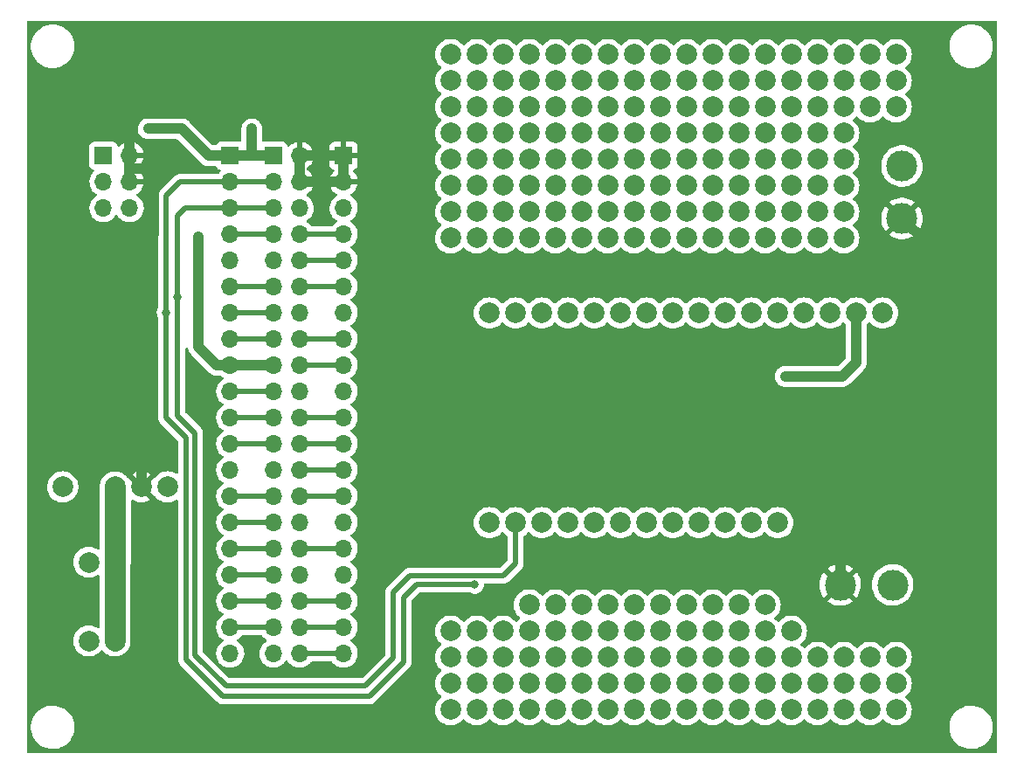
<source format=gbr>
%TF.GenerationSoftware,KiCad,Pcbnew,(6.0.10)*%
%TF.CreationDate,2023-06-02T17:33:45+09:00*%
%TF.ProjectId,extension_circuit_board,65787465-6e73-4696-9f6e-5f6369726375,rev?*%
%TF.SameCoordinates,Original*%
%TF.FileFunction,Copper,L1,Top*%
%TF.FilePolarity,Positive*%
%FSLAX46Y46*%
G04 Gerber Fmt 4.6, Leading zero omitted, Abs format (unit mm)*
G04 Created by KiCad (PCBNEW (6.0.10)) date 2023-06-02 17:33:45*
%MOMM*%
%LPD*%
G01*
G04 APERTURE LIST*
%TA.AperFunction,ComponentPad*%
%ADD10C,2.000000*%
%TD*%
%TA.AperFunction,ComponentPad*%
%ADD11R,1.700000X1.700000*%
%TD*%
%TA.AperFunction,ComponentPad*%
%ADD12O,1.700000X1.700000*%
%TD*%
%TA.AperFunction,ComponentPad*%
%ADD13C,3.000000*%
%TD*%
%TA.AperFunction,ViaPad*%
%ADD14C,0.800000*%
%TD*%
%TA.AperFunction,Conductor*%
%ADD15C,1.000000*%
%TD*%
%TA.AperFunction,Conductor*%
%ADD16C,0.500000*%
%TD*%
%TA.AperFunction,Conductor*%
%ADD17C,2.000000*%
%TD*%
G04 APERTURE END LIST*
D10*
%TO.P,,1*%
%TO.N,N/C*%
X203200000Y-53340000D03*
%TD*%
%TO.P,,1*%
%TO.N,N/C*%
X200660000Y-114300000D03*
%TD*%
%TO.P,,1*%
%TO.N,N/C*%
X190500000Y-106680000D03*
%TD*%
%TO.P,,1*%
%TO.N,N/C*%
X187960000Y-111760000D03*
%TD*%
%TO.P,,1*%
%TO.N,N/C*%
X172720000Y-106680000D03*
%TD*%
%TO.P,,1*%
%TO.N,N/C*%
X177800000Y-58420000D03*
%TD*%
%TO.P,,1*%
%TO.N,N/C*%
X190500000Y-109220000D03*
%TD*%
%TO.P,,1*%
%TO.N,N/C*%
X182880000Y-111760000D03*
%TD*%
%TO.P,,1*%
%TO.N,N/C*%
X182880000Y-58420000D03*
%TD*%
%TO.P,,1*%
%TO.N,N/C*%
X170180000Y-60960000D03*
%TD*%
%TO.P,,1*%
%TO.N,N/C*%
X172720000Y-63500000D03*
%TD*%
%TO.P,,1*%
%TO.N,N/C*%
X165100000Y-63500000D03*
%TD*%
%TO.P,,1*%
%TO.N,N/C*%
X198120000Y-114300000D03*
%TD*%
%TO.P,,1*%
%TO.N,N/C*%
X175260000Y-50800000D03*
%TD*%
%TO.P,,1*%
%TO.N,N/C*%
X187960000Y-60960000D03*
%TD*%
%TO.P,,1*%
%TO.N,N/C*%
X182880000Y-109220000D03*
%TD*%
%TO.P,,1*%
%TO.N,N/C*%
X172720000Y-66040000D03*
%TD*%
%TO.P,,1*%
%TO.N,N/C*%
X180340000Y-53340000D03*
%TD*%
%TO.P,,1*%
%TO.N,N/C*%
X203200000Y-111760000D03*
%TD*%
%TO.P,,1*%
%TO.N,N/C*%
X187960000Y-104140000D03*
%TD*%
%TO.P,,1*%
%TO.N,N/C*%
X187960000Y-68580000D03*
%TD*%
%TO.P,,1*%
%TO.N,N/C*%
X170180000Y-114300000D03*
%TD*%
%TO.P,,1*%
%TO.N,N/C*%
X177800000Y-104140000D03*
%TD*%
%TO.P,,1*%
%TO.N,N/C*%
X198120000Y-60960000D03*
%TD*%
%TO.P,,1*%
%TO.N,N/C*%
X162560000Y-114300000D03*
%TD*%
%TO.P,,1*%
%TO.N,N/C*%
X177800000Y-60960000D03*
%TD*%
%TO.P,,1*%
%TO.N,N/C*%
X175260000Y-53340000D03*
%TD*%
%TO.P,,1*%
%TO.N,N/C*%
X180340000Y-63500000D03*
%TD*%
%TO.P,,1*%
%TO.N,N/C*%
X190500000Y-60960000D03*
%TD*%
%TO.P,,1*%
%TO.N,N/C*%
X162560000Y-55880000D03*
%TD*%
%TO.P,,1*%
%TO.N,N/C*%
X172720000Y-55880000D03*
%TD*%
%TO.P,,1*%
%TO.N,N/C*%
X187960000Y-109220000D03*
%TD*%
D11*
%TO.P,J8,1,Pin_1*%
%TO.N,+5V*%
X152200000Y-60600000D03*
D12*
%TO.P,J8,2,Pin_2*%
X152200000Y-63140000D03*
%TO.P,J8,3,Pin_3*%
%TO.N,GND*%
X152200000Y-65680000D03*
%TO.P,J8,4,Pin_4*%
%TO.N,Net-(J2-Pad8)*%
X152200000Y-68220000D03*
%TO.P,J8,5,Pin_5*%
%TO.N,Net-(J2-Pad10)*%
X152200000Y-70760000D03*
%TO.P,J8,6,Pin_6*%
%TO.N,Net-(J2-Pad12)*%
X152200000Y-73300000D03*
%TO.P,J8,7,Pin_7*%
%TO.N,GND*%
X152200000Y-75840000D03*
%TO.P,J8,8,Pin_8*%
%TO.N,Net-(J2-Pad16)*%
X152200000Y-78380000D03*
%TO.P,J8,9,Pin_9*%
%TO.N,Net-(J2-Pad18)*%
X152200000Y-80920000D03*
%TO.P,J8,10,Pin_10*%
%TO.N,GND*%
X152200000Y-83460000D03*
%TO.P,J8,11,Pin_11*%
%TO.N,Net-(J2-Pad22)*%
X152200000Y-86000000D03*
%TO.P,J8,12,Pin_12*%
%TO.N,Net-(J2-Pad24)*%
X152200000Y-88540000D03*
%TO.P,J8,13,Pin_13*%
%TO.N,Net-(J2-Pad26)*%
X152200000Y-91080000D03*
%TO.P,J8,14,Pin_14*%
%TO.N,Net-(J2-Pad28)*%
X152200000Y-93620000D03*
%TO.P,J8,15,Pin_15*%
%TO.N,GND*%
X152200000Y-96160000D03*
%TO.P,J8,16,Pin_16*%
%TO.N,Net-(J2-Pad32)*%
X152200000Y-98700000D03*
%TO.P,J8,17,Pin_17*%
%TO.N,GND*%
X152200000Y-101240000D03*
%TO.P,J8,18,Pin_18*%
%TO.N,Net-(J2-Pad36)*%
X152200000Y-103780000D03*
%TO.P,J8,19,Pin_19*%
%TO.N,Net-(J2-Pad38)*%
X152200000Y-106320000D03*
%TO.P,J8,20,Pin_20*%
%TO.N,Net-(J2-Pad40)*%
X152200000Y-108860000D03*
%TD*%
D10*
%TO.P,,1*%
%TO.N,N/C*%
X203200000Y-50800000D03*
%TD*%
%TO.P,,1*%
%TO.N,N/C*%
X170180000Y-68580000D03*
%TD*%
D11*
%TO.P,J3,1,Pin_1*%
%TO.N,+3.3V*%
X128925000Y-60600000D03*
D12*
%TO.P,J3,2,Pin_2*%
%TO.N,+5V*%
X131465000Y-60600000D03*
%TO.P,J3,3,Pin_3*%
%TO.N,I2C_2_SDA*%
X128925000Y-63140000D03*
%TO.P,J3,4,Pin_4*%
%TO.N,+5V*%
X131465000Y-63140000D03*
%TO.P,J3,5,Pin_5*%
%TO.N,I2C_2_SCL*%
X128925000Y-65680000D03*
%TO.P,J3,6,Pin_6*%
%TO.N,GND*%
X131465000Y-65680000D03*
%TD*%
D10*
%TO.P,,1*%
%TO.N,N/C*%
X170180000Y-58420000D03*
%TD*%
%TO.P,,1*%
%TO.N,N/C*%
X175260000Y-111760000D03*
%TD*%
%TO.P,,1*%
%TO.N,N/C*%
X167640000Y-50800000D03*
%TD*%
%TO.P,,1*%
%TO.N,N/C*%
X193040000Y-114300000D03*
%TD*%
%TO.P,,1*%
%TO.N,N/C*%
X165100000Y-114300000D03*
%TD*%
%TO.P,,1*%
%TO.N,N/C*%
X185420000Y-55880000D03*
%TD*%
%TO.P,,1*%
%TO.N,N/C*%
X172720000Y-109220000D03*
%TD*%
%TO.P,,1*%
%TO.N,N/C*%
X198120000Y-63500000D03*
%TD*%
%TO.P,,1*%
%TO.N,N/C*%
X170180000Y-109220000D03*
%TD*%
%TO.P,,1*%
%TO.N,N/C*%
X182880000Y-50800000D03*
%TD*%
%TO.P,,1*%
%TO.N,N/C*%
X195580000Y-50800000D03*
%TD*%
%TO.P,,1*%
%TO.N,N/C*%
X200660000Y-111760000D03*
%TD*%
%TO.P,,1*%
%TO.N,N/C*%
X175260000Y-60960000D03*
%TD*%
%TO.P,,1*%
%TO.N,N/C*%
X165100000Y-106680000D03*
%TD*%
%TO.P,,1*%
%TO.N,N/C*%
X165100000Y-58420000D03*
%TD*%
%TO.P,,1*%
%TO.N,N/C*%
X193040000Y-55880000D03*
%TD*%
%TO.P,,1*%
%TO.N,N/C*%
X162560000Y-106680000D03*
%TD*%
%TO.P,,1*%
%TO.N,N/C*%
X167640000Y-106680000D03*
%TD*%
%TO.P,,1*%
%TO.N,N/C*%
X195580000Y-55880000D03*
%TD*%
%TO.P,,1*%
%TO.N,N/C*%
X180340000Y-68580000D03*
%TD*%
%TO.P,,1*%
%TO.N,N/C*%
X185420000Y-58420000D03*
%TD*%
%TO.P,,1*%
%TO.N,N/C*%
X198120000Y-55880000D03*
%TD*%
%TO.P,,1*%
%TO.N,N/C*%
X180340000Y-114300000D03*
%TD*%
%TO.P,,1*%
%TO.N,N/C*%
X187960000Y-106680000D03*
%TD*%
%TO.P,,1*%
%TO.N,N/C*%
X198120000Y-111760000D03*
%TD*%
%TO.P,,1*%
%TO.N,N/C*%
X185420000Y-66040000D03*
%TD*%
%TO.P,,1*%
%TO.N,N/C*%
X203200000Y-55880000D03*
%TD*%
%TO.P,,1*%
%TO.N,N/C*%
X180340000Y-60960000D03*
%TD*%
%TO.P,,1*%
%TO.N,N/C*%
X172720000Y-104140000D03*
%TD*%
%TO.P,,1*%
%TO.N,N/C*%
X200660000Y-60960000D03*
%TD*%
%TO.P,,1*%
%TO.N,N/C*%
X175260000Y-68580000D03*
%TD*%
%TO.P,,1*%
%TO.N,N/C*%
X172720000Y-114300000D03*
%TD*%
%TO.P,,1*%
%TO.N,N/C*%
X185420000Y-111760000D03*
%TD*%
%TO.P,,1*%
%TO.N,N/C*%
X165100000Y-66040000D03*
%TD*%
%TO.P,,1*%
%TO.N,N/C*%
X170180000Y-63500000D03*
%TD*%
%TO.P,,1*%
%TO.N,N/C*%
X190500000Y-68580000D03*
%TD*%
%TO.P,,1*%
%TO.N,N/C*%
X167640000Y-60960000D03*
%TD*%
%TO.P,,1*%
%TO.N,N/C*%
X182880000Y-104140000D03*
%TD*%
%TO.P,,1*%
%TO.N,N/C*%
X170180000Y-55880000D03*
%TD*%
%TO.P,,1*%
%TO.N,N/C*%
X167640000Y-109220000D03*
%TD*%
%TO.P,,1*%
%TO.N,N/C*%
X162560000Y-68580000D03*
%TD*%
%TO.P,,1*%
%TO.N,N/C*%
X172720000Y-58420000D03*
%TD*%
%TO.P,,1*%
%TO.N,N/C*%
X172720000Y-111760000D03*
%TD*%
%TO.P,,1*%
%TO.N,N/C*%
X198120000Y-58420000D03*
%TD*%
%TO.P,,1*%
%TO.N,N/C*%
X162560000Y-60960000D03*
%TD*%
%TO.P,,1*%
%TO.N,N/C*%
X190500000Y-63500000D03*
%TD*%
%TO.P,,1*%
%TO.N,N/C*%
X205740000Y-53340000D03*
%TD*%
%TO.P,,1*%
%TO.N,N/C*%
X195580000Y-58420000D03*
%TD*%
%TO.P,,1*%
%TO.N,N/C*%
X180340000Y-58420000D03*
%TD*%
%TO.P,,1*%
%TO.N,N/C*%
X165100000Y-60960000D03*
%TD*%
%TO.P,,1*%
%TO.N,N/C*%
X190500000Y-58420000D03*
%TD*%
%TO.P,,1*%
%TO.N,N/C*%
X187960000Y-53340000D03*
%TD*%
%TO.P,,1*%
%TO.N,N/C*%
X187960000Y-66040000D03*
%TD*%
%TO.P,,1*%
%TO.N,N/C*%
X162560000Y-58420000D03*
%TD*%
%TO.P,,1*%
%TO.N,N/C*%
X175260000Y-109220000D03*
%TD*%
%TO.P,,1*%
%TO.N,N/C*%
X162560000Y-109220000D03*
%TD*%
%TO.P,,1*%
%TO.N,N/C*%
X193040000Y-63500000D03*
%TD*%
%TO.P,,1*%
%TO.N,N/C*%
X193040000Y-60960000D03*
%TD*%
%TO.P,,1*%
%TO.N,N/C*%
X185420000Y-106680000D03*
%TD*%
%TO.P,,1*%
%TO.N,N/C*%
X205740000Y-109220000D03*
%TD*%
%TO.P,,1*%
%TO.N,N/C*%
X175260000Y-106680000D03*
%TD*%
%TO.P,,1*%
%TO.N,N/C*%
X172720000Y-60960000D03*
%TD*%
%TO.P,,1*%
%TO.N,N/C*%
X165100000Y-111760000D03*
%TD*%
%TO.P,,1*%
%TO.N,N/C*%
X185420000Y-63500000D03*
%TD*%
%TO.P,,1*%
%TO.N,N/C*%
X162560000Y-66040000D03*
%TD*%
%TO.P,,1*%
%TO.N,N/C*%
X165100000Y-109220000D03*
%TD*%
%TO.P,,1*%
%TO.N,N/C*%
X167640000Y-53340000D03*
%TD*%
%TO.P,,1*%
%TO.N,N/C*%
X205740000Y-50800000D03*
%TD*%
%TO.P,,1*%
%TO.N,N/C*%
X175260000Y-66040000D03*
%TD*%
%TO.P,,1*%
%TO.N,N/C*%
X200660000Y-55880000D03*
%TD*%
%TO.P,,1*%
%TO.N,N/C*%
X205740000Y-111760000D03*
%TD*%
%TO.P,,1*%
%TO.N,N/C*%
X182880000Y-114300000D03*
%TD*%
%TO.P,,1*%
%TO.N,N/C*%
X187960000Y-63500000D03*
%TD*%
%TO.P,,1*%
%TO.N,N/C*%
X193040000Y-58420000D03*
%TD*%
%TO.P,,1*%
%TO.N,N/C*%
X177800000Y-111760000D03*
%TD*%
D13*
%TO.P,J6,1,Pin_1*%
%TO.N,+5V*%
X200320000Y-102200000D03*
%TO.P,J6,2,Pin_2*%
%TO.N,GND*%
X205400000Y-102200000D03*
%TD*%
D10*
%TO.P,,1*%
%TO.N,N/C*%
X187960000Y-114300000D03*
%TD*%
%TO.P,,1*%
%TO.N,N/C*%
X165100000Y-53340000D03*
%TD*%
%TO.P,,1*%
%TO.N,N/C*%
X170180000Y-106680000D03*
%TD*%
%TO.P,,1*%
%TO.N,N/C*%
X198120000Y-50800000D03*
%TD*%
%TO.P,,1*%
%TO.N,N/C*%
X198120000Y-66040000D03*
%TD*%
%TO.P,,1*%
%TO.N,N/C*%
X182880000Y-63500000D03*
%TD*%
%TO.P,,1*%
%TO.N,N/C*%
X190500000Y-111760000D03*
%TD*%
%TO.P,,1*%
%TO.N,N/C*%
X195580000Y-68580000D03*
%TD*%
%TO.P,,1*%
%TO.N,N/C*%
X172720000Y-50800000D03*
%TD*%
%TO.P,,1*%
%TO.N,N/C*%
X180340000Y-55880000D03*
%TD*%
%TO.P,,1*%
%TO.N,N/C*%
X193040000Y-53340000D03*
%TD*%
%TO.P,,1*%
%TO.N,N/C*%
X167640000Y-55880000D03*
%TD*%
%TO.P,,1*%
%TO.N,N/C*%
X162560000Y-63500000D03*
%TD*%
%TO.P,,1*%
%TO.N,N/C*%
X190500000Y-104140000D03*
%TD*%
%TO.P,,1*%
%TO.N,N/C*%
X175260000Y-55880000D03*
%TD*%
%TO.P,,1*%
%TO.N,N/C*%
X200660000Y-109220000D03*
%TD*%
%TO.P,,1*%
%TO.N,N/C*%
X177800000Y-66040000D03*
%TD*%
%TO.P,,1*%
%TO.N,N/C*%
X177800000Y-68580000D03*
%TD*%
%TO.P,,1*%
%TO.N,N/C*%
X180340000Y-109220000D03*
%TD*%
%TO.P,,1*%
%TO.N,N/C*%
X203200000Y-109220000D03*
%TD*%
%TO.P,,1*%
%TO.N,N/C*%
X200660000Y-53340000D03*
%TD*%
%TO.P,,1*%
%TO.N,N/C*%
X195580000Y-114300000D03*
%TD*%
D11*
%TO.P,J7,1,Pin_1*%
%TO.N,+3.3V*%
X141200000Y-60600000D03*
D12*
%TO.P,J7,2,Pin_2*%
%TO.N,I2C_2_SDA*%
X141200000Y-63140000D03*
%TO.P,J7,3,Pin_3*%
%TO.N,I2C_2_SCL*%
X141200000Y-65680000D03*
%TO.P,J7,4,Pin_4*%
%TO.N,Net-(J2-Pad7)*%
X141200000Y-68220000D03*
%TO.P,J7,5,Pin_5*%
%TO.N,GND*%
X141200000Y-70760000D03*
%TO.P,J7,6,Pin_6*%
%TO.N,Net-(J2-Pad11)*%
X141200000Y-73300000D03*
%TO.P,J7,7,Pin_7*%
%TO.N,Net-(J2-Pad13)*%
X141200000Y-75840000D03*
%TO.P,J7,8,Pin_8*%
%TO.N,Net-(J2-Pad15)*%
X141200000Y-78380000D03*
%TO.P,J7,9,Pin_9*%
%TO.N,+3.3V*%
X141200000Y-80920000D03*
%TO.P,J7,10,Pin_10*%
%TO.N,Net-(J2-Pad19)*%
X141200000Y-83460000D03*
%TO.P,J7,11,Pin_11*%
%TO.N,Net-(J2-Pad21)*%
X141200000Y-86000000D03*
%TO.P,J7,12,Pin_12*%
%TO.N,Net-(J2-Pad23)*%
X141200000Y-88540000D03*
%TO.P,J7,13,Pin_13*%
%TO.N,GND*%
X141200000Y-91080000D03*
%TO.P,J7,14,Pin_14*%
%TO.N,Net-(J2-Pad27)*%
X141200000Y-93620000D03*
%TO.P,J7,15,Pin_15*%
%TO.N,Net-(J2-Pad29)*%
X141200000Y-96160000D03*
%TO.P,J7,16,Pin_16*%
%TO.N,Net-(J2-Pad31)*%
X141200000Y-98700000D03*
%TO.P,J7,17,Pin_17*%
%TO.N,Net-(J2-Pad33)*%
X141200000Y-101240000D03*
%TO.P,J7,18,Pin_18*%
%TO.N,Net-(J2-Pad35)*%
X141200000Y-103780000D03*
%TO.P,J7,19,Pin_19*%
%TO.N,Net-(J2-Pad37)*%
X141200000Y-106320000D03*
%TO.P,J7,20,Pin_20*%
%TO.N,GND*%
X141200000Y-108860000D03*
%TD*%
D10*
%TO.P,,1*%
%TO.N,N/C*%
X205740000Y-114300000D03*
%TD*%
%TO.P,,1*%
%TO.N,N/C*%
X198120000Y-109220000D03*
%TD*%
%TO.P,,1*%
%TO.N,N/C*%
X170180000Y-50800000D03*
%TD*%
%TO.P,,1*%
%TO.N,N/C*%
X167640000Y-68580000D03*
%TD*%
%TO.P,,1*%
%TO.N,N/C*%
X195580000Y-111760000D03*
%TD*%
%TO.P,,1*%
%TO.N,N/C*%
X177800000Y-50800000D03*
%TD*%
%TO.P,J4,1,Pin_1*%
%TO.N,unconnected-(J4-Pad1)*%
X204415000Y-75840000D03*
%TO.P,J4,2,Pin_2*%
%TO.N,+3.3V*%
X201875000Y-75840000D03*
%TO.P,J4,3,Pin_3*%
%TO.N,unconnected-(J4-Pad3)*%
X199335000Y-75840000D03*
%TO.P,J4,4,Pin_4*%
%TO.N,GND*%
X196795000Y-75840000D03*
%TO.P,J4,5,Pin_5*%
%TO.N,unconnected-(J4-Pad5)*%
X194255000Y-75840000D03*
%TO.P,J4,6,Pin_6*%
%TO.N,unconnected-(J4-Pad6)*%
X191715000Y-75840000D03*
%TO.P,J4,7,Pin_7*%
%TO.N,unconnected-(J4-Pad7)*%
X189175000Y-75840000D03*
%TO.P,J4,8,Pin_8*%
%TO.N,unconnected-(J4-Pad8)*%
X186635000Y-75840000D03*
%TO.P,J4,9,Pin_9*%
%TO.N,unconnected-(J4-Pad9)*%
X184095000Y-75840000D03*
%TO.P,J4,10,Pin_10*%
%TO.N,unconnected-(J4-Pad10)*%
X181555000Y-75840000D03*
%TO.P,J4,11,Pin_11*%
%TO.N,unconnected-(J4-Pad11)*%
X179015000Y-75840000D03*
%TO.P,J4,12,Pin_12*%
%TO.N,unconnected-(J4-Pad12)*%
X176475000Y-75840000D03*
%TO.P,J4,13,Pin_13*%
%TO.N,unconnected-(J4-Pad13)*%
X173935000Y-75840000D03*
%TO.P,J4,14,Pin_14*%
%TO.N,unconnected-(J4-Pad14)*%
X171395000Y-75840000D03*
%TO.P,J4,15,Pin_15*%
%TO.N,unconnected-(J4-Pad15)*%
X168855000Y-75840000D03*
%TO.P,J4,16,Pin_16*%
%TO.N,unconnected-(J4-Pad16)*%
X166315000Y-75840000D03*
%TO.P,J4,21,Pin_21*%
%TO.N,unconnected-(J4-Pad21)*%
X194255000Y-96160000D03*
%TO.P,J4,22,Pin_22*%
%TO.N,unconnected-(J4-Pad22)*%
X191715000Y-96160000D03*
%TO.P,J4,23,Pin_23*%
%TO.N,unconnected-(J4-Pad23)*%
X189175000Y-96160000D03*
%TO.P,J4,24,Pin_24*%
%TO.N,unconnected-(J4-Pad24)*%
X186635000Y-96160000D03*
%TO.P,J4,25,Pin_25*%
%TO.N,unconnected-(J4-Pad25)*%
X184095000Y-96160000D03*
%TO.P,J4,26,Pin_26*%
%TO.N,unconnected-(J4-Pad26)*%
X181555000Y-96160000D03*
%TO.P,J4,27,Pin_27*%
%TO.N,unconnected-(J4-Pad27)*%
X179015000Y-96160000D03*
%TO.P,J4,28,Pin_28*%
%TO.N,unconnected-(J4-Pad28)*%
X176475000Y-96160000D03*
%TO.P,J4,29,Pin_29*%
%TO.N,unconnected-(J4-Pad29)*%
X173935000Y-96160000D03*
%TO.P,J4,30,Pin_30*%
%TO.N,unconnected-(J4-Pad30)*%
X171395000Y-96160000D03*
%TO.P,J4,31,Pin_31*%
%TO.N,I2C_2_SCL*%
X168855000Y-96160000D03*
%TO.P,J4,32,Pin_32*%
%TO.N,I2C_2_SDA*%
X166315000Y-96160000D03*
%TD*%
%TO.P,,1*%
%TO.N,N/C*%
X195580000Y-106680000D03*
%TD*%
%TO.P,,1*%
%TO.N,N/C*%
X193040000Y-66040000D03*
%TD*%
%TO.P,,1*%
%TO.N,N/C*%
X203200000Y-114300000D03*
%TD*%
%TO.P,,1*%
%TO.N,N/C*%
X177800000Y-63500000D03*
%TD*%
%TO.P,,1*%
%TO.N,N/C*%
X182880000Y-53340000D03*
%TD*%
%TO.P,,1*%
%TO.N,N/C*%
X182880000Y-55880000D03*
%TD*%
%TO.P,,1*%
%TO.N,N/C*%
X165100000Y-55880000D03*
%TD*%
%TO.P,,1*%
%TO.N,N/C*%
X175260000Y-114300000D03*
%TD*%
%TO.P,,1*%
%TO.N,N/C*%
X198120000Y-68580000D03*
%TD*%
%TO.P,,1*%
%TO.N,N/C*%
X193040000Y-68580000D03*
%TD*%
%TO.P,,1*%
%TO.N,N/C*%
X185420000Y-104140000D03*
%TD*%
%TO.P,,1*%
%TO.N,N/C*%
X200660000Y-50800000D03*
%TD*%
%TO.P,,1*%
%TO.N,N/C*%
X170180000Y-66040000D03*
%TD*%
%TO.P,,1*%
%TO.N,N/C*%
X185420000Y-53340000D03*
%TD*%
%TO.P,,1*%
%TO.N,N/C*%
X190500000Y-66040000D03*
%TD*%
%TO.P,,1*%
%TO.N,N/C*%
X175260000Y-58420000D03*
%TD*%
%TO.P,,1*%
%TO.N,N/C*%
X205740000Y-55880000D03*
%TD*%
%TO.P,SW1,1,A*%
%TO.N,Net-(J1-Pad3)*%
X130060000Y-92700000D03*
%TO.P,SW1,2,B*%
%TO.N,+5V*%
X132600000Y-92700000D03*
%TO.P,SW1,3,C*%
%TO.N,unconnected-(SW1-Pad3)*%
X135140000Y-92700000D03*
%TO.P,SW1,4*%
%TO.N,N/C*%
X124980000Y-92700000D03*
%TD*%
%TO.P,,1*%
%TO.N,N/C*%
X182880000Y-60960000D03*
%TD*%
%TO.P,,1*%
%TO.N,N/C*%
X190500000Y-53340000D03*
%TD*%
%TO.P,,1*%
%TO.N,N/C*%
X185420000Y-50800000D03*
%TD*%
%TO.P,,1*%
%TO.N,N/C*%
X180340000Y-104140000D03*
%TD*%
%TO.P,,1*%
%TO.N,N/C*%
X185420000Y-109220000D03*
%TD*%
%TO.P,,1*%
%TO.N,N/C*%
X200660000Y-63500000D03*
%TD*%
%TO.P,,1*%
%TO.N,N/C*%
X195580000Y-109220000D03*
%TD*%
%TO.P,,1*%
%TO.N,N/C*%
X167640000Y-114300000D03*
%TD*%
%TO.P,,1*%
%TO.N,N/C*%
X162560000Y-111760000D03*
%TD*%
%TO.P,,1*%
%TO.N,N/C*%
X193040000Y-104140000D03*
%TD*%
%TO.P,,1*%
%TO.N,N/C*%
X177800000Y-114300000D03*
%TD*%
%TO.P,,1*%
%TO.N,N/C*%
X162560000Y-53340000D03*
%TD*%
%TO.P,,1*%
%TO.N,N/C*%
X182880000Y-66040000D03*
%TD*%
%TO.P,,1*%
%TO.N,N/C*%
X195580000Y-60960000D03*
%TD*%
%TO.P,,1*%
%TO.N,N/C*%
X162560000Y-50800000D03*
%TD*%
%TO.P,,1*%
%TO.N,N/C*%
X200660000Y-68580000D03*
%TD*%
%TO.P,,1*%
%TO.N,N/C*%
X165100000Y-50800000D03*
%TD*%
%TO.P,,1*%
%TO.N,N/C*%
X182880000Y-106680000D03*
%TD*%
%TO.P,,1*%
%TO.N,N/C*%
X187960000Y-58420000D03*
%TD*%
%TO.P,,1*%
%TO.N,N/C*%
X185420000Y-60960000D03*
%TD*%
%TO.P,,1*%
%TO.N,N/C*%
X198120000Y-53340000D03*
%TD*%
%TO.P,,1*%
%TO.N,N/C*%
X185420000Y-68580000D03*
%TD*%
%TO.P,,1*%
%TO.N,N/C*%
X180340000Y-106680000D03*
%TD*%
%TO.P,,1*%
%TO.N,N/C*%
X180340000Y-50800000D03*
%TD*%
%TO.P,,1*%
%TO.N,N/C*%
X193040000Y-50800000D03*
%TD*%
%TO.P,,1*%
%TO.N,N/C*%
X190500000Y-50800000D03*
%TD*%
%TO.P,,1*%
%TO.N,N/C*%
X165100000Y-68580000D03*
%TD*%
%TO.P,,1*%
%TO.N,N/C*%
X182880000Y-68580000D03*
%TD*%
%TO.P,,1*%
%TO.N,N/C*%
X190500000Y-55880000D03*
%TD*%
%TO.P,,1*%
%TO.N,N/C*%
X167640000Y-66040000D03*
%TD*%
%TO.P,,1*%
%TO.N,N/C*%
X200660000Y-66040000D03*
%TD*%
%TO.P,,1*%
%TO.N,N/C*%
X177800000Y-55880000D03*
%TD*%
%TO.P,,1*%
%TO.N,N/C*%
X200660000Y-58420000D03*
%TD*%
%TO.P,,1*%
%TO.N,N/C*%
X167640000Y-111760000D03*
%TD*%
%TO.P,,1*%
%TO.N,N/C*%
X195580000Y-66040000D03*
%TD*%
%TO.P,,1*%
%TO.N,N/C*%
X170180000Y-53340000D03*
%TD*%
%TO.P,,1*%
%TO.N,N/C*%
X170180000Y-104140000D03*
%TD*%
%TO.P,,1*%
%TO.N,N/C*%
X180340000Y-111760000D03*
%TD*%
%TO.P,,1*%
%TO.N,N/C*%
X187960000Y-55880000D03*
%TD*%
%TO.P,,1*%
%TO.N,N/C*%
X180340000Y-66040000D03*
%TD*%
%TO.P,,1*%
%TO.N,N/C*%
X177800000Y-106680000D03*
%TD*%
%TO.P,,1*%
%TO.N,N/C*%
X167640000Y-58420000D03*
%TD*%
%TO.P,,1*%
%TO.N,N/C*%
X193040000Y-109220000D03*
%TD*%
%TO.P,,1*%
%TO.N,N/C*%
X185420000Y-114300000D03*
%TD*%
%TO.P,,1*%
%TO.N,N/C*%
X170180000Y-111760000D03*
%TD*%
%TO.P,,1*%
%TO.N,N/C*%
X177800000Y-53340000D03*
%TD*%
%TO.P,,1*%
%TO.N,N/C*%
X193040000Y-106680000D03*
%TD*%
%TO.P,,1*%
%TO.N,N/C*%
X175260000Y-63500000D03*
%TD*%
%TO.P,,1*%
%TO.N,N/C*%
X172720000Y-53340000D03*
%TD*%
%TO.P,,1*%
%TO.N,N/C*%
X167640000Y-63500000D03*
%TD*%
%TO.P,,1*%
%TO.N,N/C*%
X195580000Y-53340000D03*
%TD*%
%TO.P,,1*%
%TO.N,N/C*%
X190500000Y-114300000D03*
%TD*%
%TO.P,,1*%
%TO.N,N/C*%
X195580000Y-63500000D03*
%TD*%
%TO.P,,1*%
%TO.N,N/C*%
X175260000Y-104140000D03*
%TD*%
%TO.P,,1*%
%TO.N,N/C*%
X187960000Y-50800000D03*
%TD*%
D11*
%TO.P,J2,1,Pin_1*%
%TO.N,+3.3V*%
X145400000Y-60600000D03*
D12*
%TO.P,J2,2,Pin_2*%
%TO.N,+5V*%
X147940000Y-60600000D03*
%TO.P,J2,3,Pin_3*%
%TO.N,I2C_2_SDA*%
X145400000Y-63140000D03*
%TO.P,J2,4,Pin_4*%
%TO.N,+5V*%
X147940000Y-63140000D03*
%TO.P,J2,5,Pin_5*%
%TO.N,I2C_2_SCL*%
X145400000Y-65680000D03*
%TO.P,J2,6,Pin_6*%
%TO.N,GND*%
X147940000Y-65680000D03*
%TO.P,J2,7,Pin_7*%
%TO.N,Net-(J2-Pad7)*%
X145400000Y-68220000D03*
%TO.P,J2,8,Pin_8*%
%TO.N,Net-(J2-Pad8)*%
X147940000Y-68220000D03*
%TO.P,J2,9,Pin_9*%
%TO.N,GND*%
X145400000Y-70760000D03*
%TO.P,J2,10,Pin_10*%
%TO.N,Net-(J2-Pad10)*%
X147940000Y-70760000D03*
%TO.P,J2,11,Pin_11*%
%TO.N,Net-(J2-Pad11)*%
X145400000Y-73300000D03*
%TO.P,J2,12,Pin_12*%
%TO.N,Net-(J2-Pad12)*%
X147940000Y-73300000D03*
%TO.P,J2,13,Pin_13*%
%TO.N,Net-(J2-Pad13)*%
X145400000Y-75840000D03*
%TO.P,J2,14,Pin_14*%
%TO.N,GND*%
X147940000Y-75840000D03*
%TO.P,J2,15,Pin_15*%
%TO.N,Net-(J2-Pad15)*%
X145400000Y-78380000D03*
%TO.P,J2,16,Pin_16*%
%TO.N,Net-(J2-Pad16)*%
X147940000Y-78380000D03*
%TO.P,J2,17,Pin_17*%
%TO.N,+3.3V*%
X145400000Y-80920000D03*
%TO.P,J2,18,Pin_18*%
%TO.N,Net-(J2-Pad18)*%
X147940000Y-80920000D03*
%TO.P,J2,19,Pin_19*%
%TO.N,Net-(J2-Pad19)*%
X145400000Y-83460000D03*
%TO.P,J2,20,Pin_20*%
%TO.N,GND*%
X147940000Y-83460000D03*
%TO.P,J2,21,Pin_21*%
%TO.N,Net-(J2-Pad21)*%
X145400000Y-86000000D03*
%TO.P,J2,22,Pin_22*%
%TO.N,Net-(J2-Pad22)*%
X147940000Y-86000000D03*
%TO.P,J2,23,Pin_23*%
%TO.N,Net-(J2-Pad23)*%
X145400000Y-88540000D03*
%TO.P,J2,24,Pin_24*%
%TO.N,Net-(J2-Pad24)*%
X147940000Y-88540000D03*
%TO.P,J2,25,Pin_25*%
%TO.N,GND*%
X145400000Y-91080000D03*
%TO.P,J2,26,Pin_26*%
%TO.N,Net-(J2-Pad26)*%
X147940000Y-91080000D03*
%TO.P,J2,27,Pin_27*%
%TO.N,Net-(J2-Pad27)*%
X145400000Y-93620000D03*
%TO.P,J2,28,Pin_28*%
%TO.N,Net-(J2-Pad28)*%
X147940000Y-93620000D03*
%TO.P,J2,29,Pin_29*%
%TO.N,Net-(J2-Pad29)*%
X145400000Y-96160000D03*
%TO.P,J2,30,Pin_30*%
%TO.N,GND*%
X147940000Y-96160000D03*
%TO.P,J2,31,Pin_31*%
%TO.N,Net-(J2-Pad31)*%
X145400000Y-98700000D03*
%TO.P,J2,32,Pin_32*%
%TO.N,Net-(J2-Pad32)*%
X147940000Y-98700000D03*
%TO.P,J2,33,Pin_33*%
%TO.N,Net-(J2-Pad33)*%
X145400000Y-101240000D03*
%TO.P,J2,34,Pin_34*%
%TO.N,GND*%
X147940000Y-101240000D03*
%TO.P,J2,35,Pin_35*%
%TO.N,Net-(J2-Pad35)*%
X145400000Y-103780000D03*
%TO.P,J2,36,Pin_36*%
%TO.N,Net-(J2-Pad36)*%
X147940000Y-103780000D03*
%TO.P,J2,37,Pin_37*%
%TO.N,Net-(J2-Pad37)*%
X145400000Y-106320000D03*
%TO.P,J2,38,Pin_38*%
%TO.N,Net-(J2-Pad38)*%
X147940000Y-106320000D03*
%TO.P,J2,39,Pin_39*%
%TO.N,GND*%
X145400000Y-108860000D03*
%TO.P,J2,40,Pin_40*%
%TO.N,Net-(J2-Pad40)*%
X147940000Y-108860000D03*
%TD*%
D13*
%TO.P,J5,1,Pin_1*%
%TO.N,+5V*%
X206300000Y-66680000D03*
%TO.P,J5,2,Pin_2*%
%TO.N,GND*%
X206300000Y-61600000D03*
%TD*%
D10*
%TO.P,,1*%
%TO.N,N/C*%
X177800000Y-109220000D03*
%TD*%
%TO.P,,1*%
%TO.N,N/C*%
X172720000Y-68580000D03*
%TD*%
%TO.P,,1*%
%TO.N,N/C*%
X193040000Y-111760000D03*
%TD*%
%TO.P,J1,1,Pin_1*%
%TO.N,GND*%
X127500000Y-100000000D03*
%TO.P,J1,2,Pin_2*%
X127500000Y-107620000D03*
%TO.P,J1,3,Pin_3*%
%TO.N,Net-(J1-Pad3)*%
X130040000Y-100000000D03*
%TO.P,J1,4,Pin_4*%
X130040000Y-107620000D03*
%TD*%
D14*
%TO.N,+3.3V*%
X143300000Y-58000000D03*
X138250000Y-59750000D03*
X138100000Y-68500000D03*
X133250000Y-58000000D03*
X195000000Y-82000000D03*
%TO.N,I2C_2_SCL*%
X136100000Y-74300000D03*
%TO.N,I2C_2_SDA*%
X164900000Y-102149500D03*
X135000000Y-75800000D03*
%TD*%
D15*
%TO.N,+5V*%
X208700000Y-69080000D02*
X208700000Y-81900000D01*
X206300000Y-66680000D02*
X208700000Y-69080000D01*
X152200000Y-63140000D02*
X147940000Y-63140000D01*
X131465000Y-57535000D02*
X132500000Y-56500000D01*
X150100000Y-60600000D02*
X152200000Y-60600000D01*
X133800000Y-62600000D02*
X133800000Y-68200000D01*
X133035000Y-61835000D02*
X133800000Y-62600000D01*
X200320000Y-90280000D02*
X200320000Y-102200000D01*
X131465000Y-63140000D02*
X131465000Y-61835000D01*
X149000000Y-56500000D02*
X150100000Y-57600000D01*
X131465000Y-61835000D02*
X131465000Y-60600000D01*
X147940000Y-60600000D02*
X150100000Y-60600000D01*
X150100000Y-57600000D02*
X150100000Y-60600000D01*
X152200000Y-63140000D02*
X152200000Y-60600000D01*
X132600000Y-69400000D02*
X132600000Y-92700000D01*
X131465000Y-60600000D02*
X131465000Y-57535000D01*
X208700000Y-81900000D02*
X200320000Y-90280000D01*
X132500000Y-56500000D02*
X149000000Y-56500000D01*
X131465000Y-61835000D02*
X133035000Y-61835000D01*
X133800000Y-68200000D02*
X132600000Y-69400000D01*
X147940000Y-60600000D02*
X147940000Y-63140000D01*
%TO.N,+3.3V*%
X200500000Y-82000000D02*
X201875000Y-80625000D01*
X139920000Y-80920000D02*
X138100000Y-79100000D01*
X145400000Y-60600000D02*
X143300000Y-60600000D01*
X143300000Y-60600000D02*
X143300000Y-58000000D01*
X138250000Y-59750000D02*
X136500000Y-58000000D01*
X141200000Y-80920000D02*
X145400000Y-80920000D01*
X138100000Y-79100000D02*
X138100000Y-68500000D01*
X139100000Y-60600000D02*
X138250000Y-59750000D01*
X141200000Y-60600000D02*
X139100000Y-60600000D01*
X136500000Y-58000000D02*
X133250000Y-58000000D01*
X201875000Y-80625000D02*
X201875000Y-75840000D01*
X195000000Y-82000000D02*
X200500000Y-82000000D01*
X141200000Y-80920000D02*
X139920000Y-80920000D01*
X143300000Y-60600000D02*
X141200000Y-60600000D01*
D16*
%TO.N,I2C_2_SCL*%
X137800000Y-87500000D02*
X136100000Y-85800000D01*
X154300000Y-112000000D02*
X140800000Y-112000000D01*
X136100000Y-85800000D02*
X136100000Y-74300000D01*
X136100000Y-66400000D02*
X136100000Y-74300000D01*
X140800000Y-112000000D02*
X137800000Y-109000000D01*
X168855000Y-96160000D02*
X168855000Y-100145000D01*
X157000000Y-109300000D02*
X154300000Y-112000000D01*
X141200000Y-65680000D02*
X136820000Y-65680000D01*
X157000000Y-102900000D02*
X157000000Y-109300000D01*
X167700000Y-101300000D02*
X158600000Y-101300000D01*
X158600000Y-101300000D02*
X157000000Y-102900000D01*
X168855000Y-100145000D02*
X167700000Y-101300000D01*
X137800000Y-109000000D02*
X137800000Y-87500000D01*
X145400000Y-65680000D02*
X141200000Y-65680000D01*
X136820000Y-65680000D02*
X136100000Y-66400000D01*
%TO.N,I2C_2_SDA*%
X158000000Y-109700000D02*
X154700000Y-113000000D01*
X164900000Y-102149500D02*
X159250500Y-102149500D01*
X145400000Y-63140000D02*
X141200000Y-63140000D01*
X136900000Y-109400000D02*
X136900000Y-87900000D01*
X154700000Y-113000000D02*
X140500000Y-113000000D01*
X135000000Y-64500000D02*
X135000000Y-75800000D01*
X135000000Y-86000000D02*
X135000000Y-75800000D01*
X136360000Y-63140000D02*
X135000000Y-64500000D01*
X159250500Y-102149500D02*
X158000000Y-103400000D01*
X136900000Y-87900000D02*
X135000000Y-86000000D01*
X141200000Y-63140000D02*
X136360000Y-63140000D01*
X140500000Y-113000000D02*
X136900000Y-109400000D01*
X158000000Y-103400000D02*
X158000000Y-109700000D01*
D17*
%TO.N,Net-(J1-Pad3)*%
X130060000Y-99980000D02*
X130040000Y-100000000D01*
X130060000Y-92700000D02*
X130060000Y-99980000D01*
X130040000Y-100000000D02*
X130040000Y-107620000D01*
D16*
%TO.N,Net-(J2-Pad7)*%
X141200000Y-68220000D02*
X145400000Y-68220000D01*
%TO.N,Net-(J2-Pad8)*%
X147940000Y-68220000D02*
X152200000Y-68220000D01*
%TO.N,Net-(J2-Pad10)*%
X147940000Y-70760000D02*
X152200000Y-70760000D01*
%TO.N,Net-(J2-Pad11)*%
X141200000Y-73300000D02*
X145400000Y-73300000D01*
%TO.N,Net-(J2-Pad12)*%
X147940000Y-73300000D02*
X152200000Y-73300000D01*
%TO.N,Net-(J2-Pad13)*%
X141200000Y-75840000D02*
X145400000Y-75840000D01*
%TO.N,Net-(J2-Pad15)*%
X141200000Y-78380000D02*
X145400000Y-78380000D01*
%TO.N,Net-(J2-Pad16)*%
X147940000Y-78380000D02*
X152200000Y-78380000D01*
%TO.N,Net-(J2-Pad18)*%
X147940000Y-80920000D02*
X152200000Y-80920000D01*
%TO.N,Net-(J2-Pad19)*%
X141200000Y-83460000D02*
X145400000Y-83460000D01*
%TO.N,Net-(J2-Pad21)*%
X141200000Y-86000000D02*
X145400000Y-86000000D01*
%TO.N,Net-(J2-Pad22)*%
X147940000Y-86000000D02*
X152200000Y-86000000D01*
%TO.N,Net-(J2-Pad23)*%
X141200000Y-88540000D02*
X145400000Y-88540000D01*
%TO.N,Net-(J2-Pad24)*%
X147940000Y-88540000D02*
X152200000Y-88540000D01*
%TO.N,Net-(J2-Pad26)*%
X147940000Y-91080000D02*
X152200000Y-91080000D01*
%TO.N,Net-(J2-Pad27)*%
X141200000Y-93620000D02*
X145400000Y-93620000D01*
%TO.N,Net-(J2-Pad28)*%
X147940000Y-93620000D02*
X152200000Y-93620000D01*
%TO.N,Net-(J2-Pad29)*%
X141200000Y-96160000D02*
X145400000Y-96160000D01*
%TO.N,Net-(J2-Pad31)*%
X141200000Y-98700000D02*
X145400000Y-98700000D01*
%TO.N,Net-(J2-Pad32)*%
X147940000Y-98700000D02*
X152200000Y-98700000D01*
%TO.N,Net-(J2-Pad33)*%
X145400000Y-101240000D02*
X141200000Y-101240000D01*
%TO.N,Net-(J2-Pad35)*%
X145400000Y-103780000D02*
X141200000Y-103780000D01*
%TO.N,Net-(J2-Pad36)*%
X147940000Y-103780000D02*
X152200000Y-103780000D01*
%TO.N,Net-(J2-Pad37)*%
X145400000Y-106320000D02*
X141200000Y-106320000D01*
%TO.N,Net-(J2-Pad38)*%
X147940000Y-106320000D02*
X152200000Y-106320000D01*
%TO.N,Net-(J2-Pad40)*%
X147940000Y-108860000D02*
X152200000Y-108860000D01*
%TD*%
%TA.AperFunction,Conductor*%
%TO.N,+5V*%
G36*
X215433621Y-47528502D02*
G01*
X215480114Y-47582158D01*
X215491500Y-47634500D01*
X215491500Y-118365500D01*
X215471498Y-118433621D01*
X215417842Y-118480114D01*
X215365500Y-118491500D01*
X121634500Y-118491500D01*
X121566379Y-118471498D01*
X121519886Y-118417842D01*
X121508500Y-118365500D01*
X121508500Y-116132703D01*
X121890743Y-116132703D01*
X121928268Y-116417734D01*
X122004129Y-116695036D01*
X122116923Y-116959476D01*
X122264561Y-117206161D01*
X122444313Y-117430528D01*
X122652851Y-117628423D01*
X122886317Y-117796186D01*
X122890112Y-117798195D01*
X122890113Y-117798196D01*
X122911869Y-117809715D01*
X123140392Y-117930712D01*
X123410373Y-118029511D01*
X123691264Y-118090755D01*
X123719841Y-118093004D01*
X123914282Y-118108307D01*
X123914291Y-118108307D01*
X123916739Y-118108500D01*
X124072271Y-118108500D01*
X124074407Y-118108354D01*
X124074418Y-118108354D01*
X124282548Y-118094165D01*
X124282554Y-118094164D01*
X124286825Y-118093873D01*
X124291020Y-118093004D01*
X124291022Y-118093004D01*
X124427583Y-118064724D01*
X124568342Y-118035574D01*
X124839343Y-117939607D01*
X125094812Y-117807750D01*
X125098313Y-117805289D01*
X125098317Y-117805287D01*
X125212418Y-117725095D01*
X125330023Y-117642441D01*
X125540622Y-117446740D01*
X125722713Y-117224268D01*
X125872927Y-116979142D01*
X125988483Y-116715898D01*
X126067244Y-116439406D01*
X126107751Y-116154784D01*
X126107845Y-116136951D01*
X126107867Y-116132703D01*
X210890743Y-116132703D01*
X210928268Y-116417734D01*
X211004129Y-116695036D01*
X211116923Y-116959476D01*
X211264561Y-117206161D01*
X211444313Y-117430528D01*
X211652851Y-117628423D01*
X211886317Y-117796186D01*
X211890112Y-117798195D01*
X211890113Y-117798196D01*
X211911869Y-117809715D01*
X212140392Y-117930712D01*
X212410373Y-118029511D01*
X212691264Y-118090755D01*
X212719841Y-118093004D01*
X212914282Y-118108307D01*
X212914291Y-118108307D01*
X212916739Y-118108500D01*
X213072271Y-118108500D01*
X213074407Y-118108354D01*
X213074418Y-118108354D01*
X213282548Y-118094165D01*
X213282554Y-118094164D01*
X213286825Y-118093873D01*
X213291020Y-118093004D01*
X213291022Y-118093004D01*
X213427583Y-118064724D01*
X213568342Y-118035574D01*
X213839343Y-117939607D01*
X214094812Y-117807750D01*
X214098313Y-117805289D01*
X214098317Y-117805287D01*
X214212418Y-117725095D01*
X214330023Y-117642441D01*
X214540622Y-117446740D01*
X214722713Y-117224268D01*
X214872927Y-116979142D01*
X214988483Y-116715898D01*
X215067244Y-116439406D01*
X215107751Y-116154784D01*
X215107845Y-116136951D01*
X215109235Y-115871583D01*
X215109235Y-115871576D01*
X215109257Y-115867297D01*
X215102131Y-115813165D01*
X215080667Y-115650135D01*
X215071732Y-115582266D01*
X214995871Y-115304964D01*
X214883077Y-115040524D01*
X214735439Y-114793839D01*
X214555687Y-114569472D01*
X214347149Y-114371577D01*
X214113683Y-114203814D01*
X214091843Y-114192250D01*
X214068654Y-114179972D01*
X213859608Y-114069288D01*
X213589627Y-113970489D01*
X213308736Y-113909245D01*
X213277685Y-113906801D01*
X213085718Y-113891693D01*
X213085709Y-113891693D01*
X213083261Y-113891500D01*
X212927729Y-113891500D01*
X212925593Y-113891646D01*
X212925582Y-113891646D01*
X212717452Y-113905835D01*
X212717446Y-113905836D01*
X212713175Y-113906127D01*
X212708980Y-113906996D01*
X212708978Y-113906996D01*
X212572417Y-113935276D01*
X212431658Y-113964426D01*
X212160657Y-114060393D01*
X211905188Y-114192250D01*
X211901687Y-114194711D01*
X211901683Y-114194713D01*
X211891594Y-114201804D01*
X211669977Y-114357559D01*
X211654892Y-114371577D01*
X211477187Y-114536711D01*
X211459378Y-114553260D01*
X211277287Y-114775732D01*
X211127073Y-115020858D01*
X211011517Y-115284102D01*
X210932756Y-115560594D01*
X210892249Y-115845216D01*
X210892227Y-115849505D01*
X210892226Y-115849512D01*
X210890765Y-116128417D01*
X210890743Y-116132703D01*
X126107867Y-116132703D01*
X126109235Y-115871583D01*
X126109235Y-115871576D01*
X126109257Y-115867297D01*
X126102131Y-115813165D01*
X126080667Y-115650135D01*
X126071732Y-115582266D01*
X125995871Y-115304964D01*
X125883077Y-115040524D01*
X125735439Y-114793839D01*
X125555687Y-114569472D01*
X125347149Y-114371577D01*
X125247539Y-114300000D01*
X161046835Y-114300000D01*
X161065465Y-114536711D01*
X161066619Y-114541518D01*
X161066620Y-114541524D01*
X161101640Y-114687391D01*
X161120895Y-114767594D01*
X161122788Y-114772165D01*
X161122789Y-114772167D01*
X161130380Y-114790492D01*
X161211760Y-114986963D01*
X161214346Y-114991183D01*
X161333241Y-115185202D01*
X161333245Y-115185208D01*
X161335824Y-115189416D01*
X161490031Y-115369969D01*
X161670584Y-115524176D01*
X161674792Y-115526755D01*
X161674798Y-115526759D01*
X161868817Y-115645654D01*
X161873037Y-115648240D01*
X161877607Y-115650133D01*
X161877611Y-115650135D01*
X162087833Y-115737211D01*
X162092406Y-115739105D01*
X162172609Y-115758360D01*
X162318476Y-115793380D01*
X162318482Y-115793381D01*
X162323289Y-115794535D01*
X162560000Y-115813165D01*
X162796711Y-115794535D01*
X162801518Y-115793381D01*
X162801524Y-115793380D01*
X162947391Y-115758360D01*
X163027594Y-115739105D01*
X163032167Y-115737211D01*
X163242389Y-115650135D01*
X163242393Y-115650133D01*
X163246963Y-115648240D01*
X163251183Y-115645654D01*
X163445202Y-115526759D01*
X163445208Y-115526755D01*
X163449416Y-115524176D01*
X163629969Y-115369969D01*
X163633177Y-115366213D01*
X163633182Y-115366208D01*
X163734189Y-115247944D01*
X163793639Y-115209134D01*
X163864634Y-115208628D01*
X163925811Y-115247944D01*
X164026818Y-115366208D01*
X164026823Y-115366213D01*
X164030031Y-115369969D01*
X164210584Y-115524176D01*
X164214792Y-115526755D01*
X164214798Y-115526759D01*
X164408817Y-115645654D01*
X164413037Y-115648240D01*
X164417607Y-115650133D01*
X164417611Y-115650135D01*
X164627833Y-115737211D01*
X164632406Y-115739105D01*
X164712609Y-115758360D01*
X164858476Y-115793380D01*
X164858482Y-115793381D01*
X164863289Y-115794535D01*
X165100000Y-115813165D01*
X165336711Y-115794535D01*
X165341518Y-115793381D01*
X165341524Y-115793380D01*
X165487391Y-115758360D01*
X165567594Y-115739105D01*
X165572167Y-115737211D01*
X165782389Y-115650135D01*
X165782393Y-115650133D01*
X165786963Y-115648240D01*
X165791183Y-115645654D01*
X165985202Y-115526759D01*
X165985208Y-115526755D01*
X165989416Y-115524176D01*
X166169969Y-115369969D01*
X166173177Y-115366213D01*
X166173182Y-115366208D01*
X166274189Y-115247944D01*
X166333639Y-115209134D01*
X166404634Y-115208628D01*
X166465811Y-115247944D01*
X166566818Y-115366208D01*
X166566823Y-115366213D01*
X166570031Y-115369969D01*
X166750584Y-115524176D01*
X166754792Y-115526755D01*
X166754798Y-115526759D01*
X166948817Y-115645654D01*
X166953037Y-115648240D01*
X166957607Y-115650133D01*
X166957611Y-115650135D01*
X167167833Y-115737211D01*
X167172406Y-115739105D01*
X167252609Y-115758360D01*
X167398476Y-115793380D01*
X167398482Y-115793381D01*
X167403289Y-115794535D01*
X167640000Y-115813165D01*
X167876711Y-115794535D01*
X167881518Y-115793381D01*
X167881524Y-115793380D01*
X168027391Y-115758360D01*
X168107594Y-115739105D01*
X168112167Y-115737211D01*
X168322389Y-115650135D01*
X168322393Y-115650133D01*
X168326963Y-115648240D01*
X168331183Y-115645654D01*
X168525202Y-115526759D01*
X168525208Y-115526755D01*
X168529416Y-115524176D01*
X168709969Y-115369969D01*
X168713177Y-115366213D01*
X168713182Y-115366208D01*
X168814189Y-115247944D01*
X168873639Y-115209134D01*
X168944634Y-115208628D01*
X169005811Y-115247944D01*
X169106818Y-115366208D01*
X169106823Y-115366213D01*
X169110031Y-115369969D01*
X169290584Y-115524176D01*
X169294792Y-115526755D01*
X169294798Y-115526759D01*
X169488817Y-115645654D01*
X169493037Y-115648240D01*
X169497607Y-115650133D01*
X169497611Y-115650135D01*
X169707833Y-115737211D01*
X169712406Y-115739105D01*
X169792609Y-115758360D01*
X169938476Y-115793380D01*
X169938482Y-115793381D01*
X169943289Y-115794535D01*
X170180000Y-115813165D01*
X170416711Y-115794535D01*
X170421518Y-115793381D01*
X170421524Y-115793380D01*
X170567391Y-115758360D01*
X170647594Y-115739105D01*
X170652167Y-115737211D01*
X170862389Y-115650135D01*
X170862393Y-115650133D01*
X170866963Y-115648240D01*
X170871183Y-115645654D01*
X171065202Y-115526759D01*
X171065208Y-115526755D01*
X171069416Y-115524176D01*
X171249969Y-115369969D01*
X171253177Y-115366213D01*
X171253182Y-115366208D01*
X171354189Y-115247944D01*
X171413639Y-115209134D01*
X171484634Y-115208628D01*
X171545811Y-115247944D01*
X171646818Y-115366208D01*
X171646823Y-115366213D01*
X171650031Y-115369969D01*
X171830584Y-115524176D01*
X171834792Y-115526755D01*
X171834798Y-115526759D01*
X172028817Y-115645654D01*
X172033037Y-115648240D01*
X172037607Y-115650133D01*
X172037611Y-115650135D01*
X172247833Y-115737211D01*
X172252406Y-115739105D01*
X172332609Y-115758360D01*
X172478476Y-115793380D01*
X172478482Y-115793381D01*
X172483289Y-115794535D01*
X172720000Y-115813165D01*
X172956711Y-115794535D01*
X172961518Y-115793381D01*
X172961524Y-115793380D01*
X173107391Y-115758360D01*
X173187594Y-115739105D01*
X173192167Y-115737211D01*
X173402389Y-115650135D01*
X173402393Y-115650133D01*
X173406963Y-115648240D01*
X173411183Y-115645654D01*
X173605202Y-115526759D01*
X173605208Y-115526755D01*
X173609416Y-115524176D01*
X173789969Y-115369969D01*
X173793177Y-115366213D01*
X173793182Y-115366208D01*
X173894189Y-115247944D01*
X173953639Y-115209134D01*
X174024634Y-115208628D01*
X174085811Y-115247944D01*
X174186818Y-115366208D01*
X174186823Y-115366213D01*
X174190031Y-115369969D01*
X174370584Y-115524176D01*
X174374792Y-115526755D01*
X174374798Y-115526759D01*
X174568817Y-115645654D01*
X174573037Y-115648240D01*
X174577607Y-115650133D01*
X174577611Y-115650135D01*
X174787833Y-115737211D01*
X174792406Y-115739105D01*
X174872609Y-115758360D01*
X175018476Y-115793380D01*
X175018482Y-115793381D01*
X175023289Y-115794535D01*
X175260000Y-115813165D01*
X175496711Y-115794535D01*
X175501518Y-115793381D01*
X175501524Y-115793380D01*
X175647391Y-115758360D01*
X175727594Y-115739105D01*
X175732167Y-115737211D01*
X175942389Y-115650135D01*
X175942393Y-115650133D01*
X175946963Y-115648240D01*
X175951183Y-115645654D01*
X176145202Y-115526759D01*
X176145208Y-115526755D01*
X176149416Y-115524176D01*
X176329969Y-115369969D01*
X176333177Y-115366213D01*
X176333182Y-115366208D01*
X176434189Y-115247944D01*
X176493639Y-115209134D01*
X176564634Y-115208628D01*
X176625811Y-115247944D01*
X176726818Y-115366208D01*
X176726823Y-115366213D01*
X176730031Y-115369969D01*
X176910584Y-115524176D01*
X176914792Y-115526755D01*
X176914798Y-115526759D01*
X177108817Y-115645654D01*
X177113037Y-115648240D01*
X177117607Y-115650133D01*
X177117611Y-115650135D01*
X177327833Y-115737211D01*
X177332406Y-115739105D01*
X177412609Y-115758360D01*
X177558476Y-115793380D01*
X177558482Y-115793381D01*
X177563289Y-115794535D01*
X177800000Y-115813165D01*
X178036711Y-115794535D01*
X178041518Y-115793381D01*
X178041524Y-115793380D01*
X178187391Y-115758360D01*
X178267594Y-115739105D01*
X178272167Y-115737211D01*
X178482389Y-115650135D01*
X178482393Y-115650133D01*
X178486963Y-115648240D01*
X178491183Y-115645654D01*
X178685202Y-115526759D01*
X178685208Y-115526755D01*
X178689416Y-115524176D01*
X178869969Y-115369969D01*
X178873177Y-115366213D01*
X178873182Y-115366208D01*
X178974189Y-115247944D01*
X179033639Y-115209134D01*
X179104634Y-115208628D01*
X179165811Y-115247944D01*
X179266818Y-115366208D01*
X179266823Y-115366213D01*
X179270031Y-115369969D01*
X179450584Y-115524176D01*
X179454792Y-115526755D01*
X179454798Y-115526759D01*
X179648817Y-115645654D01*
X179653037Y-115648240D01*
X179657607Y-115650133D01*
X179657611Y-115650135D01*
X179867833Y-115737211D01*
X179872406Y-115739105D01*
X179952609Y-115758360D01*
X180098476Y-115793380D01*
X180098482Y-115793381D01*
X180103289Y-115794535D01*
X180340000Y-115813165D01*
X180576711Y-115794535D01*
X180581518Y-115793381D01*
X180581524Y-115793380D01*
X180727391Y-115758360D01*
X180807594Y-115739105D01*
X180812167Y-115737211D01*
X181022389Y-115650135D01*
X181022393Y-115650133D01*
X181026963Y-115648240D01*
X181031183Y-115645654D01*
X181225202Y-115526759D01*
X181225208Y-115526755D01*
X181229416Y-115524176D01*
X181409969Y-115369969D01*
X181413177Y-115366213D01*
X181413182Y-115366208D01*
X181514189Y-115247944D01*
X181573639Y-115209134D01*
X181644634Y-115208628D01*
X181705811Y-115247944D01*
X181806818Y-115366208D01*
X181806823Y-115366213D01*
X181810031Y-115369969D01*
X181990584Y-115524176D01*
X181994792Y-115526755D01*
X181994798Y-115526759D01*
X182188817Y-115645654D01*
X182193037Y-115648240D01*
X182197607Y-115650133D01*
X182197611Y-115650135D01*
X182407833Y-115737211D01*
X182412406Y-115739105D01*
X182492609Y-115758360D01*
X182638476Y-115793380D01*
X182638482Y-115793381D01*
X182643289Y-115794535D01*
X182880000Y-115813165D01*
X183116711Y-115794535D01*
X183121518Y-115793381D01*
X183121524Y-115793380D01*
X183267391Y-115758360D01*
X183347594Y-115739105D01*
X183352167Y-115737211D01*
X183562389Y-115650135D01*
X183562393Y-115650133D01*
X183566963Y-115648240D01*
X183571183Y-115645654D01*
X183765202Y-115526759D01*
X183765208Y-115526755D01*
X183769416Y-115524176D01*
X183949969Y-115369969D01*
X183953177Y-115366213D01*
X183953182Y-115366208D01*
X184054189Y-115247944D01*
X184113639Y-115209134D01*
X184184634Y-115208628D01*
X184245811Y-115247944D01*
X184346818Y-115366208D01*
X184346823Y-115366213D01*
X184350031Y-115369969D01*
X184530584Y-115524176D01*
X184534792Y-115526755D01*
X184534798Y-115526759D01*
X184728817Y-115645654D01*
X184733037Y-115648240D01*
X184737607Y-115650133D01*
X184737611Y-115650135D01*
X184947833Y-115737211D01*
X184952406Y-115739105D01*
X185032609Y-115758360D01*
X185178476Y-115793380D01*
X185178482Y-115793381D01*
X185183289Y-115794535D01*
X185420000Y-115813165D01*
X185656711Y-115794535D01*
X185661518Y-115793381D01*
X185661524Y-115793380D01*
X185807391Y-115758360D01*
X185887594Y-115739105D01*
X185892167Y-115737211D01*
X186102389Y-115650135D01*
X186102393Y-115650133D01*
X186106963Y-115648240D01*
X186111183Y-115645654D01*
X186305202Y-115526759D01*
X186305208Y-115526755D01*
X186309416Y-115524176D01*
X186489969Y-115369969D01*
X186493177Y-115366213D01*
X186493182Y-115366208D01*
X186594189Y-115247944D01*
X186653639Y-115209134D01*
X186724634Y-115208628D01*
X186785811Y-115247944D01*
X186886818Y-115366208D01*
X186886823Y-115366213D01*
X186890031Y-115369969D01*
X187070584Y-115524176D01*
X187074792Y-115526755D01*
X187074798Y-115526759D01*
X187268817Y-115645654D01*
X187273037Y-115648240D01*
X187277607Y-115650133D01*
X187277611Y-115650135D01*
X187487833Y-115737211D01*
X187492406Y-115739105D01*
X187572609Y-115758360D01*
X187718476Y-115793380D01*
X187718482Y-115793381D01*
X187723289Y-115794535D01*
X187960000Y-115813165D01*
X188196711Y-115794535D01*
X188201518Y-115793381D01*
X188201524Y-115793380D01*
X188347391Y-115758360D01*
X188427594Y-115739105D01*
X188432167Y-115737211D01*
X188642389Y-115650135D01*
X188642393Y-115650133D01*
X188646963Y-115648240D01*
X188651183Y-115645654D01*
X188845202Y-115526759D01*
X188845208Y-115526755D01*
X188849416Y-115524176D01*
X189029969Y-115369969D01*
X189033177Y-115366213D01*
X189033182Y-115366208D01*
X189134189Y-115247944D01*
X189193639Y-115209134D01*
X189264634Y-115208628D01*
X189325811Y-115247944D01*
X189426818Y-115366208D01*
X189426823Y-115366213D01*
X189430031Y-115369969D01*
X189610584Y-115524176D01*
X189614792Y-115526755D01*
X189614798Y-115526759D01*
X189808817Y-115645654D01*
X189813037Y-115648240D01*
X189817607Y-115650133D01*
X189817611Y-115650135D01*
X190027833Y-115737211D01*
X190032406Y-115739105D01*
X190112609Y-115758360D01*
X190258476Y-115793380D01*
X190258482Y-115793381D01*
X190263289Y-115794535D01*
X190500000Y-115813165D01*
X190736711Y-115794535D01*
X190741518Y-115793381D01*
X190741524Y-115793380D01*
X190887391Y-115758360D01*
X190967594Y-115739105D01*
X190972167Y-115737211D01*
X191182389Y-115650135D01*
X191182393Y-115650133D01*
X191186963Y-115648240D01*
X191191183Y-115645654D01*
X191385202Y-115526759D01*
X191385208Y-115526755D01*
X191389416Y-115524176D01*
X191569969Y-115369969D01*
X191573177Y-115366213D01*
X191573182Y-115366208D01*
X191674189Y-115247944D01*
X191733639Y-115209134D01*
X191804634Y-115208628D01*
X191865811Y-115247944D01*
X191966818Y-115366208D01*
X191966823Y-115366213D01*
X191970031Y-115369969D01*
X192150584Y-115524176D01*
X192154792Y-115526755D01*
X192154798Y-115526759D01*
X192348817Y-115645654D01*
X192353037Y-115648240D01*
X192357607Y-115650133D01*
X192357611Y-115650135D01*
X192567833Y-115737211D01*
X192572406Y-115739105D01*
X192652609Y-115758360D01*
X192798476Y-115793380D01*
X192798482Y-115793381D01*
X192803289Y-115794535D01*
X193040000Y-115813165D01*
X193276711Y-115794535D01*
X193281518Y-115793381D01*
X193281524Y-115793380D01*
X193427391Y-115758360D01*
X193507594Y-115739105D01*
X193512167Y-115737211D01*
X193722389Y-115650135D01*
X193722393Y-115650133D01*
X193726963Y-115648240D01*
X193731183Y-115645654D01*
X193925202Y-115526759D01*
X193925208Y-115526755D01*
X193929416Y-115524176D01*
X194109969Y-115369969D01*
X194113177Y-115366213D01*
X194113182Y-115366208D01*
X194214189Y-115247944D01*
X194273639Y-115209134D01*
X194344634Y-115208628D01*
X194405811Y-115247944D01*
X194506818Y-115366208D01*
X194506823Y-115366213D01*
X194510031Y-115369969D01*
X194690584Y-115524176D01*
X194694792Y-115526755D01*
X194694798Y-115526759D01*
X194888817Y-115645654D01*
X194893037Y-115648240D01*
X194897607Y-115650133D01*
X194897611Y-115650135D01*
X195107833Y-115737211D01*
X195112406Y-115739105D01*
X195192609Y-115758360D01*
X195338476Y-115793380D01*
X195338482Y-115793381D01*
X195343289Y-115794535D01*
X195580000Y-115813165D01*
X195816711Y-115794535D01*
X195821518Y-115793381D01*
X195821524Y-115793380D01*
X195967391Y-115758360D01*
X196047594Y-115739105D01*
X196052167Y-115737211D01*
X196262389Y-115650135D01*
X196262393Y-115650133D01*
X196266963Y-115648240D01*
X196271183Y-115645654D01*
X196465202Y-115526759D01*
X196465208Y-115526755D01*
X196469416Y-115524176D01*
X196649969Y-115369969D01*
X196653177Y-115366213D01*
X196653182Y-115366208D01*
X196754189Y-115247944D01*
X196813639Y-115209134D01*
X196884634Y-115208628D01*
X196945811Y-115247944D01*
X197046818Y-115366208D01*
X197046823Y-115366213D01*
X197050031Y-115369969D01*
X197230584Y-115524176D01*
X197234792Y-115526755D01*
X197234798Y-115526759D01*
X197428817Y-115645654D01*
X197433037Y-115648240D01*
X197437607Y-115650133D01*
X197437611Y-115650135D01*
X197647833Y-115737211D01*
X197652406Y-115739105D01*
X197732609Y-115758360D01*
X197878476Y-115793380D01*
X197878482Y-115793381D01*
X197883289Y-115794535D01*
X198120000Y-115813165D01*
X198356711Y-115794535D01*
X198361518Y-115793381D01*
X198361524Y-115793380D01*
X198507391Y-115758360D01*
X198587594Y-115739105D01*
X198592167Y-115737211D01*
X198802389Y-115650135D01*
X198802393Y-115650133D01*
X198806963Y-115648240D01*
X198811183Y-115645654D01*
X199005202Y-115526759D01*
X199005208Y-115526755D01*
X199009416Y-115524176D01*
X199189969Y-115369969D01*
X199193177Y-115366213D01*
X199193182Y-115366208D01*
X199294189Y-115247944D01*
X199353639Y-115209134D01*
X199424634Y-115208628D01*
X199485811Y-115247944D01*
X199586818Y-115366208D01*
X199586823Y-115366213D01*
X199590031Y-115369969D01*
X199770584Y-115524176D01*
X199774792Y-115526755D01*
X199774798Y-115526759D01*
X199968817Y-115645654D01*
X199973037Y-115648240D01*
X199977607Y-115650133D01*
X199977611Y-115650135D01*
X200187833Y-115737211D01*
X200192406Y-115739105D01*
X200272609Y-115758360D01*
X200418476Y-115793380D01*
X200418482Y-115793381D01*
X200423289Y-115794535D01*
X200660000Y-115813165D01*
X200896711Y-115794535D01*
X200901518Y-115793381D01*
X200901524Y-115793380D01*
X201047391Y-115758360D01*
X201127594Y-115739105D01*
X201132167Y-115737211D01*
X201342389Y-115650135D01*
X201342393Y-115650133D01*
X201346963Y-115648240D01*
X201351183Y-115645654D01*
X201545202Y-115526759D01*
X201545208Y-115526755D01*
X201549416Y-115524176D01*
X201729969Y-115369969D01*
X201733177Y-115366213D01*
X201733182Y-115366208D01*
X201834189Y-115247944D01*
X201893639Y-115209134D01*
X201964634Y-115208628D01*
X202025811Y-115247944D01*
X202126818Y-115366208D01*
X202126823Y-115366213D01*
X202130031Y-115369969D01*
X202310584Y-115524176D01*
X202314792Y-115526755D01*
X202314798Y-115526759D01*
X202508817Y-115645654D01*
X202513037Y-115648240D01*
X202517607Y-115650133D01*
X202517611Y-115650135D01*
X202727833Y-115737211D01*
X202732406Y-115739105D01*
X202812609Y-115758360D01*
X202958476Y-115793380D01*
X202958482Y-115793381D01*
X202963289Y-115794535D01*
X203200000Y-115813165D01*
X203436711Y-115794535D01*
X203441518Y-115793381D01*
X203441524Y-115793380D01*
X203587391Y-115758360D01*
X203667594Y-115739105D01*
X203672167Y-115737211D01*
X203882389Y-115650135D01*
X203882393Y-115650133D01*
X203886963Y-115648240D01*
X203891183Y-115645654D01*
X204085202Y-115526759D01*
X204085208Y-115526755D01*
X204089416Y-115524176D01*
X204269969Y-115369969D01*
X204273177Y-115366213D01*
X204273182Y-115366208D01*
X204374189Y-115247944D01*
X204433639Y-115209134D01*
X204504634Y-115208628D01*
X204565811Y-115247944D01*
X204666818Y-115366208D01*
X204666823Y-115366213D01*
X204670031Y-115369969D01*
X204850584Y-115524176D01*
X204854792Y-115526755D01*
X204854798Y-115526759D01*
X205048817Y-115645654D01*
X205053037Y-115648240D01*
X205057607Y-115650133D01*
X205057611Y-115650135D01*
X205267833Y-115737211D01*
X205272406Y-115739105D01*
X205352609Y-115758360D01*
X205498476Y-115793380D01*
X205498482Y-115793381D01*
X205503289Y-115794535D01*
X205740000Y-115813165D01*
X205976711Y-115794535D01*
X205981518Y-115793381D01*
X205981524Y-115793380D01*
X206127391Y-115758360D01*
X206207594Y-115739105D01*
X206212167Y-115737211D01*
X206422389Y-115650135D01*
X206422393Y-115650133D01*
X206426963Y-115648240D01*
X206431183Y-115645654D01*
X206625202Y-115526759D01*
X206625208Y-115526755D01*
X206629416Y-115524176D01*
X206809969Y-115369969D01*
X206964176Y-115189416D01*
X206966755Y-115185208D01*
X206966759Y-115185202D01*
X207085654Y-114991183D01*
X207088240Y-114986963D01*
X207169621Y-114790492D01*
X207177211Y-114772167D01*
X207177212Y-114772165D01*
X207179105Y-114767594D01*
X207198360Y-114687391D01*
X207233380Y-114541524D01*
X207233381Y-114541518D01*
X207234535Y-114536711D01*
X207253165Y-114300000D01*
X207234535Y-114063289D01*
X207211144Y-113965856D01*
X207196734Y-113905835D01*
X207179105Y-113832406D01*
X207148664Y-113758915D01*
X207090135Y-113617611D01*
X207090133Y-113617607D01*
X207088240Y-113613037D01*
X207037120Y-113529617D01*
X206966759Y-113414798D01*
X206966755Y-113414792D01*
X206964176Y-113410584D01*
X206809969Y-113230031D01*
X206806213Y-113226823D01*
X206806208Y-113226818D01*
X206687944Y-113125811D01*
X206649134Y-113066361D01*
X206648628Y-112995366D01*
X206687944Y-112934189D01*
X206806208Y-112833182D01*
X206806213Y-112833177D01*
X206809969Y-112829969D01*
X206964176Y-112649416D01*
X206966755Y-112645208D01*
X206966759Y-112645202D01*
X207085654Y-112451183D01*
X207088240Y-112446963D01*
X207179105Y-112227594D01*
X207234535Y-111996711D01*
X207253165Y-111760000D01*
X207234535Y-111523289D01*
X207179105Y-111292406D01*
X207088240Y-111073037D01*
X207085654Y-111068817D01*
X206966759Y-110874798D01*
X206966755Y-110874792D01*
X206964176Y-110870584D01*
X206809969Y-110690031D01*
X206806213Y-110686823D01*
X206806208Y-110686818D01*
X206687944Y-110585811D01*
X206649134Y-110526361D01*
X206648628Y-110455366D01*
X206687944Y-110394189D01*
X206806208Y-110293182D01*
X206806213Y-110293177D01*
X206809969Y-110289969D01*
X206815264Y-110283770D01*
X206875060Y-110213757D01*
X206964176Y-110109416D01*
X206966755Y-110105208D01*
X206966759Y-110105202D01*
X207085654Y-109911183D01*
X207088240Y-109906963D01*
X207090639Y-109901173D01*
X207177211Y-109692167D01*
X207177212Y-109692165D01*
X207179105Y-109687594D01*
X207205973Y-109575681D01*
X207233380Y-109461524D01*
X207233381Y-109461518D01*
X207234535Y-109456711D01*
X207253165Y-109220000D01*
X207234535Y-108983289D01*
X207232481Y-108974730D01*
X207180260Y-108757218D01*
X207179105Y-108752406D01*
X207173880Y-108739791D01*
X207090135Y-108537611D01*
X207090133Y-108537607D01*
X207088240Y-108533037D01*
X207077978Y-108516291D01*
X206966759Y-108334798D01*
X206966755Y-108334792D01*
X206964176Y-108330584D01*
X206809969Y-108150031D01*
X206629416Y-107995824D01*
X206625208Y-107993245D01*
X206625202Y-107993241D01*
X206431183Y-107874346D01*
X206426963Y-107871760D01*
X206422393Y-107869867D01*
X206422389Y-107869865D01*
X206212167Y-107782789D01*
X206212165Y-107782788D01*
X206207594Y-107780895D01*
X206108747Y-107757164D01*
X205981524Y-107726620D01*
X205981518Y-107726619D01*
X205976711Y-107725465D01*
X205740000Y-107706835D01*
X205503289Y-107725465D01*
X205498482Y-107726619D01*
X205498476Y-107726620D01*
X205371253Y-107757164D01*
X205272406Y-107780895D01*
X205267835Y-107782788D01*
X205267833Y-107782789D01*
X205057611Y-107869865D01*
X205057607Y-107869867D01*
X205053037Y-107871760D01*
X205048817Y-107874346D01*
X204854798Y-107993241D01*
X204854792Y-107993245D01*
X204850584Y-107995824D01*
X204670031Y-108150031D01*
X204666823Y-108153787D01*
X204666818Y-108153792D01*
X204565811Y-108272056D01*
X204506361Y-108310866D01*
X204435366Y-108311372D01*
X204374189Y-108272056D01*
X204273182Y-108153792D01*
X204273177Y-108153787D01*
X204269969Y-108150031D01*
X204089416Y-107995824D01*
X204085208Y-107993245D01*
X204085202Y-107993241D01*
X203891183Y-107874346D01*
X203886963Y-107871760D01*
X203882393Y-107869867D01*
X203882389Y-107869865D01*
X203672167Y-107782789D01*
X203672165Y-107782788D01*
X203667594Y-107780895D01*
X203568747Y-107757164D01*
X203441524Y-107726620D01*
X203441518Y-107726619D01*
X203436711Y-107725465D01*
X203200000Y-107706835D01*
X202963289Y-107725465D01*
X202958482Y-107726619D01*
X202958476Y-107726620D01*
X202831253Y-107757164D01*
X202732406Y-107780895D01*
X202727835Y-107782788D01*
X202727833Y-107782789D01*
X202517611Y-107869865D01*
X202517607Y-107869867D01*
X202513037Y-107871760D01*
X202508817Y-107874346D01*
X202314798Y-107993241D01*
X202314792Y-107993245D01*
X202310584Y-107995824D01*
X202130031Y-108150031D01*
X202126823Y-108153787D01*
X202126818Y-108153792D01*
X202025811Y-108272056D01*
X201966361Y-108310866D01*
X201895366Y-108311372D01*
X201834189Y-108272056D01*
X201733182Y-108153792D01*
X201733177Y-108153787D01*
X201729969Y-108150031D01*
X201549416Y-107995824D01*
X201545208Y-107993245D01*
X201545202Y-107993241D01*
X201351183Y-107874346D01*
X201346963Y-107871760D01*
X201342393Y-107869867D01*
X201342389Y-107869865D01*
X201132167Y-107782789D01*
X201132165Y-107782788D01*
X201127594Y-107780895D01*
X201028747Y-107757164D01*
X200901524Y-107726620D01*
X200901518Y-107726619D01*
X200896711Y-107725465D01*
X200660000Y-107706835D01*
X200423289Y-107725465D01*
X200418482Y-107726619D01*
X200418476Y-107726620D01*
X200291253Y-107757164D01*
X200192406Y-107780895D01*
X200187835Y-107782788D01*
X200187833Y-107782789D01*
X199977611Y-107869865D01*
X199977607Y-107869867D01*
X199973037Y-107871760D01*
X199968817Y-107874346D01*
X199774798Y-107993241D01*
X199774792Y-107993245D01*
X199770584Y-107995824D01*
X199590031Y-108150031D01*
X199586823Y-108153787D01*
X199586818Y-108153792D01*
X199485811Y-108272056D01*
X199426361Y-108310866D01*
X199355366Y-108311372D01*
X199294189Y-108272056D01*
X199193182Y-108153792D01*
X199193177Y-108153787D01*
X199189969Y-108150031D01*
X199009416Y-107995824D01*
X199005208Y-107993245D01*
X199005202Y-107993241D01*
X198811183Y-107874346D01*
X198806963Y-107871760D01*
X198802393Y-107869867D01*
X198802389Y-107869865D01*
X198592167Y-107782789D01*
X198592165Y-107782788D01*
X198587594Y-107780895D01*
X198488747Y-107757164D01*
X198361524Y-107726620D01*
X198361518Y-107726619D01*
X198356711Y-107725465D01*
X198120000Y-107706835D01*
X197883289Y-107725465D01*
X197878482Y-107726619D01*
X197878476Y-107726620D01*
X197751253Y-107757164D01*
X197652406Y-107780895D01*
X197647835Y-107782788D01*
X197647833Y-107782789D01*
X197437611Y-107869865D01*
X197437607Y-107869867D01*
X197433037Y-107871760D01*
X197428817Y-107874346D01*
X197234798Y-107993241D01*
X197234792Y-107993245D01*
X197230584Y-107995824D01*
X197050031Y-108150031D01*
X197046823Y-108153787D01*
X197046818Y-108153792D01*
X196945811Y-108272056D01*
X196886361Y-108310866D01*
X196815366Y-108311372D01*
X196754189Y-108272056D01*
X196653182Y-108153792D01*
X196653177Y-108153787D01*
X196649969Y-108150031D01*
X196646213Y-108146823D01*
X196646208Y-108146818D01*
X196527944Y-108045811D01*
X196489134Y-107986361D01*
X196488628Y-107915366D01*
X196527944Y-107854189D01*
X196646208Y-107753182D01*
X196646213Y-107753177D01*
X196649969Y-107749969D01*
X196804176Y-107569416D01*
X196806755Y-107565208D01*
X196806759Y-107565202D01*
X196925654Y-107371183D01*
X196928240Y-107366963D01*
X196930639Y-107361173D01*
X197017211Y-107152167D01*
X197017212Y-107152165D01*
X197019105Y-107147594D01*
X197038360Y-107067391D01*
X197073380Y-106921524D01*
X197073381Y-106921518D01*
X197074535Y-106916711D01*
X197093165Y-106680000D01*
X197074535Y-106443289D01*
X197061720Y-106389908D01*
X197020260Y-106217218D01*
X197019105Y-106212406D01*
X197017211Y-106207833D01*
X196930135Y-105997611D01*
X196930133Y-105997607D01*
X196928240Y-105993037D01*
X196856491Y-105875954D01*
X196806759Y-105794798D01*
X196806755Y-105794792D01*
X196804176Y-105790584D01*
X196649969Y-105610031D01*
X196469416Y-105455824D01*
X196465208Y-105453245D01*
X196465202Y-105453241D01*
X196271183Y-105334346D01*
X196266963Y-105331760D01*
X196262393Y-105329867D01*
X196262389Y-105329865D01*
X196052167Y-105242789D01*
X196052165Y-105242788D01*
X196047594Y-105240895D01*
X195918778Y-105209969D01*
X195821524Y-105186620D01*
X195821518Y-105186619D01*
X195816711Y-105185465D01*
X195580000Y-105166835D01*
X195343289Y-105185465D01*
X195338482Y-105186619D01*
X195338476Y-105186620D01*
X195241222Y-105209969D01*
X195112406Y-105240895D01*
X195107835Y-105242788D01*
X195107833Y-105242789D01*
X194897611Y-105329865D01*
X194897607Y-105329867D01*
X194893037Y-105331760D01*
X194888817Y-105334346D01*
X194694798Y-105453241D01*
X194694792Y-105453245D01*
X194690584Y-105455824D01*
X194510031Y-105610031D01*
X194506823Y-105613787D01*
X194506818Y-105613792D01*
X194405811Y-105732056D01*
X194346361Y-105770866D01*
X194275366Y-105771372D01*
X194214189Y-105732056D01*
X194113182Y-105613792D01*
X194113177Y-105613787D01*
X194109969Y-105610031D01*
X194106213Y-105606823D01*
X194106208Y-105606818D01*
X193987944Y-105505811D01*
X193949134Y-105446361D01*
X193948628Y-105375366D01*
X193987944Y-105314189D01*
X194106208Y-105213182D01*
X194106213Y-105213177D01*
X194109969Y-105209969D01*
X194264176Y-105029416D01*
X194266755Y-105025208D01*
X194266759Y-105025202D01*
X194385654Y-104831183D01*
X194388240Y-104826963D01*
X194390639Y-104821173D01*
X194477211Y-104612167D01*
X194477212Y-104612165D01*
X194479105Y-104607594D01*
X194498360Y-104527391D01*
X194533380Y-104381524D01*
X194533381Y-104381518D01*
X194534535Y-104376711D01*
X194553165Y-104140000D01*
X194534535Y-103903289D01*
X194525361Y-103865073D01*
X194507254Y-103789654D01*
X199095618Y-103789654D01*
X199102673Y-103799627D01*
X199133679Y-103825551D01*
X199140598Y-103830579D01*
X199365272Y-103971515D01*
X199372807Y-103975556D01*
X199614520Y-104084694D01*
X199622551Y-104087680D01*
X199876832Y-104163002D01*
X199885184Y-104164869D01*
X200147340Y-104204984D01*
X200155874Y-104205700D01*
X200421045Y-104209867D01*
X200429596Y-104209418D01*
X200692883Y-104177557D01*
X200701284Y-104175955D01*
X200957824Y-104108653D01*
X200965926Y-104105926D01*
X201210949Y-104004434D01*
X201218617Y-104000628D01*
X201447598Y-103866822D01*
X201454679Y-103862009D01*
X201534655Y-103799301D01*
X201543125Y-103787442D01*
X201536608Y-103775818D01*
X200332812Y-102572022D01*
X200318868Y-102564408D01*
X200317035Y-102564539D01*
X200310420Y-102568790D01*
X199102910Y-103776300D01*
X199095618Y-103789654D01*
X194507254Y-103789654D01*
X194485428Y-103698745D01*
X194479105Y-103672406D01*
X194431452Y-103557361D01*
X194390135Y-103457611D01*
X194390133Y-103457607D01*
X194388240Y-103453037D01*
X194316491Y-103335954D01*
X194266759Y-103254798D01*
X194266755Y-103254792D01*
X194264176Y-103250584D01*
X194109969Y-103070031D01*
X193929416Y-102915824D01*
X193925208Y-102913245D01*
X193925202Y-102913241D01*
X193731183Y-102794346D01*
X193726963Y-102791760D01*
X193722393Y-102789867D01*
X193722389Y-102789865D01*
X193512167Y-102702789D01*
X193512165Y-102702788D01*
X193507594Y-102700895D01*
X193423584Y-102680726D01*
X193281524Y-102646620D01*
X193281518Y-102646619D01*
X193276711Y-102645465D01*
X193040000Y-102626835D01*
X192803289Y-102645465D01*
X192798482Y-102646619D01*
X192798476Y-102646620D01*
X192656416Y-102680726D01*
X192572406Y-102700895D01*
X192567835Y-102702788D01*
X192567833Y-102702789D01*
X192357611Y-102789865D01*
X192357607Y-102789867D01*
X192353037Y-102791760D01*
X192348817Y-102794346D01*
X192154798Y-102913241D01*
X192154792Y-102913245D01*
X192150584Y-102915824D01*
X191970031Y-103070031D01*
X191966823Y-103073787D01*
X191966818Y-103073792D01*
X191865811Y-103192056D01*
X191806361Y-103230866D01*
X191735366Y-103231372D01*
X191674189Y-103192056D01*
X191573182Y-103073792D01*
X191573177Y-103073787D01*
X191569969Y-103070031D01*
X191389416Y-102915824D01*
X191385208Y-102913245D01*
X191385202Y-102913241D01*
X191191183Y-102794346D01*
X191186963Y-102791760D01*
X191182393Y-102789867D01*
X191182389Y-102789865D01*
X190972167Y-102702789D01*
X190972165Y-102702788D01*
X190967594Y-102700895D01*
X190883584Y-102680726D01*
X190741524Y-102646620D01*
X190741518Y-102646619D01*
X190736711Y-102645465D01*
X190500000Y-102626835D01*
X190263289Y-102645465D01*
X190258482Y-102646619D01*
X190258476Y-102646620D01*
X190116416Y-102680726D01*
X190032406Y-102700895D01*
X190027835Y-102702788D01*
X190027833Y-102702789D01*
X189817611Y-102789865D01*
X189817607Y-102789867D01*
X189813037Y-102791760D01*
X189808817Y-102794346D01*
X189614798Y-102913241D01*
X189614792Y-102913245D01*
X189610584Y-102915824D01*
X189430031Y-103070031D01*
X189426823Y-103073787D01*
X189426818Y-103073792D01*
X189325811Y-103192056D01*
X189266361Y-103230866D01*
X189195366Y-103231372D01*
X189134189Y-103192056D01*
X189033182Y-103073792D01*
X189033177Y-103073787D01*
X189029969Y-103070031D01*
X188849416Y-102915824D01*
X188845208Y-102913245D01*
X188845202Y-102913241D01*
X188651183Y-102794346D01*
X188646963Y-102791760D01*
X188642393Y-102789867D01*
X188642389Y-102789865D01*
X188432167Y-102702789D01*
X188432165Y-102702788D01*
X188427594Y-102700895D01*
X188343584Y-102680726D01*
X188201524Y-102646620D01*
X188201518Y-102646619D01*
X188196711Y-102645465D01*
X187960000Y-102626835D01*
X187723289Y-102645465D01*
X187718482Y-102646619D01*
X187718476Y-102646620D01*
X187576416Y-102680726D01*
X187492406Y-102700895D01*
X187487835Y-102702788D01*
X187487833Y-102702789D01*
X187277611Y-102789865D01*
X187277607Y-102789867D01*
X187273037Y-102791760D01*
X187268817Y-102794346D01*
X187074798Y-102913241D01*
X187074792Y-102913245D01*
X187070584Y-102915824D01*
X186890031Y-103070031D01*
X186886823Y-103073787D01*
X186886818Y-103073792D01*
X186785811Y-103192056D01*
X186726361Y-103230866D01*
X186655366Y-103231372D01*
X186594189Y-103192056D01*
X186493182Y-103073792D01*
X186493177Y-103073787D01*
X186489969Y-103070031D01*
X186309416Y-102915824D01*
X186305208Y-102913245D01*
X186305202Y-102913241D01*
X186111183Y-102794346D01*
X186106963Y-102791760D01*
X186102393Y-102789867D01*
X186102389Y-102789865D01*
X185892167Y-102702789D01*
X185892165Y-102702788D01*
X185887594Y-102700895D01*
X185803584Y-102680726D01*
X185661524Y-102646620D01*
X185661518Y-102646619D01*
X185656711Y-102645465D01*
X185420000Y-102626835D01*
X185183289Y-102645465D01*
X185178482Y-102646619D01*
X185178476Y-102646620D01*
X185036416Y-102680726D01*
X184952406Y-102700895D01*
X184947835Y-102702788D01*
X184947833Y-102702789D01*
X184737611Y-102789865D01*
X184737607Y-102789867D01*
X184733037Y-102791760D01*
X184728817Y-102794346D01*
X184534798Y-102913241D01*
X184534792Y-102913245D01*
X184530584Y-102915824D01*
X184350031Y-103070031D01*
X184346823Y-103073787D01*
X184346818Y-103073792D01*
X184245811Y-103192056D01*
X184186361Y-103230866D01*
X184115366Y-103231372D01*
X184054189Y-103192056D01*
X183953182Y-103073792D01*
X183953177Y-103073787D01*
X183949969Y-103070031D01*
X183769416Y-102915824D01*
X183765208Y-102913245D01*
X183765202Y-102913241D01*
X183571183Y-102794346D01*
X183566963Y-102791760D01*
X183562393Y-102789867D01*
X183562389Y-102789865D01*
X183352167Y-102702789D01*
X183352165Y-102702788D01*
X183347594Y-102700895D01*
X183263584Y-102680726D01*
X183121524Y-102646620D01*
X183121518Y-102646619D01*
X183116711Y-102645465D01*
X182880000Y-102626835D01*
X182643289Y-102645465D01*
X182638482Y-102646619D01*
X182638476Y-102646620D01*
X182496416Y-102680726D01*
X182412406Y-102700895D01*
X182407835Y-102702788D01*
X182407833Y-102702789D01*
X182197611Y-102789865D01*
X182197607Y-102789867D01*
X182193037Y-102791760D01*
X182188817Y-102794346D01*
X181994798Y-102913241D01*
X181994792Y-102913245D01*
X181990584Y-102915824D01*
X181810031Y-103070031D01*
X181806823Y-103073787D01*
X181806818Y-103073792D01*
X181705811Y-103192056D01*
X181646361Y-103230866D01*
X181575366Y-103231372D01*
X181514189Y-103192056D01*
X181413182Y-103073792D01*
X181413177Y-103073787D01*
X181409969Y-103070031D01*
X181229416Y-102915824D01*
X181225208Y-102913245D01*
X181225202Y-102913241D01*
X181031183Y-102794346D01*
X181026963Y-102791760D01*
X181022393Y-102789867D01*
X181022389Y-102789865D01*
X180812167Y-102702789D01*
X180812165Y-102702788D01*
X180807594Y-102700895D01*
X180723584Y-102680726D01*
X180581524Y-102646620D01*
X180581518Y-102646619D01*
X180576711Y-102645465D01*
X180340000Y-102626835D01*
X180103289Y-102645465D01*
X180098482Y-102646619D01*
X180098476Y-102646620D01*
X179956416Y-102680726D01*
X179872406Y-102700895D01*
X179867835Y-102702788D01*
X179867833Y-102702789D01*
X179657611Y-102789865D01*
X179657607Y-102789867D01*
X179653037Y-102791760D01*
X179648817Y-102794346D01*
X179454798Y-102913241D01*
X179454792Y-102913245D01*
X179450584Y-102915824D01*
X179270031Y-103070031D01*
X179266823Y-103073787D01*
X179266818Y-103073792D01*
X179165811Y-103192056D01*
X179106361Y-103230866D01*
X179035366Y-103231372D01*
X178974189Y-103192056D01*
X178873182Y-103073792D01*
X178873177Y-103073787D01*
X178869969Y-103070031D01*
X178689416Y-102915824D01*
X178685208Y-102913245D01*
X178685202Y-102913241D01*
X178491183Y-102794346D01*
X178486963Y-102791760D01*
X178482393Y-102789867D01*
X178482389Y-102789865D01*
X178272167Y-102702789D01*
X178272165Y-102702788D01*
X178267594Y-102700895D01*
X178183584Y-102680726D01*
X178041524Y-102646620D01*
X178041518Y-102646619D01*
X178036711Y-102645465D01*
X177800000Y-102626835D01*
X177563289Y-102645465D01*
X177558482Y-102646619D01*
X177558476Y-102646620D01*
X177416416Y-102680726D01*
X177332406Y-102700895D01*
X177327835Y-102702788D01*
X177327833Y-102702789D01*
X177117611Y-102789865D01*
X177117607Y-102789867D01*
X177113037Y-102791760D01*
X177108817Y-102794346D01*
X176914798Y-102913241D01*
X176914792Y-102913245D01*
X176910584Y-102915824D01*
X176730031Y-103070031D01*
X176726823Y-103073787D01*
X176726818Y-103073792D01*
X176625811Y-103192056D01*
X176566361Y-103230866D01*
X176495366Y-103231372D01*
X176434189Y-103192056D01*
X176333182Y-103073792D01*
X176333177Y-103073787D01*
X176329969Y-103070031D01*
X176149416Y-102915824D01*
X176145208Y-102913245D01*
X176145202Y-102913241D01*
X175951183Y-102794346D01*
X175946963Y-102791760D01*
X175942393Y-102789867D01*
X175942389Y-102789865D01*
X175732167Y-102702789D01*
X175732165Y-102702788D01*
X175727594Y-102700895D01*
X175643584Y-102680726D01*
X175501524Y-102646620D01*
X175501518Y-102646619D01*
X175496711Y-102645465D01*
X175260000Y-102626835D01*
X175023289Y-102645465D01*
X175018482Y-102646619D01*
X175018476Y-102646620D01*
X174876416Y-102680726D01*
X174792406Y-102700895D01*
X174787835Y-102702788D01*
X174787833Y-102702789D01*
X174577611Y-102789865D01*
X174577607Y-102789867D01*
X174573037Y-102791760D01*
X174568817Y-102794346D01*
X174374798Y-102913241D01*
X174374792Y-102913245D01*
X174370584Y-102915824D01*
X174190031Y-103070031D01*
X174186823Y-103073787D01*
X174186818Y-103073792D01*
X174085811Y-103192056D01*
X174026361Y-103230866D01*
X173955366Y-103231372D01*
X173894189Y-103192056D01*
X173793182Y-103073792D01*
X173793177Y-103073787D01*
X173789969Y-103070031D01*
X173609416Y-102915824D01*
X173605208Y-102913245D01*
X173605202Y-102913241D01*
X173411183Y-102794346D01*
X173406963Y-102791760D01*
X173402393Y-102789867D01*
X173402389Y-102789865D01*
X173192167Y-102702789D01*
X173192165Y-102702788D01*
X173187594Y-102700895D01*
X173103584Y-102680726D01*
X172961524Y-102646620D01*
X172961518Y-102646619D01*
X172956711Y-102645465D01*
X172720000Y-102626835D01*
X172483289Y-102645465D01*
X172478482Y-102646619D01*
X172478476Y-102646620D01*
X172336416Y-102680726D01*
X172252406Y-102700895D01*
X172247835Y-102702788D01*
X172247833Y-102702789D01*
X172037611Y-102789865D01*
X172037607Y-102789867D01*
X172033037Y-102791760D01*
X172028817Y-102794346D01*
X171834798Y-102913241D01*
X171834792Y-102913245D01*
X171830584Y-102915824D01*
X171650031Y-103070031D01*
X171646823Y-103073787D01*
X171646818Y-103073792D01*
X171545811Y-103192056D01*
X171486361Y-103230866D01*
X171415366Y-103231372D01*
X171354189Y-103192056D01*
X171253182Y-103073792D01*
X171253177Y-103073787D01*
X171249969Y-103070031D01*
X171069416Y-102915824D01*
X171065208Y-102913245D01*
X171065202Y-102913241D01*
X170871183Y-102794346D01*
X170866963Y-102791760D01*
X170862393Y-102789867D01*
X170862389Y-102789865D01*
X170652167Y-102702789D01*
X170652165Y-102702788D01*
X170647594Y-102700895D01*
X170563584Y-102680726D01*
X170421524Y-102646620D01*
X170421518Y-102646619D01*
X170416711Y-102645465D01*
X170180000Y-102626835D01*
X169943289Y-102645465D01*
X169938482Y-102646619D01*
X169938476Y-102646620D01*
X169796416Y-102680726D01*
X169712406Y-102700895D01*
X169707835Y-102702788D01*
X169707833Y-102702789D01*
X169497611Y-102789865D01*
X169497607Y-102789867D01*
X169493037Y-102791760D01*
X169488817Y-102794346D01*
X169294798Y-102913241D01*
X169294792Y-102913245D01*
X169290584Y-102915824D01*
X169110031Y-103070031D01*
X168955824Y-103250584D01*
X168953245Y-103254792D01*
X168953241Y-103254798D01*
X168903509Y-103335954D01*
X168831760Y-103453037D01*
X168829867Y-103457607D01*
X168829865Y-103457611D01*
X168788548Y-103557361D01*
X168740895Y-103672406D01*
X168734572Y-103698745D01*
X168694640Y-103865073D01*
X168685465Y-103903289D01*
X168666835Y-104140000D01*
X168685465Y-104376711D01*
X168686619Y-104381518D01*
X168686620Y-104381524D01*
X168721640Y-104527391D01*
X168740895Y-104607594D01*
X168742788Y-104612165D01*
X168742789Y-104612167D01*
X168829362Y-104821173D01*
X168831760Y-104826963D01*
X168834346Y-104831183D01*
X168953241Y-105025202D01*
X168953245Y-105025208D01*
X168955824Y-105029416D01*
X169110031Y-105209969D01*
X169113787Y-105213177D01*
X169113792Y-105213182D01*
X169232056Y-105314189D01*
X169270866Y-105373639D01*
X169271372Y-105444634D01*
X169232056Y-105505811D01*
X169113792Y-105606818D01*
X169113787Y-105606823D01*
X169110031Y-105610031D01*
X169106823Y-105613787D01*
X169106818Y-105613792D01*
X169005811Y-105732056D01*
X168946361Y-105770866D01*
X168875366Y-105771372D01*
X168814189Y-105732056D01*
X168713182Y-105613792D01*
X168713177Y-105613787D01*
X168709969Y-105610031D01*
X168529416Y-105455824D01*
X168525208Y-105453245D01*
X168525202Y-105453241D01*
X168331183Y-105334346D01*
X168326963Y-105331760D01*
X168322393Y-105329867D01*
X168322389Y-105329865D01*
X168112167Y-105242789D01*
X168112165Y-105242788D01*
X168107594Y-105240895D01*
X167978778Y-105209969D01*
X167881524Y-105186620D01*
X167881518Y-105186619D01*
X167876711Y-105185465D01*
X167640000Y-105166835D01*
X167403289Y-105185465D01*
X167398482Y-105186619D01*
X167398476Y-105186620D01*
X167301222Y-105209969D01*
X167172406Y-105240895D01*
X167167835Y-105242788D01*
X167167833Y-105242789D01*
X166957611Y-105329865D01*
X166957607Y-105329867D01*
X166953037Y-105331760D01*
X166948817Y-105334346D01*
X166754798Y-105453241D01*
X166754792Y-105453245D01*
X166750584Y-105455824D01*
X166570031Y-105610031D01*
X166566823Y-105613787D01*
X166566818Y-105613792D01*
X166465811Y-105732056D01*
X166406361Y-105770866D01*
X166335366Y-105771372D01*
X166274189Y-105732056D01*
X166173182Y-105613792D01*
X166173177Y-105613787D01*
X166169969Y-105610031D01*
X165989416Y-105455824D01*
X165985208Y-105453245D01*
X165985202Y-105453241D01*
X165791183Y-105334346D01*
X165786963Y-105331760D01*
X165782393Y-105329867D01*
X165782389Y-105329865D01*
X165572167Y-105242789D01*
X165572165Y-105242788D01*
X165567594Y-105240895D01*
X165438778Y-105209969D01*
X165341524Y-105186620D01*
X165341518Y-105186619D01*
X165336711Y-105185465D01*
X165100000Y-105166835D01*
X164863289Y-105185465D01*
X164858482Y-105186619D01*
X164858476Y-105186620D01*
X164761222Y-105209969D01*
X164632406Y-105240895D01*
X164627835Y-105242788D01*
X164627833Y-105242789D01*
X164417611Y-105329865D01*
X164417607Y-105329867D01*
X164413037Y-105331760D01*
X164408817Y-105334346D01*
X164214798Y-105453241D01*
X164214792Y-105453245D01*
X164210584Y-105455824D01*
X164030031Y-105610031D01*
X164026823Y-105613787D01*
X164026818Y-105613792D01*
X163925811Y-105732056D01*
X163866361Y-105770866D01*
X163795366Y-105771372D01*
X163734189Y-105732056D01*
X163633182Y-105613792D01*
X163633177Y-105613787D01*
X163629969Y-105610031D01*
X163449416Y-105455824D01*
X163445208Y-105453245D01*
X163445202Y-105453241D01*
X163251183Y-105334346D01*
X163246963Y-105331760D01*
X163242393Y-105329867D01*
X163242389Y-105329865D01*
X163032167Y-105242789D01*
X163032165Y-105242788D01*
X163027594Y-105240895D01*
X162898778Y-105209969D01*
X162801524Y-105186620D01*
X162801518Y-105186619D01*
X162796711Y-105185465D01*
X162560000Y-105166835D01*
X162323289Y-105185465D01*
X162318482Y-105186619D01*
X162318476Y-105186620D01*
X162221222Y-105209969D01*
X162092406Y-105240895D01*
X162087835Y-105242788D01*
X162087833Y-105242789D01*
X161877611Y-105329865D01*
X161877607Y-105329867D01*
X161873037Y-105331760D01*
X161868817Y-105334346D01*
X161674798Y-105453241D01*
X161674792Y-105453245D01*
X161670584Y-105455824D01*
X161490031Y-105610031D01*
X161335824Y-105790584D01*
X161333245Y-105794792D01*
X161333241Y-105794798D01*
X161283509Y-105875954D01*
X161211760Y-105993037D01*
X161209867Y-105997607D01*
X161209865Y-105997611D01*
X161122789Y-106207833D01*
X161120895Y-106212406D01*
X161119740Y-106217218D01*
X161078281Y-106389908D01*
X161065465Y-106443289D01*
X161046835Y-106680000D01*
X161065465Y-106916711D01*
X161066619Y-106921518D01*
X161066620Y-106921524D01*
X161101640Y-107067391D01*
X161120895Y-107147594D01*
X161122788Y-107152165D01*
X161122789Y-107152167D01*
X161209362Y-107361173D01*
X161211760Y-107366963D01*
X161214346Y-107371183D01*
X161333241Y-107565202D01*
X161333245Y-107565208D01*
X161335824Y-107569416D01*
X161490031Y-107749969D01*
X161493787Y-107753177D01*
X161493792Y-107753182D01*
X161612056Y-107854189D01*
X161650866Y-107913639D01*
X161651372Y-107984634D01*
X161612056Y-108045811D01*
X161493792Y-108146818D01*
X161493787Y-108146823D01*
X161490031Y-108150031D01*
X161335824Y-108330584D01*
X161333245Y-108334792D01*
X161333241Y-108334798D01*
X161222022Y-108516291D01*
X161211760Y-108533037D01*
X161209867Y-108537607D01*
X161209865Y-108537611D01*
X161126120Y-108739791D01*
X161120895Y-108752406D01*
X161119740Y-108757218D01*
X161067520Y-108974730D01*
X161065465Y-108983289D01*
X161046835Y-109220000D01*
X161065465Y-109456711D01*
X161066619Y-109461518D01*
X161066620Y-109461524D01*
X161094027Y-109575681D01*
X161120895Y-109687594D01*
X161122788Y-109692165D01*
X161122789Y-109692167D01*
X161209362Y-109901173D01*
X161211760Y-109906963D01*
X161214346Y-109911183D01*
X161333241Y-110105202D01*
X161333245Y-110105208D01*
X161335824Y-110109416D01*
X161424940Y-110213757D01*
X161484737Y-110283770D01*
X161490031Y-110289969D01*
X161493787Y-110293177D01*
X161493792Y-110293182D01*
X161612056Y-110394189D01*
X161650866Y-110453639D01*
X161651372Y-110524634D01*
X161612056Y-110585811D01*
X161493792Y-110686818D01*
X161493787Y-110686823D01*
X161490031Y-110690031D01*
X161335824Y-110870584D01*
X161333245Y-110874792D01*
X161333241Y-110874798D01*
X161214346Y-111068817D01*
X161211760Y-111073037D01*
X161120895Y-111292406D01*
X161065465Y-111523289D01*
X161046835Y-111760000D01*
X161065465Y-111996711D01*
X161120895Y-112227594D01*
X161211760Y-112446963D01*
X161214346Y-112451183D01*
X161333241Y-112645202D01*
X161333245Y-112645208D01*
X161335824Y-112649416D01*
X161490031Y-112829969D01*
X161493787Y-112833177D01*
X161493792Y-112833182D01*
X161612056Y-112934189D01*
X161650866Y-112993639D01*
X161651372Y-113064634D01*
X161612056Y-113125811D01*
X161493792Y-113226818D01*
X161493787Y-113226823D01*
X161490031Y-113230031D01*
X161335824Y-113410584D01*
X161333245Y-113414792D01*
X161333241Y-113414798D01*
X161262880Y-113529617D01*
X161211760Y-113613037D01*
X161209867Y-113617607D01*
X161209865Y-113617611D01*
X161151336Y-113758915D01*
X161120895Y-113832406D01*
X161103266Y-113905835D01*
X161088857Y-113965856D01*
X161065465Y-114063289D01*
X161046835Y-114300000D01*
X125247539Y-114300000D01*
X125113683Y-114203814D01*
X125091843Y-114192250D01*
X125068654Y-114179972D01*
X124859608Y-114069288D01*
X124589627Y-113970489D01*
X124308736Y-113909245D01*
X124277685Y-113906801D01*
X124085718Y-113891693D01*
X124085709Y-113891693D01*
X124083261Y-113891500D01*
X123927729Y-113891500D01*
X123925593Y-113891646D01*
X123925582Y-113891646D01*
X123717452Y-113905835D01*
X123717446Y-113905836D01*
X123713175Y-113906127D01*
X123708980Y-113906996D01*
X123708978Y-113906996D01*
X123572417Y-113935276D01*
X123431658Y-113964426D01*
X123160657Y-114060393D01*
X122905188Y-114192250D01*
X122901687Y-114194711D01*
X122901683Y-114194713D01*
X122891594Y-114201804D01*
X122669977Y-114357559D01*
X122654892Y-114371577D01*
X122477187Y-114536711D01*
X122459378Y-114553260D01*
X122277287Y-114775732D01*
X122127073Y-115020858D01*
X122011517Y-115284102D01*
X121932756Y-115560594D01*
X121892249Y-115845216D01*
X121892227Y-115849505D01*
X121892226Y-115849512D01*
X121890765Y-116128417D01*
X121890743Y-116132703D01*
X121508500Y-116132703D01*
X121508500Y-107620000D01*
X125986835Y-107620000D01*
X126005465Y-107856711D01*
X126006619Y-107861518D01*
X126006620Y-107861524D01*
X126036591Y-107986361D01*
X126060895Y-108087594D01*
X126062787Y-108092161D01*
X126062789Y-108092167D01*
X126137594Y-108272762D01*
X126151760Y-108306963D01*
X126154346Y-108311183D01*
X126273241Y-108505202D01*
X126273245Y-108505208D01*
X126275824Y-108509416D01*
X126389507Y-108642522D01*
X126426487Y-108685819D01*
X126430031Y-108689969D01*
X126433787Y-108693177D01*
X126446741Y-108704241D01*
X126610584Y-108844176D01*
X126614792Y-108846755D01*
X126614798Y-108846759D01*
X126756557Y-108933629D01*
X126813037Y-108968240D01*
X126817607Y-108970133D01*
X126817611Y-108970135D01*
X127027833Y-109057211D01*
X127032406Y-109059105D01*
X127085422Y-109071833D01*
X127258476Y-109113380D01*
X127258482Y-109113381D01*
X127263289Y-109114535D01*
X127500000Y-109133165D01*
X127736711Y-109114535D01*
X127741518Y-109113381D01*
X127741524Y-109113380D01*
X127914578Y-109071833D01*
X127967594Y-109059105D01*
X127972167Y-109057211D01*
X128182389Y-108970135D01*
X128182393Y-108970133D01*
X128186963Y-108968240D01*
X128243443Y-108933629D01*
X128385202Y-108846759D01*
X128385208Y-108846755D01*
X128389416Y-108844176D01*
X128553259Y-108704241D01*
X128566213Y-108693177D01*
X128569969Y-108689969D01*
X128573514Y-108685819D01*
X128673605Y-108568627D01*
X128733055Y-108529818D01*
X128804050Y-108529312D01*
X128863931Y-108567134D01*
X128901350Y-108609579D01*
X128902646Y-108611072D01*
X128966823Y-108686213D01*
X128970031Y-108689969D01*
X128973787Y-108693177D01*
X128977293Y-108696683D01*
X128977212Y-108696764D01*
X128984802Y-108704236D01*
X128988698Y-108708655D01*
X128992612Y-108711870D01*
X128992613Y-108711871D01*
X129071672Y-108776811D01*
X129073526Y-108778363D01*
X129150584Y-108844176D01*
X129155379Y-108847114D01*
X129169514Y-108857179D01*
X129172364Y-108859520D01*
X129172372Y-108859525D01*
X129176278Y-108862734D01*
X129180646Y-108865276D01*
X129266437Y-108915208D01*
X129268832Y-108916639D01*
X129353037Y-108968240D01*
X129357606Y-108970132D01*
X129357607Y-108970133D01*
X129360874Y-108971486D01*
X129376033Y-108978994D01*
X129386078Y-108984841D01*
X129480601Y-109021125D01*
X129483648Y-109022341D01*
X129572406Y-109059105D01*
X129577220Y-109060261D01*
X129577221Y-109060261D01*
X129583432Y-109061752D01*
X129599174Y-109066640D01*
X129612702Y-109071833D01*
X129617653Y-109072867D01*
X129617652Y-109072867D01*
X129708829Y-109091915D01*
X129712476Y-109092733D01*
X129798478Y-109113380D01*
X129803289Y-109114535D01*
X129816801Y-109115599D01*
X129817440Y-109115649D01*
X129833315Y-109117922D01*
X129845368Y-109120440D01*
X129845374Y-109120441D01*
X129850320Y-109121474D01*
X129855370Y-109121703D01*
X129855375Y-109121704D01*
X129911193Y-109124238D01*
X129945471Y-109125795D01*
X129949608Y-109126051D01*
X130040000Y-109133165D01*
X130044931Y-109132777D01*
X130044935Y-109132777D01*
X130057012Y-109131827D01*
X130072604Y-109131569D01*
X130087759Y-109132257D01*
X130087766Y-109132257D01*
X130092817Y-109132486D01*
X130097837Y-109131905D01*
X130097843Y-109131905D01*
X130184504Y-109121878D01*
X130189098Y-109121431D01*
X130271786Y-109114923D01*
X130271791Y-109114922D01*
X130276711Y-109114535D01*
X130296071Y-109109887D01*
X130311002Y-109107241D01*
X130328937Y-109105166D01*
X130328940Y-109105165D01*
X130333956Y-109104585D01*
X130379694Y-109091643D01*
X130419975Y-109080245D01*
X130424866Y-109078967D01*
X130454579Y-109071833D01*
X130507594Y-109059105D01*
X130528634Y-109050390D01*
X130542532Y-109045564D01*
X130546126Y-109044547D01*
X130567532Y-109038490D01*
X130572113Y-109036354D01*
X130572118Y-109036352D01*
X130645887Y-109001953D01*
X130650918Y-108999739D01*
X130722391Y-108970134D01*
X130722393Y-108970133D01*
X130726963Y-108968240D01*
X130748802Y-108954857D01*
X130761384Y-108948096D01*
X130782953Y-108938038D01*
X130782952Y-108938038D01*
X130787536Y-108935901D01*
X130791717Y-108933059D01*
X130791725Y-108933055D01*
X130856653Y-108888930D01*
X130861639Y-108885710D01*
X130929416Y-108844176D01*
X130951071Y-108825681D01*
X130962076Y-108817283D01*
X130984121Y-108802301D01*
X130984122Y-108802300D01*
X130988307Y-108799456D01*
X131038061Y-108752406D01*
X131046893Y-108744054D01*
X131051636Y-108739791D01*
X131106207Y-108693183D01*
X131106214Y-108693176D01*
X131109969Y-108689969D01*
X131130317Y-108666145D01*
X131139539Y-108656444D01*
X131164681Y-108632668D01*
X131186164Y-108604570D01*
X131211900Y-108570908D01*
X131216185Y-108565606D01*
X131240095Y-108537611D01*
X131264176Y-108509416D01*
X131266758Y-108505202D01*
X131266762Y-108505197D01*
X131282031Y-108480280D01*
X131289368Y-108469584D01*
X131309050Y-108443842D01*
X131309053Y-108443838D01*
X131312120Y-108439826D01*
X131319684Y-108425720D01*
X131347496Y-108373849D01*
X131351109Y-108367554D01*
X131371182Y-108334798D01*
X131388240Y-108306963D01*
X131402413Y-108272747D01*
X131407763Y-108261453D01*
X131426831Y-108225891D01*
X131450272Y-108157812D01*
X131452979Y-108150667D01*
X131479105Y-108087594D01*
X131488415Y-108048818D01*
X131491792Y-108037233D01*
X131504214Y-108001158D01*
X131504217Y-108001147D01*
X131505862Y-107996369D01*
X131517626Y-107928261D01*
X131519262Y-107920327D01*
X131533380Y-107861524D01*
X131533381Y-107861518D01*
X131534535Y-107856711D01*
X131537887Y-107814116D01*
X131539338Y-107802557D01*
X131543280Y-107779740D01*
X131547179Y-107757164D01*
X131548500Y-107728075D01*
X131548500Y-107684229D01*
X131548888Y-107674343D01*
X131552777Y-107624930D01*
X131553165Y-107620000D01*
X131548888Y-107565657D01*
X131548500Y-107555771D01*
X131548500Y-100251519D01*
X131551631Y-100223605D01*
X131556815Y-100200789D01*
X131556816Y-100200780D01*
X131557935Y-100195856D01*
X131559999Y-100163047D01*
X131561585Y-100149547D01*
X131567179Y-100117164D01*
X131567863Y-100102104D01*
X131568436Y-100089494D01*
X131568436Y-100089475D01*
X131568500Y-100088075D01*
X131568500Y-100031893D01*
X131568749Y-100023981D01*
X131572860Y-99958642D01*
X131573178Y-99953588D01*
X131569101Y-99912009D01*
X131568500Y-99899713D01*
X131568500Y-94061509D01*
X131588502Y-93993388D01*
X131642158Y-93946895D01*
X131712432Y-93936791D01*
X131760335Y-93954076D01*
X131909052Y-94045210D01*
X131917837Y-94049687D01*
X132127988Y-94136734D01*
X132137373Y-94139783D01*
X132358554Y-94192885D01*
X132368301Y-94194428D01*
X132595070Y-94212275D01*
X132604930Y-94212275D01*
X132831699Y-94194428D01*
X132841446Y-94192885D01*
X133062627Y-94139783D01*
X133072012Y-94136734D01*
X133282163Y-94049687D01*
X133290958Y-94045205D01*
X133458445Y-93942568D01*
X133467907Y-93932110D01*
X133464124Y-93923334D01*
X131379710Y-91838920D01*
X131361113Y-91828765D01*
X131301678Y-91815835D01*
X131267550Y-91788573D01*
X131198651Y-91710422D01*
X131197354Y-91708928D01*
X131133177Y-91633787D01*
X131133175Y-91633785D01*
X131129969Y-91630031D01*
X131126212Y-91626822D01*
X131122707Y-91623317D01*
X131122788Y-91623236D01*
X131115198Y-91615764D01*
X131111302Y-91611345D01*
X131028328Y-91543189D01*
X131026474Y-91541637D01*
X130953179Y-91479038D01*
X130949416Y-91475824D01*
X130944621Y-91472886D01*
X130937605Y-91467890D01*
X131732093Y-91467890D01*
X131735876Y-91476666D01*
X132587188Y-92327978D01*
X132601132Y-92335592D01*
X132602965Y-92335461D01*
X132609580Y-92331210D01*
X133461080Y-91479710D01*
X133467840Y-91467330D01*
X133462113Y-91459680D01*
X133290958Y-91354795D01*
X133282163Y-91350313D01*
X133072012Y-91263266D01*
X133062627Y-91260217D01*
X132841446Y-91207115D01*
X132831699Y-91205572D01*
X132604930Y-91187725D01*
X132595070Y-91187725D01*
X132368301Y-91205572D01*
X132358554Y-91207115D01*
X132137373Y-91260217D01*
X132127988Y-91263266D01*
X131917837Y-91350313D01*
X131909042Y-91354795D01*
X131741555Y-91457432D01*
X131732093Y-91467890D01*
X130937605Y-91467890D01*
X130930486Y-91462821D01*
X130927636Y-91460480D01*
X130927628Y-91460475D01*
X130923722Y-91457266D01*
X130833563Y-91404792D01*
X130831168Y-91403361D01*
X130746963Y-91351760D01*
X130742391Y-91349866D01*
X130739126Y-91348514D01*
X130723964Y-91341004D01*
X130713922Y-91335159D01*
X130619399Y-91298875D01*
X130616352Y-91297659D01*
X130574039Y-91280133D01*
X130527594Y-91260895D01*
X130516568Y-91258248D01*
X130500826Y-91253360D01*
X130492018Y-91249979D01*
X130492020Y-91249979D01*
X130487298Y-91248167D01*
X130453149Y-91241033D01*
X130391171Y-91228085D01*
X130387524Y-91227267D01*
X130301518Y-91206619D01*
X130301517Y-91206619D01*
X130296711Y-91205465D01*
X130282560Y-91204351D01*
X130266685Y-91202078D01*
X130254632Y-91199560D01*
X130254626Y-91199559D01*
X130249680Y-91198526D01*
X130244630Y-91198297D01*
X130244625Y-91198296D01*
X130188807Y-91195762D01*
X130154529Y-91194205D01*
X130150392Y-91193949D01*
X130060000Y-91186835D01*
X130055069Y-91187223D01*
X130055065Y-91187223D01*
X130042988Y-91188173D01*
X130027396Y-91188431D01*
X130012241Y-91187743D01*
X130012234Y-91187743D01*
X130007183Y-91187514D01*
X130002163Y-91188095D01*
X130002157Y-91188095D01*
X129915496Y-91198122D01*
X129910902Y-91198569D01*
X129828214Y-91205077D01*
X129828209Y-91205078D01*
X129823289Y-91205465D01*
X129807139Y-91209342D01*
X129803928Y-91210113D01*
X129788998Y-91212759D01*
X129771063Y-91214834D01*
X129771060Y-91214835D01*
X129766044Y-91215415D01*
X129724159Y-91227267D01*
X129680025Y-91239755D01*
X129675134Y-91241033D01*
X129649727Y-91247133D01*
X129592406Y-91260895D01*
X129571366Y-91269610D01*
X129557468Y-91274436D01*
X129532468Y-91281510D01*
X129527887Y-91283646D01*
X129527882Y-91283648D01*
X129454113Y-91318047D01*
X129449082Y-91320261D01*
X129377609Y-91349866D01*
X129377607Y-91349867D01*
X129373037Y-91351760D01*
X129354795Y-91362939D01*
X129351200Y-91365142D01*
X129338616Y-91371904D01*
X129323202Y-91379092D01*
X129312464Y-91384099D01*
X129308283Y-91386941D01*
X129308275Y-91386945D01*
X129243347Y-91431070D01*
X129238368Y-91434285D01*
X129170584Y-91475824D01*
X129166821Y-91479038D01*
X129148930Y-91494318D01*
X129137924Y-91502717D01*
X129111693Y-91520544D01*
X129108015Y-91524023D01*
X129108014Y-91524023D01*
X129053107Y-91575946D01*
X129048364Y-91580209D01*
X128993793Y-91626817D01*
X128993787Y-91626823D01*
X128990031Y-91630031D01*
X128986825Y-91633785D01*
X128969688Y-91653850D01*
X128960461Y-91663556D01*
X128935319Y-91687332D01*
X128932241Y-91691358D01*
X128932240Y-91691359D01*
X128888100Y-91749092D01*
X128883815Y-91754394D01*
X128835824Y-91810584D01*
X128833242Y-91814798D01*
X128833238Y-91814803D01*
X128817969Y-91839720D01*
X128810633Y-91850414D01*
X128787880Y-91880174D01*
X128785494Y-91884624D01*
X128785492Y-91884627D01*
X128752504Y-91946151D01*
X128748891Y-91952446D01*
X128711760Y-92013037D01*
X128697587Y-92047253D01*
X128692237Y-92058547D01*
X128673169Y-92094109D01*
X128649728Y-92162188D01*
X128647021Y-92169333D01*
X128620895Y-92232406D01*
X128611585Y-92271182D01*
X128608208Y-92282767D01*
X128595786Y-92318842D01*
X128595783Y-92318853D01*
X128594138Y-92323631D01*
X128582374Y-92391739D01*
X128580738Y-92399673D01*
X128566620Y-92458476D01*
X128566619Y-92458482D01*
X128565465Y-92463289D01*
X128563984Y-92482104D01*
X128562113Y-92505881D01*
X128560663Y-92517435D01*
X128552821Y-92562836D01*
X128551500Y-92591925D01*
X128551500Y-92635771D01*
X128551112Y-92645657D01*
X128546835Y-92700000D01*
X128547223Y-92704930D01*
X128551112Y-92754343D01*
X128551500Y-92764229D01*
X128551500Y-98650159D01*
X128531498Y-98718280D01*
X128477842Y-98764773D01*
X128407568Y-98774877D01*
X128359665Y-98757592D01*
X128191183Y-98654346D01*
X128186963Y-98651760D01*
X128182393Y-98649867D01*
X128182389Y-98649865D01*
X127972167Y-98562789D01*
X127972165Y-98562788D01*
X127967594Y-98560895D01*
X127887391Y-98541640D01*
X127741524Y-98506620D01*
X127741518Y-98506619D01*
X127736711Y-98505465D01*
X127500000Y-98486835D01*
X127263289Y-98505465D01*
X127258482Y-98506619D01*
X127258476Y-98506620D01*
X127112609Y-98541640D01*
X127032406Y-98560895D01*
X127027835Y-98562788D01*
X127027833Y-98562789D01*
X126817611Y-98649865D01*
X126817607Y-98649867D01*
X126813037Y-98651760D01*
X126808817Y-98654346D01*
X126614798Y-98773241D01*
X126614792Y-98773245D01*
X126610584Y-98775824D01*
X126430031Y-98930031D01*
X126275824Y-99110584D01*
X126273245Y-99114792D01*
X126273241Y-99114798D01*
X126217075Y-99206453D01*
X126151760Y-99313037D01*
X126149867Y-99317607D01*
X126149865Y-99317611D01*
X126072210Y-99505088D01*
X126060895Y-99532406D01*
X126059740Y-99537218D01*
X126010055Y-99744171D01*
X126005465Y-99763289D01*
X125986835Y-100000000D01*
X126005465Y-100236711D01*
X126006619Y-100241518D01*
X126006620Y-100241524D01*
X126022585Y-100308022D01*
X126060895Y-100467594D01*
X126062788Y-100472165D01*
X126062789Y-100472167D01*
X126139925Y-100658390D01*
X126151760Y-100686963D01*
X126154346Y-100691183D01*
X126273241Y-100885202D01*
X126273245Y-100885208D01*
X126275824Y-100889416D01*
X126430031Y-101069969D01*
X126610584Y-101224176D01*
X126614792Y-101226755D01*
X126614798Y-101226759D01*
X126808817Y-101345654D01*
X126813037Y-101348240D01*
X126817607Y-101350133D01*
X126817611Y-101350135D01*
X127009736Y-101429715D01*
X127032406Y-101439105D01*
X127112609Y-101458360D01*
X127258476Y-101493380D01*
X127258482Y-101493381D01*
X127263289Y-101494535D01*
X127500000Y-101513165D01*
X127736711Y-101494535D01*
X127741518Y-101493381D01*
X127741524Y-101493380D01*
X127887391Y-101458360D01*
X127967594Y-101439105D01*
X127990264Y-101429715D01*
X128182389Y-101350135D01*
X128182393Y-101350133D01*
X128186963Y-101348240D01*
X128191183Y-101345654D01*
X128339665Y-101254664D01*
X128408199Y-101236126D01*
X128475875Y-101257582D01*
X128521208Y-101312221D01*
X128531500Y-101362097D01*
X128531500Y-106257903D01*
X128511498Y-106326024D01*
X128457842Y-106372517D01*
X128387568Y-106382621D01*
X128339665Y-106365336D01*
X128191183Y-106274346D01*
X128186963Y-106271760D01*
X128182393Y-106269867D01*
X128182389Y-106269865D01*
X127972167Y-106182789D01*
X127972165Y-106182788D01*
X127967594Y-106180895D01*
X127887391Y-106161640D01*
X127741524Y-106126620D01*
X127741518Y-106126619D01*
X127736711Y-106125465D01*
X127500000Y-106106835D01*
X127263289Y-106125465D01*
X127258482Y-106126619D01*
X127258476Y-106126620D01*
X127112609Y-106161640D01*
X127032406Y-106180895D01*
X127027835Y-106182788D01*
X127027833Y-106182789D01*
X126817611Y-106269865D01*
X126817607Y-106269867D01*
X126813037Y-106271760D01*
X126808817Y-106274346D01*
X126614798Y-106393241D01*
X126614792Y-106393245D01*
X126610584Y-106395824D01*
X126430031Y-106550031D01*
X126275824Y-106730584D01*
X126273245Y-106734792D01*
X126273241Y-106734798D01*
X126217075Y-106826453D01*
X126151760Y-106933037D01*
X126149867Y-106937607D01*
X126149865Y-106937611D01*
X126072210Y-107125088D01*
X126060895Y-107152406D01*
X126059740Y-107157218D01*
X126009385Y-107366963D01*
X126005465Y-107383289D01*
X125986835Y-107620000D01*
X121508500Y-107620000D01*
X121508500Y-92700000D01*
X123466835Y-92700000D01*
X123485465Y-92936711D01*
X123486619Y-92941518D01*
X123486620Y-92941524D01*
X123493815Y-92971492D01*
X123540895Y-93167594D01*
X123542788Y-93172165D01*
X123542789Y-93172167D01*
X123622485Y-93364570D01*
X123631760Y-93386963D01*
X123634346Y-93391183D01*
X123753241Y-93585202D01*
X123753245Y-93585208D01*
X123755824Y-93589416D01*
X123910031Y-93769969D01*
X124090584Y-93924176D01*
X124094792Y-93926755D01*
X124094798Y-93926759D01*
X124288817Y-94045654D01*
X124293037Y-94048240D01*
X124297607Y-94050133D01*
X124297611Y-94050135D01*
X124507833Y-94137211D01*
X124512406Y-94139105D01*
X124592609Y-94158360D01*
X124738476Y-94193380D01*
X124738482Y-94193381D01*
X124743289Y-94194535D01*
X124980000Y-94213165D01*
X125216711Y-94194535D01*
X125221518Y-94193381D01*
X125221524Y-94193380D01*
X125367391Y-94158360D01*
X125447594Y-94139105D01*
X125452167Y-94137211D01*
X125662389Y-94050135D01*
X125662393Y-94050133D01*
X125666963Y-94048240D01*
X125671183Y-94045654D01*
X125865202Y-93926759D01*
X125865208Y-93926755D01*
X125869416Y-93924176D01*
X126049969Y-93769969D01*
X126204176Y-93589416D01*
X126206755Y-93585208D01*
X126206759Y-93585202D01*
X126325654Y-93391183D01*
X126328240Y-93386963D01*
X126337516Y-93364570D01*
X126417211Y-93172167D01*
X126417212Y-93172165D01*
X126419105Y-93167594D01*
X126466185Y-92971492D01*
X126473380Y-92941524D01*
X126473381Y-92941518D01*
X126474535Y-92936711D01*
X126493165Y-92700000D01*
X126474535Y-92463289D01*
X126465744Y-92426669D01*
X126437575Y-92309338D01*
X126419105Y-92232406D01*
X126392987Y-92169351D01*
X126330135Y-92017611D01*
X126330133Y-92017607D01*
X126328240Y-92013037D01*
X126324897Y-92007582D01*
X126206759Y-91814798D01*
X126206755Y-91814792D01*
X126204176Y-91810584D01*
X126049969Y-91630031D01*
X126041091Y-91622448D01*
X125946473Y-91541637D01*
X125869416Y-91475824D01*
X125865208Y-91473245D01*
X125865202Y-91473241D01*
X125671183Y-91354346D01*
X125666963Y-91351760D01*
X125662393Y-91349867D01*
X125662389Y-91349865D01*
X125452167Y-91262789D01*
X125452165Y-91262788D01*
X125447594Y-91260895D01*
X125362393Y-91240440D01*
X125221524Y-91206620D01*
X125221518Y-91206619D01*
X125216711Y-91205465D01*
X124980000Y-91186835D01*
X124743289Y-91205465D01*
X124738482Y-91206619D01*
X124738476Y-91206620D01*
X124597607Y-91240440D01*
X124512406Y-91260895D01*
X124507835Y-91262788D01*
X124507833Y-91262789D01*
X124297611Y-91349865D01*
X124297607Y-91349867D01*
X124293037Y-91351760D01*
X124288817Y-91354346D01*
X124094798Y-91473241D01*
X124094792Y-91473245D01*
X124090584Y-91475824D01*
X124013527Y-91541637D01*
X123918910Y-91622448D01*
X123910031Y-91630031D01*
X123755824Y-91810584D01*
X123753245Y-91814792D01*
X123753241Y-91814798D01*
X123635103Y-92007582D01*
X123631760Y-92013037D01*
X123629867Y-92017607D01*
X123629865Y-92017611D01*
X123567013Y-92169351D01*
X123540895Y-92232406D01*
X123522425Y-92309338D01*
X123494257Y-92426669D01*
X123485465Y-92463289D01*
X123466835Y-92700000D01*
X121508500Y-92700000D01*
X121508500Y-65646695D01*
X127562251Y-65646695D01*
X127562548Y-65651848D01*
X127562548Y-65651851D01*
X127568011Y-65746590D01*
X127575110Y-65869715D01*
X127576247Y-65874761D01*
X127576248Y-65874767D01*
X127578488Y-65884705D01*
X127624222Y-66087639D01*
X127662461Y-66181811D01*
X127700996Y-66276711D01*
X127708266Y-66294616D01*
X127759019Y-66377438D01*
X127822291Y-66480688D01*
X127824987Y-66485088D01*
X127971250Y-66653938D01*
X128143126Y-66796632D01*
X128336000Y-66909338D01*
X128340825Y-66911180D01*
X128340826Y-66911181D01*
X128388579Y-66929416D01*
X128544692Y-66989030D01*
X128549760Y-66990061D01*
X128549763Y-66990062D01*
X128654466Y-67011364D01*
X128763597Y-67033567D01*
X128768772Y-67033757D01*
X128768774Y-67033757D01*
X128981673Y-67041564D01*
X128981677Y-67041564D01*
X128986837Y-67041753D01*
X128991957Y-67041097D01*
X128991959Y-67041097D01*
X129203288Y-67014025D01*
X129203289Y-67014025D01*
X129208416Y-67013368D01*
X129284382Y-66990577D01*
X129417429Y-66950661D01*
X129417434Y-66950659D01*
X129422384Y-66949174D01*
X129622994Y-66850896D01*
X129804860Y-66721173D01*
X129811877Y-66714181D01*
X129959435Y-66567137D01*
X129963096Y-66563489D01*
X129999975Y-66512167D01*
X130093453Y-66382077D01*
X130094776Y-66383028D01*
X130141645Y-66339857D01*
X130211580Y-66327625D01*
X130277026Y-66355144D01*
X130304875Y-66386994D01*
X130364987Y-66485088D01*
X130511250Y-66653938D01*
X130683126Y-66796632D01*
X130876000Y-66909338D01*
X130880825Y-66911180D01*
X130880826Y-66911181D01*
X130928579Y-66929416D01*
X131084692Y-66989030D01*
X131089760Y-66990061D01*
X131089763Y-66990062D01*
X131194466Y-67011364D01*
X131303597Y-67033567D01*
X131308772Y-67033757D01*
X131308774Y-67033757D01*
X131521673Y-67041564D01*
X131521677Y-67041564D01*
X131526837Y-67041753D01*
X131531957Y-67041097D01*
X131531959Y-67041097D01*
X131743288Y-67014025D01*
X131743289Y-67014025D01*
X131748416Y-67013368D01*
X131824382Y-66990577D01*
X131957429Y-66950661D01*
X131957434Y-66950659D01*
X131962384Y-66949174D01*
X132162994Y-66850896D01*
X132344860Y-66721173D01*
X132351877Y-66714181D01*
X132499435Y-66567137D01*
X132503096Y-66563489D01*
X132539975Y-66512167D01*
X132630435Y-66386277D01*
X132633453Y-66382077D01*
X132654320Y-66339857D01*
X132730136Y-66186453D01*
X132730137Y-66186451D01*
X132732430Y-66181811D01*
X132775516Y-66040000D01*
X132795865Y-65973023D01*
X132795865Y-65973021D01*
X132797370Y-65968069D01*
X132826529Y-65746590D01*
X132828156Y-65680000D01*
X132809852Y-65457361D01*
X132755431Y-65240702D01*
X132666354Y-65035840D01*
X132594512Y-64924789D01*
X132547822Y-64852617D01*
X132547818Y-64852612D01*
X132545014Y-64848277D01*
X132394670Y-64683051D01*
X132390619Y-64679852D01*
X132390615Y-64679848D01*
X132223414Y-64547800D01*
X132223410Y-64547798D01*
X132219359Y-64544598D01*
X132177569Y-64521529D01*
X132127598Y-64471097D01*
X132112826Y-64401654D01*
X132137942Y-64335248D01*
X132165294Y-64308641D01*
X132340328Y-64183792D01*
X132348200Y-64177139D01*
X132499052Y-64026812D01*
X132505730Y-64018965D01*
X132630003Y-63846020D01*
X132635313Y-63837183D01*
X132729670Y-63646267D01*
X132733469Y-63636672D01*
X132795377Y-63432910D01*
X132797555Y-63422837D01*
X132798986Y-63411962D01*
X132796775Y-63397778D01*
X132783617Y-63394000D01*
X131337000Y-63394000D01*
X131268879Y-63373998D01*
X131222386Y-63320342D01*
X131211000Y-63268000D01*
X131211000Y-62867885D01*
X131719000Y-62867885D01*
X131723475Y-62883124D01*
X131724865Y-62884329D01*
X131732548Y-62886000D01*
X132783344Y-62886000D01*
X132796875Y-62882027D01*
X132798180Y-62872947D01*
X132756214Y-62705875D01*
X132752894Y-62696124D01*
X132667972Y-62500814D01*
X132663105Y-62491739D01*
X132547426Y-62312926D01*
X132541136Y-62304757D01*
X132397806Y-62147240D01*
X132390273Y-62140215D01*
X132223139Y-62008222D01*
X132214552Y-62002517D01*
X132177116Y-61981851D01*
X132127146Y-61931419D01*
X132112374Y-61861976D01*
X132137490Y-61795571D01*
X132164842Y-61768964D01*
X132340327Y-61643792D01*
X132348200Y-61637139D01*
X132499052Y-61486812D01*
X132505730Y-61478965D01*
X132630003Y-61306020D01*
X132635313Y-61297183D01*
X132729670Y-61106267D01*
X132733469Y-61096672D01*
X132795377Y-60892910D01*
X132797555Y-60882837D01*
X132798986Y-60871962D01*
X132796775Y-60857778D01*
X132783617Y-60854000D01*
X131737115Y-60854000D01*
X131721876Y-60858475D01*
X131720671Y-60859865D01*
X131719000Y-60867548D01*
X131719000Y-62867885D01*
X131211000Y-62867885D01*
X131211000Y-60327885D01*
X131719000Y-60327885D01*
X131723475Y-60343124D01*
X131724865Y-60344329D01*
X131732548Y-60346000D01*
X132783344Y-60346000D01*
X132796875Y-60342027D01*
X132798180Y-60332947D01*
X132756214Y-60165875D01*
X132752894Y-60156124D01*
X132667972Y-59960814D01*
X132663105Y-59951739D01*
X132547426Y-59772926D01*
X132541136Y-59764757D01*
X132397806Y-59607240D01*
X132390273Y-59600215D01*
X132223139Y-59468222D01*
X132214552Y-59462517D01*
X132028117Y-59359599D01*
X132018705Y-59355369D01*
X131817959Y-59284280D01*
X131807988Y-59281646D01*
X131736837Y-59268972D01*
X131723540Y-59270432D01*
X131719000Y-59284989D01*
X131719000Y-60327885D01*
X131211000Y-60327885D01*
X131211000Y-59283102D01*
X131207082Y-59269758D01*
X131192806Y-59267771D01*
X131154324Y-59273660D01*
X131144288Y-59276051D01*
X130941868Y-59342212D01*
X130932359Y-59346209D01*
X130743463Y-59444542D01*
X130734738Y-59450036D01*
X130564433Y-59577905D01*
X130556726Y-59584748D01*
X130479478Y-59665584D01*
X130417954Y-59701014D01*
X130347042Y-59697557D01*
X130289255Y-59656311D01*
X130270402Y-59622763D01*
X130228767Y-59511703D01*
X130225615Y-59503295D01*
X130138261Y-59386739D01*
X130021705Y-59299385D01*
X129885316Y-59248255D01*
X129823134Y-59241500D01*
X128026866Y-59241500D01*
X127964684Y-59248255D01*
X127828295Y-59299385D01*
X127711739Y-59386739D01*
X127624385Y-59503295D01*
X127573255Y-59639684D01*
X127566500Y-59701866D01*
X127566500Y-61498134D01*
X127573255Y-61560316D01*
X127624385Y-61696705D01*
X127711739Y-61813261D01*
X127828295Y-61900615D01*
X127836704Y-61903767D01*
X127836705Y-61903768D01*
X127945451Y-61944535D01*
X128002216Y-61987176D01*
X128026916Y-62053738D01*
X128011709Y-62123087D01*
X127992316Y-62149568D01*
X127865629Y-62282138D01*
X127862720Y-62286403D01*
X127862714Y-62286411D01*
X127788458Y-62395267D01*
X127739743Y-62466680D01*
X127725585Y-62497181D01*
X127672475Y-62611598D01*
X127645688Y-62669305D01*
X127585989Y-62884570D01*
X127562251Y-63106695D01*
X127575110Y-63329715D01*
X127576247Y-63334761D01*
X127576248Y-63334767D01*
X127585143Y-63374234D01*
X127624222Y-63547639D01*
X127685673Y-63698976D01*
X127700996Y-63736711D01*
X127708266Y-63754616D01*
X127710965Y-63759020D01*
X127811436Y-63922974D01*
X127824987Y-63945088D01*
X127971250Y-64113938D01*
X128143126Y-64256632D01*
X128159351Y-64266113D01*
X128216445Y-64299476D01*
X128265169Y-64351114D01*
X128278240Y-64420897D01*
X128251509Y-64486669D01*
X128211055Y-64520027D01*
X128198607Y-64526507D01*
X128194474Y-64529610D01*
X128194471Y-64529612D01*
X128024100Y-64657530D01*
X128019965Y-64660635D01*
X127865629Y-64822138D01*
X127862720Y-64826403D01*
X127862714Y-64826411D01*
X127820100Y-64888881D01*
X127739743Y-65006680D01*
X127706914Y-65077405D01*
X127672475Y-65151598D01*
X127645688Y-65209305D01*
X127585989Y-65424570D01*
X127562251Y-65646695D01*
X121508500Y-65646695D01*
X121508500Y-57992925D01*
X132236645Y-57992925D01*
X132254570Y-58189888D01*
X132310410Y-58379619D01*
X132402040Y-58554890D01*
X132525968Y-58709025D01*
X132677474Y-58836154D01*
X132682872Y-58839121D01*
X132682877Y-58839125D01*
X132779362Y-58892167D01*
X132850787Y-58931433D01*
X132856654Y-58933294D01*
X132856656Y-58933295D01*
X133033436Y-58989373D01*
X133039306Y-58991235D01*
X133193227Y-59008500D01*
X136030075Y-59008500D01*
X136098196Y-59028502D01*
X136119170Y-59045405D01*
X137496734Y-60422968D01*
X137496738Y-60422973D01*
X138343149Y-61269384D01*
X138352251Y-61279527D01*
X138375968Y-61309025D01*
X138414450Y-61341315D01*
X138418062Y-61344467D01*
X138419888Y-61346123D01*
X138422075Y-61348310D01*
X138424458Y-61350267D01*
X138424463Y-61350272D01*
X138455268Y-61375576D01*
X138456252Y-61376393D01*
X138527474Y-61436154D01*
X138532147Y-61438723D01*
X138536262Y-61442103D01*
X138541691Y-61445014D01*
X138541694Y-61445016D01*
X138618180Y-61486028D01*
X138619338Y-61486657D01*
X138666515Y-61512592D01*
X138700787Y-61531433D01*
X138705865Y-61533044D01*
X138710563Y-61535563D01*
X138799498Y-61562753D01*
X138800702Y-61563128D01*
X138889306Y-61591235D01*
X138894597Y-61591828D01*
X138899698Y-61593388D01*
X138992311Y-61602795D01*
X138993431Y-61602915D01*
X139043227Y-61608500D01*
X139046756Y-61608500D01*
X139047739Y-61608555D01*
X139053426Y-61609003D01*
X139073683Y-61611060D01*
X139090336Y-61612752D01*
X139090339Y-61612752D01*
X139096463Y-61613374D01*
X139142112Y-61609059D01*
X139153969Y-61608500D01*
X139778991Y-61608500D01*
X139847112Y-61628502D01*
X139893605Y-61682158D01*
X139895903Y-61687694D01*
X139896232Y-61688296D01*
X139899385Y-61696705D01*
X139986739Y-61813261D01*
X140103295Y-61900615D01*
X140111704Y-61903767D01*
X140111705Y-61903768D01*
X140220451Y-61944535D01*
X140277216Y-61987176D01*
X140301916Y-62053738D01*
X140286709Y-62123087D01*
X140267316Y-62149568D01*
X140140629Y-62282138D01*
X140110363Y-62326507D01*
X140055455Y-62371507D01*
X140006277Y-62381500D01*
X136427063Y-62381500D01*
X136408114Y-62380067D01*
X136407907Y-62380036D01*
X136386651Y-62376802D01*
X136379359Y-62377395D01*
X136379356Y-62377395D01*
X136333991Y-62381085D01*
X136323777Y-62381500D01*
X136315707Y-62381500D01*
X136312087Y-62381922D01*
X136312069Y-62381923D01*
X136287461Y-62384792D01*
X136283100Y-62385224D01*
X136257981Y-62387267D01*
X136217661Y-62390546D01*
X136217658Y-62390547D01*
X136210363Y-62391140D01*
X136203399Y-62393396D01*
X136197440Y-62394587D01*
X136191585Y-62395971D01*
X136184319Y-62396818D01*
X136115673Y-62421735D01*
X136111545Y-62423152D01*
X136049064Y-62443393D01*
X136049062Y-62443394D01*
X136042101Y-62445649D01*
X136035846Y-62449445D01*
X136030372Y-62451951D01*
X136024942Y-62454670D01*
X136018063Y-62457167D01*
X136011943Y-62461180D01*
X136011942Y-62461180D01*
X136003553Y-62466680D01*
X135957016Y-62497191D01*
X135953327Y-62499518D01*
X135933135Y-62511771D01*
X135895693Y-62534491D01*
X135895688Y-62534495D01*
X135890892Y-62537405D01*
X135882516Y-62544803D01*
X135882493Y-62544777D01*
X135879503Y-62547426D01*
X135876264Y-62550134D01*
X135870148Y-62554144D01*
X135865121Y-62559451D01*
X135865117Y-62559454D01*
X135816872Y-62610383D01*
X135814494Y-62612825D01*
X134511089Y-63916230D01*
X134496677Y-63928616D01*
X134485082Y-63937149D01*
X134485077Y-63937154D01*
X134479182Y-63941492D01*
X134474443Y-63947070D01*
X134474440Y-63947073D01*
X134444965Y-63981768D01*
X134438035Y-63989284D01*
X134432340Y-63994979D01*
X134430060Y-63997861D01*
X134414719Y-64017251D01*
X134411928Y-64020655D01*
X134369409Y-64070703D01*
X134364667Y-64076285D01*
X134361339Y-64082801D01*
X134357972Y-64087850D01*
X134354805Y-64092979D01*
X134350266Y-64098716D01*
X134319345Y-64164875D01*
X134317442Y-64168769D01*
X134284231Y-64233808D01*
X134282492Y-64240916D01*
X134280393Y-64246559D01*
X134278476Y-64252322D01*
X134275378Y-64258950D01*
X134273888Y-64266112D01*
X134273888Y-64266113D01*
X134260514Y-64330412D01*
X134259544Y-64334696D01*
X134242192Y-64405610D01*
X134241500Y-64416764D01*
X134241464Y-64416762D01*
X134241225Y-64420755D01*
X134240851Y-64424947D01*
X134239360Y-64432115D01*
X134239558Y-64439432D01*
X134241454Y-64509521D01*
X134241500Y-64512928D01*
X134241500Y-75263001D01*
X134224619Y-75326000D01*
X134165473Y-75428444D01*
X134106458Y-75610072D01*
X134086496Y-75800000D01*
X134106458Y-75989928D01*
X134165473Y-76171556D01*
X134168776Y-76177278D01*
X134168777Y-76177279D01*
X134224619Y-76273999D01*
X134241500Y-76336999D01*
X134241500Y-85932930D01*
X134240067Y-85951880D01*
X134236801Y-85973349D01*
X134237394Y-85980641D01*
X134237394Y-85980644D01*
X134241085Y-86026018D01*
X134241500Y-86036233D01*
X134241500Y-86044293D01*
X134241925Y-86047937D01*
X134244789Y-86072507D01*
X134245222Y-86076882D01*
X134251140Y-86149637D01*
X134253396Y-86156601D01*
X134254587Y-86162560D01*
X134255971Y-86168415D01*
X134256818Y-86175681D01*
X134281735Y-86244327D01*
X134283152Y-86248455D01*
X134305649Y-86317899D01*
X134309445Y-86324154D01*
X134311951Y-86329628D01*
X134314670Y-86335058D01*
X134317167Y-86341937D01*
X134321180Y-86348057D01*
X134321180Y-86348058D01*
X134357186Y-86402976D01*
X134359523Y-86406680D01*
X134397405Y-86469107D01*
X134401121Y-86473315D01*
X134401122Y-86473316D01*
X134404803Y-86477484D01*
X134404776Y-86477508D01*
X134407429Y-86480500D01*
X134410132Y-86483733D01*
X134414144Y-86489852D01*
X134419456Y-86494884D01*
X134470383Y-86543128D01*
X134472825Y-86545506D01*
X136104595Y-88177276D01*
X136138621Y-88239588D01*
X136141500Y-88266371D01*
X136141500Y-91319519D01*
X136121498Y-91387640D01*
X136067842Y-91434133D01*
X135997568Y-91444237D01*
X135949665Y-91426952D01*
X135831183Y-91354346D01*
X135826963Y-91351760D01*
X135822393Y-91349867D01*
X135822389Y-91349865D01*
X135612167Y-91262789D01*
X135612165Y-91262788D01*
X135607594Y-91260895D01*
X135522393Y-91240440D01*
X135381524Y-91206620D01*
X135381518Y-91206619D01*
X135376711Y-91205465D01*
X135140000Y-91186835D01*
X134903289Y-91205465D01*
X134898482Y-91206619D01*
X134898476Y-91206620D01*
X134757607Y-91240440D01*
X134672406Y-91260895D01*
X134667835Y-91262788D01*
X134667833Y-91262789D01*
X134457611Y-91349865D01*
X134457607Y-91349867D01*
X134453037Y-91351760D01*
X134448817Y-91354346D01*
X134254798Y-91473241D01*
X134254792Y-91473245D01*
X134250584Y-91475824D01*
X134173527Y-91541637D01*
X134078910Y-91622448D01*
X134070031Y-91630031D01*
X134066825Y-91633785D01*
X134066818Y-91633792D01*
X133936294Y-91786616D01*
X133876844Y-91825426D01*
X133842442Y-91827640D01*
X133823333Y-91835877D01*
X132972022Y-92687188D01*
X132964408Y-92701132D01*
X132964539Y-92702965D01*
X132968790Y-92709580D01*
X133820290Y-93561080D01*
X133837102Y-93570260D01*
X133900350Y-93584020D01*
X133935775Y-93612776D01*
X134001652Y-93689908D01*
X134070031Y-93769969D01*
X134250584Y-93924176D01*
X134254792Y-93926755D01*
X134254798Y-93926759D01*
X134448817Y-94045654D01*
X134453037Y-94048240D01*
X134457607Y-94050133D01*
X134457611Y-94050135D01*
X134667833Y-94137211D01*
X134672406Y-94139105D01*
X134752609Y-94158360D01*
X134898476Y-94193380D01*
X134898482Y-94193381D01*
X134903289Y-94194535D01*
X135140000Y-94213165D01*
X135376711Y-94194535D01*
X135381518Y-94193381D01*
X135381524Y-94193380D01*
X135527391Y-94158360D01*
X135607594Y-94139105D01*
X135612167Y-94137211D01*
X135822389Y-94050135D01*
X135822393Y-94050133D01*
X135826963Y-94048240D01*
X135831183Y-94045654D01*
X135949665Y-93973048D01*
X136018199Y-93954510D01*
X136085875Y-93975966D01*
X136131208Y-94030605D01*
X136141500Y-94080481D01*
X136141500Y-109332930D01*
X136140067Y-109351880D01*
X136136801Y-109373349D01*
X136137394Y-109380641D01*
X136137394Y-109380644D01*
X136141085Y-109426018D01*
X136141500Y-109436233D01*
X136141500Y-109444293D01*
X136141925Y-109447937D01*
X136144789Y-109472507D01*
X136145222Y-109476882D01*
X136148718Y-109519857D01*
X136151140Y-109549637D01*
X136153396Y-109556601D01*
X136154587Y-109562560D01*
X136155971Y-109568415D01*
X136156818Y-109575681D01*
X136181735Y-109644327D01*
X136183152Y-109648455D01*
X136196209Y-109688758D01*
X136205649Y-109717899D01*
X136209445Y-109724154D01*
X136211951Y-109729628D01*
X136214670Y-109735058D01*
X136217167Y-109741937D01*
X136221180Y-109748057D01*
X136221180Y-109748058D01*
X136257186Y-109802976D01*
X136259523Y-109806680D01*
X136297405Y-109869107D01*
X136301121Y-109873315D01*
X136301122Y-109873316D01*
X136304803Y-109877484D01*
X136304776Y-109877508D01*
X136307429Y-109880500D01*
X136310132Y-109883733D01*
X136314144Y-109889852D01*
X136319456Y-109894884D01*
X136370383Y-109943128D01*
X136372825Y-109945506D01*
X139916227Y-113488907D01*
X139928613Y-113503319D01*
X139937149Y-113514917D01*
X139941492Y-113520818D01*
X139947070Y-113525557D01*
X139947073Y-113525560D01*
X139981775Y-113555041D01*
X139989291Y-113561971D01*
X139994980Y-113567660D01*
X139997834Y-113569918D01*
X139997844Y-113569927D01*
X140017242Y-113585274D01*
X140020642Y-113588062D01*
X140070707Y-113630595D01*
X140070711Y-113630598D01*
X140076285Y-113635333D01*
X140082800Y-113638660D01*
X140087837Y-113642019D01*
X140092975Y-113645192D01*
X140098716Y-113649734D01*
X140164875Y-113680655D01*
X140168769Y-113682558D01*
X140233808Y-113715769D01*
X140240917Y-113717508D01*
X140246551Y-113719604D01*
X140252321Y-113721523D01*
X140258950Y-113724622D01*
X140266113Y-113726112D01*
X140266116Y-113726113D01*
X140316830Y-113736661D01*
X140330435Y-113739491D01*
X140334701Y-113740457D01*
X140405610Y-113757808D01*
X140411212Y-113758156D01*
X140411215Y-113758156D01*
X140416764Y-113758500D01*
X140416762Y-113758535D01*
X140420734Y-113758775D01*
X140424955Y-113759152D01*
X140432115Y-113760641D01*
X140509542Y-113758546D01*
X140512950Y-113758500D01*
X154632930Y-113758500D01*
X154651880Y-113759933D01*
X154666115Y-113762099D01*
X154666119Y-113762099D01*
X154673349Y-113763199D01*
X154680641Y-113762606D01*
X154680644Y-113762606D01*
X154726018Y-113758915D01*
X154736233Y-113758500D01*
X154744293Y-113758500D01*
X154761680Y-113756473D01*
X154772507Y-113755211D01*
X154776882Y-113754778D01*
X154842339Y-113749454D01*
X154842342Y-113749453D01*
X154849637Y-113748860D01*
X154856601Y-113746604D01*
X154862560Y-113745413D01*
X154868415Y-113744029D01*
X154875681Y-113743182D01*
X154944327Y-113718265D01*
X154948455Y-113716848D01*
X155010936Y-113696607D01*
X155010938Y-113696606D01*
X155017899Y-113694351D01*
X155024154Y-113690555D01*
X155029628Y-113688049D01*
X155035058Y-113685330D01*
X155041937Y-113682833D01*
X155048058Y-113678820D01*
X155102976Y-113642814D01*
X155106680Y-113640477D01*
X155169107Y-113602595D01*
X155177484Y-113595197D01*
X155177508Y-113595224D01*
X155180500Y-113592571D01*
X155183733Y-113589868D01*
X155189852Y-113585856D01*
X155243128Y-113529617D01*
X155245506Y-113527175D01*
X158488911Y-110283770D01*
X158503323Y-110271384D01*
X158514918Y-110262851D01*
X158514923Y-110262846D01*
X158520818Y-110258508D01*
X158525557Y-110252930D01*
X158525560Y-110252927D01*
X158555035Y-110218232D01*
X158561965Y-110210716D01*
X158567661Y-110205020D01*
X158569924Y-110202159D01*
X158569929Y-110202154D01*
X158585293Y-110182734D01*
X158588082Y-110179333D01*
X158596835Y-110169030D01*
X158635333Y-110123715D01*
X158638659Y-110117202D01*
X158642020Y-110112163D01*
X158645196Y-110107021D01*
X158649734Y-110101284D01*
X158680655Y-110035125D01*
X158682561Y-110031225D01*
X158709105Y-109979242D01*
X158715769Y-109966192D01*
X158717508Y-109959083D01*
X158719604Y-109953449D01*
X158721523Y-109947679D01*
X158724622Y-109941050D01*
X158731713Y-109906963D01*
X158739490Y-109869571D01*
X158740461Y-109865282D01*
X158754797Y-109806695D01*
X158757808Y-109794390D01*
X158758500Y-109783236D01*
X158758535Y-109783238D01*
X158758775Y-109779266D01*
X158759152Y-109775045D01*
X158760641Y-109767885D01*
X158758546Y-109690458D01*
X158758500Y-109687050D01*
X158758500Y-103766371D01*
X158778502Y-103698250D01*
X158795405Y-103677276D01*
X159527776Y-102944905D01*
X159590088Y-102910879D01*
X159616871Y-102908000D01*
X164357413Y-102908000D01*
X164431472Y-102932063D01*
X164437902Y-102936735D01*
X164437909Y-102936739D01*
X164443248Y-102940618D01*
X164449276Y-102943302D01*
X164449278Y-102943303D01*
X164579987Y-103001498D01*
X164617712Y-103018294D01*
X164690789Y-103033827D01*
X164798056Y-103056628D01*
X164798061Y-103056628D01*
X164804513Y-103058000D01*
X164995487Y-103058000D01*
X165001939Y-103056628D01*
X165001944Y-103056628D01*
X165109211Y-103033827D01*
X165182288Y-103018294D01*
X165220013Y-103001498D01*
X165350722Y-102943303D01*
X165350724Y-102943302D01*
X165356752Y-102940618D01*
X165362097Y-102936735D01*
X165496022Y-102839432D01*
X165511253Y-102828366D01*
X165518106Y-102820755D01*
X165634621Y-102691352D01*
X165634622Y-102691351D01*
X165639040Y-102686444D01*
X165734527Y-102521056D01*
X165793542Y-102339428D01*
X165794232Y-102332865D01*
X165809962Y-102183204D01*
X198307665Y-102183204D01*
X198322932Y-102447969D01*
X198324005Y-102456470D01*
X198375065Y-102716722D01*
X198377276Y-102724974D01*
X198463184Y-102975894D01*
X198466499Y-102983779D01*
X198585664Y-103220713D01*
X198590020Y-103228079D01*
X198719347Y-103416250D01*
X198729601Y-103424594D01*
X198743342Y-103417448D01*
X199947978Y-102212812D01*
X199954356Y-102201132D01*
X200684408Y-102201132D01*
X200684539Y-102202965D01*
X200688790Y-102209580D01*
X201895730Y-103416520D01*
X201907939Y-103423187D01*
X201919439Y-103414497D01*
X202016831Y-103281913D01*
X202021418Y-103274685D01*
X202147962Y-103041621D01*
X202151530Y-103033827D01*
X202245271Y-102785750D01*
X202247748Y-102777544D01*
X202306954Y-102519038D01*
X202308294Y-102510577D01*
X202332031Y-102244616D01*
X202332277Y-102239677D01*
X202332666Y-102202485D01*
X202332523Y-102197519D01*
X202331255Y-102178918D01*
X203386917Y-102178918D01*
X203402682Y-102452320D01*
X203403507Y-102456525D01*
X203403508Y-102456533D01*
X203425529Y-102568775D01*
X203455405Y-102721053D01*
X203456792Y-102725103D01*
X203456793Y-102725108D01*
X203534687Y-102952617D01*
X203544112Y-102980144D01*
X203564912Y-103021500D01*
X203624808Y-103140590D01*
X203667160Y-103224799D01*
X203669586Y-103228328D01*
X203669589Y-103228334D01*
X203798741Y-103416250D01*
X203822274Y-103450490D01*
X203825161Y-103453663D01*
X203825162Y-103453664D01*
X203924215Y-103562522D01*
X204006582Y-103653043D01*
X204009877Y-103655798D01*
X204009878Y-103655799D01*
X204054382Y-103693010D01*
X204216675Y-103828707D01*
X204220316Y-103830991D01*
X204445024Y-103971951D01*
X204445028Y-103971953D01*
X204448664Y-103974234D01*
X204516544Y-104004883D01*
X204694345Y-104085164D01*
X204694349Y-104085166D01*
X204698257Y-104086930D01*
X204702377Y-104088150D01*
X204702376Y-104088150D01*
X204956723Y-104163491D01*
X204956727Y-104163492D01*
X204960836Y-104164709D01*
X204965070Y-104165357D01*
X204965075Y-104165358D01*
X205227298Y-104205483D01*
X205227300Y-104205483D01*
X205231540Y-104206132D01*
X205370912Y-104208322D01*
X205501071Y-104210367D01*
X205501077Y-104210367D01*
X205505362Y-104210434D01*
X205777235Y-104177534D01*
X206042127Y-104108041D01*
X206046087Y-104106401D01*
X206046092Y-104106399D01*
X206168632Y-104055641D01*
X206295136Y-104003241D01*
X206531582Y-103865073D01*
X206747089Y-103696094D01*
X206770045Y-103672406D01*
X206908329Y-103529707D01*
X206937669Y-103499431D01*
X206940202Y-103495983D01*
X206940206Y-103495978D01*
X207097257Y-103282178D01*
X207099795Y-103278723D01*
X207101841Y-103274955D01*
X207228418Y-103041830D01*
X207228419Y-103041828D01*
X207230468Y-103038054D01*
X207312578Y-102820755D01*
X207325751Y-102785895D01*
X207325752Y-102785891D01*
X207327269Y-102781877D01*
X207362853Y-102626507D01*
X207387449Y-102519117D01*
X207387450Y-102519113D01*
X207388407Y-102514933D01*
X207389569Y-102501921D01*
X207412531Y-102244627D01*
X207412532Y-102244616D01*
X207412751Y-102242161D01*
X207413193Y-102200000D01*
X207411465Y-102174648D01*
X207394859Y-101931055D01*
X207394858Y-101931049D01*
X207394567Y-101926778D01*
X207388033Y-101895224D01*
X207339901Y-101662809D01*
X207339032Y-101658612D01*
X207247617Y-101400465D01*
X207197435Y-101303240D01*
X207123978Y-101160919D01*
X207123978Y-101160918D01*
X207122013Y-101157112D01*
X207112040Y-101142921D01*
X206967008Y-100936562D01*
X206964545Y-100933057D01*
X206817016Y-100774297D01*
X206781046Y-100735588D01*
X206781043Y-100735585D01*
X206778125Y-100732445D01*
X206774810Y-100729731D01*
X206774806Y-100729728D01*
X206631581Y-100612500D01*
X206566205Y-100558990D01*
X206332704Y-100415901D01*
X206325223Y-100412617D01*
X206085873Y-100307549D01*
X206085869Y-100307548D01*
X206081945Y-100305825D01*
X205818566Y-100230800D01*
X205814324Y-100230196D01*
X205814318Y-100230195D01*
X205607700Y-100200789D01*
X205547443Y-100192213D01*
X205403589Y-100191460D01*
X205277877Y-100190802D01*
X205277871Y-100190802D01*
X205273591Y-100190780D01*
X205269347Y-100191339D01*
X205269343Y-100191339D01*
X205197564Y-100200789D01*
X205002078Y-100226525D01*
X204997938Y-100227658D01*
X204997936Y-100227658D01*
X204975540Y-100233785D01*
X204737928Y-100298788D01*
X204733980Y-100300472D01*
X204489982Y-100404546D01*
X204489978Y-100404548D01*
X204486030Y-100406232D01*
X204452158Y-100426504D01*
X204254725Y-100544664D01*
X204254721Y-100544667D01*
X204251043Y-100546868D01*
X204037318Y-100718094D01*
X203848808Y-100916742D01*
X203689002Y-101139136D01*
X203560857Y-101381161D01*
X203559385Y-101385184D01*
X203559383Y-101385188D01*
X203512692Y-101512777D01*
X203466743Y-101638337D01*
X203408404Y-101905907D01*
X203386917Y-102178918D01*
X202331255Y-102178918D01*
X202314362Y-101931123D01*
X202313201Y-101922649D01*
X202259419Y-101662944D01*
X202257120Y-101654709D01*
X202168588Y-101404705D01*
X202165191Y-101396854D01*
X202043550Y-101161178D01*
X202039122Y-101153866D01*
X201920031Y-100984417D01*
X201909509Y-100976037D01*
X201896121Y-100983089D01*
X200692022Y-102187188D01*
X200684408Y-102201132D01*
X199954356Y-102201132D01*
X199955592Y-102198868D01*
X199955461Y-102197035D01*
X199951210Y-102190420D01*
X198743814Y-100983024D01*
X198731804Y-100976466D01*
X198720064Y-100985434D01*
X198611935Y-101135911D01*
X198607418Y-101143196D01*
X198483325Y-101377567D01*
X198479839Y-101385395D01*
X198388700Y-101634446D01*
X198386311Y-101642670D01*
X198329812Y-101901795D01*
X198328563Y-101910250D01*
X198307754Y-102174653D01*
X198307665Y-102183204D01*
X165809962Y-102183204D01*
X165811210Y-102171329D01*
X165838223Y-102105673D01*
X165896445Y-102065043D01*
X165936520Y-102058500D01*
X167632930Y-102058500D01*
X167651880Y-102059933D01*
X167666115Y-102062099D01*
X167666119Y-102062099D01*
X167673349Y-102063199D01*
X167680641Y-102062606D01*
X167680644Y-102062606D01*
X167726018Y-102058915D01*
X167736233Y-102058500D01*
X167744293Y-102058500D01*
X167757583Y-102056951D01*
X167772507Y-102055211D01*
X167776882Y-102054778D01*
X167842339Y-102049454D01*
X167842342Y-102049453D01*
X167849637Y-102048860D01*
X167856601Y-102046604D01*
X167862560Y-102045413D01*
X167868415Y-102044029D01*
X167875681Y-102043182D01*
X167944327Y-102018265D01*
X167948455Y-102016848D01*
X168010936Y-101996607D01*
X168010938Y-101996606D01*
X168017899Y-101994351D01*
X168024154Y-101990555D01*
X168029628Y-101988049D01*
X168035058Y-101985330D01*
X168041937Y-101982833D01*
X168097694Y-101946277D01*
X168102976Y-101942814D01*
X168106680Y-101940477D01*
X168169107Y-101902595D01*
X168177484Y-101895197D01*
X168177508Y-101895224D01*
X168180500Y-101892571D01*
X168183733Y-101889868D01*
X168189852Y-101885856D01*
X168243128Y-101829617D01*
X168245506Y-101827175D01*
X169343911Y-100728770D01*
X169358323Y-100716384D01*
X169369918Y-100707851D01*
X169369923Y-100707846D01*
X169375818Y-100703508D01*
X169380557Y-100697930D01*
X169380560Y-100697927D01*
X169410035Y-100663232D01*
X169416965Y-100655716D01*
X169422661Y-100650020D01*
X169424924Y-100647159D01*
X169424929Y-100647154D01*
X169440293Y-100627734D01*
X169443082Y-100624333D01*
X169453135Y-100612500D01*
X199096584Y-100612500D01*
X199102980Y-100623770D01*
X200307188Y-101827978D01*
X200321132Y-101835592D01*
X200322965Y-101835461D01*
X200329580Y-101831210D01*
X201536604Y-100624186D01*
X201543795Y-100611017D01*
X201536473Y-100600780D01*
X201489233Y-100562115D01*
X201482261Y-100557160D01*
X201256122Y-100418582D01*
X201248552Y-100414624D01*
X201005704Y-100308022D01*
X200997644Y-100305120D01*
X200742592Y-100232467D01*
X200734214Y-100230685D01*
X200471656Y-100193318D01*
X200463111Y-100192691D01*
X200197908Y-100191302D01*
X200189374Y-100191839D01*
X199926433Y-100226456D01*
X199918035Y-100228149D01*
X199662238Y-100298127D01*
X199654143Y-100300946D01*
X199410199Y-100404997D01*
X199402577Y-100408881D01*
X199175013Y-100545075D01*
X199167981Y-100549962D01*
X199105053Y-100600377D01*
X199096584Y-100612500D01*
X169453135Y-100612500D01*
X169460872Y-100603393D01*
X169490333Y-100568715D01*
X169493659Y-100562202D01*
X169497020Y-100557163D01*
X169500196Y-100552021D01*
X169504734Y-100546284D01*
X169535655Y-100480125D01*
X169537561Y-100476225D01*
X169541968Y-100467594D01*
X169570769Y-100411192D01*
X169572508Y-100404083D01*
X169574604Y-100398449D01*
X169576523Y-100392679D01*
X169579622Y-100386050D01*
X169594491Y-100314565D01*
X169595461Y-100310282D01*
X169596839Y-100304650D01*
X169612808Y-100239390D01*
X169613379Y-100230195D01*
X169613500Y-100228236D01*
X169613535Y-100228238D01*
X169613775Y-100224266D01*
X169614152Y-100220045D01*
X169615641Y-100212885D01*
X169613546Y-100135458D01*
X169613500Y-100132050D01*
X169613500Y-97534965D01*
X169633502Y-97466844D01*
X169673664Y-97427533D01*
X169682822Y-97421921D01*
X169744416Y-97384176D01*
X169924969Y-97229969D01*
X169928177Y-97226213D01*
X169928182Y-97226208D01*
X170029189Y-97107944D01*
X170088639Y-97069134D01*
X170159634Y-97068628D01*
X170220811Y-97107944D01*
X170321818Y-97226208D01*
X170321823Y-97226213D01*
X170325031Y-97229969D01*
X170505584Y-97384176D01*
X170509792Y-97386755D01*
X170509798Y-97386759D01*
X170636500Y-97464402D01*
X170708037Y-97508240D01*
X170712607Y-97510133D01*
X170712611Y-97510135D01*
X170922833Y-97597211D01*
X170927406Y-97599105D01*
X171007609Y-97618360D01*
X171153476Y-97653380D01*
X171153482Y-97653381D01*
X171158289Y-97654535D01*
X171395000Y-97673165D01*
X171631711Y-97654535D01*
X171636518Y-97653381D01*
X171636524Y-97653380D01*
X171782391Y-97618360D01*
X171862594Y-97599105D01*
X171867167Y-97597211D01*
X172077389Y-97510135D01*
X172077393Y-97510133D01*
X172081963Y-97508240D01*
X172153500Y-97464402D01*
X172280202Y-97386759D01*
X172280208Y-97386755D01*
X172284416Y-97384176D01*
X172464969Y-97229969D01*
X172468177Y-97226213D01*
X172468182Y-97226208D01*
X172569189Y-97107944D01*
X172628639Y-97069134D01*
X172699634Y-97068628D01*
X172760811Y-97107944D01*
X172861818Y-97226208D01*
X172861823Y-97226213D01*
X172865031Y-97229969D01*
X173045584Y-97384176D01*
X173049792Y-97386755D01*
X173049798Y-97386759D01*
X173176500Y-97464402D01*
X173248037Y-97508240D01*
X173252607Y-97510133D01*
X173252611Y-97510135D01*
X173462833Y-97597211D01*
X173467406Y-97599105D01*
X173547609Y-97618360D01*
X173693476Y-97653380D01*
X173693482Y-97653381D01*
X173698289Y-97654535D01*
X173935000Y-97673165D01*
X174171711Y-97654535D01*
X174176518Y-97653381D01*
X174176524Y-97653380D01*
X174322391Y-97618360D01*
X174402594Y-97599105D01*
X174407167Y-97597211D01*
X174617389Y-97510135D01*
X174617393Y-97510133D01*
X174621963Y-97508240D01*
X174693500Y-97464402D01*
X174820202Y-97386759D01*
X174820208Y-97386755D01*
X174824416Y-97384176D01*
X175004969Y-97229969D01*
X175008177Y-97226213D01*
X175008182Y-97226208D01*
X175109189Y-97107944D01*
X175168639Y-97069134D01*
X175239634Y-97068628D01*
X175300811Y-97107944D01*
X175401818Y-97226208D01*
X175401823Y-97226213D01*
X175405031Y-97229969D01*
X175585584Y-97384176D01*
X175589792Y-97386755D01*
X175589798Y-97386759D01*
X175716500Y-97464402D01*
X175788037Y-97508240D01*
X175792607Y-97510133D01*
X175792611Y-97510135D01*
X176002833Y-97597211D01*
X176007406Y-97599105D01*
X176087609Y-97618360D01*
X176233476Y-97653380D01*
X176233482Y-97653381D01*
X176238289Y-97654535D01*
X176475000Y-97673165D01*
X176711711Y-97654535D01*
X176716518Y-97653381D01*
X176716524Y-97653380D01*
X176862391Y-97618360D01*
X176942594Y-97599105D01*
X176947167Y-97597211D01*
X177157389Y-97510135D01*
X177157393Y-97510133D01*
X177161963Y-97508240D01*
X177233500Y-97464402D01*
X177360202Y-97386759D01*
X177360208Y-97386755D01*
X177364416Y-97384176D01*
X177544969Y-97229969D01*
X177548177Y-97226213D01*
X177548182Y-97226208D01*
X177649189Y-97107944D01*
X177708639Y-97069134D01*
X177779634Y-97068628D01*
X177840811Y-97107944D01*
X177941818Y-97226208D01*
X177941823Y-97226213D01*
X177945031Y-97229969D01*
X178125584Y-97384176D01*
X178129792Y-97386755D01*
X178129798Y-97386759D01*
X178256500Y-97464402D01*
X178328037Y-97508240D01*
X178332607Y-97510133D01*
X178332611Y-97510135D01*
X178542833Y-97597211D01*
X178547406Y-97599105D01*
X178627609Y-97618360D01*
X178773476Y-97653380D01*
X178773482Y-97653381D01*
X178778289Y-97654535D01*
X179015000Y-97673165D01*
X179251711Y-97654535D01*
X179256518Y-97653381D01*
X179256524Y-97653380D01*
X179402391Y-97618360D01*
X179482594Y-97599105D01*
X179487167Y-97597211D01*
X179697389Y-97510135D01*
X179697393Y-97510133D01*
X179701963Y-97508240D01*
X179773500Y-97464402D01*
X179900202Y-97386759D01*
X179900208Y-97386755D01*
X179904416Y-97384176D01*
X180084969Y-97229969D01*
X180088177Y-97226213D01*
X180088182Y-97226208D01*
X180189189Y-97107944D01*
X180248639Y-97069134D01*
X180319634Y-97068628D01*
X180380811Y-97107944D01*
X180481818Y-97226208D01*
X180481823Y-97226213D01*
X180485031Y-97229969D01*
X180665584Y-97384176D01*
X180669792Y-97386755D01*
X180669798Y-97386759D01*
X180796500Y-97464402D01*
X180868037Y-97508240D01*
X180872607Y-97510133D01*
X180872611Y-97510135D01*
X181082833Y-97597211D01*
X181087406Y-97599105D01*
X181167609Y-97618360D01*
X181313476Y-97653380D01*
X181313482Y-97653381D01*
X181318289Y-97654535D01*
X181555000Y-97673165D01*
X181791711Y-97654535D01*
X181796518Y-97653381D01*
X181796524Y-97653380D01*
X181942391Y-97618360D01*
X182022594Y-97599105D01*
X182027167Y-97597211D01*
X182237389Y-97510135D01*
X182237393Y-97510133D01*
X182241963Y-97508240D01*
X182313500Y-97464402D01*
X182440202Y-97386759D01*
X182440208Y-97386755D01*
X182444416Y-97384176D01*
X182624969Y-97229969D01*
X182628177Y-97226213D01*
X182628182Y-97226208D01*
X182729189Y-97107944D01*
X182788639Y-97069134D01*
X182859634Y-97068628D01*
X182920811Y-97107944D01*
X183021818Y-97226208D01*
X183021823Y-97226213D01*
X183025031Y-97229969D01*
X183205584Y-97384176D01*
X183209792Y-97386755D01*
X183209798Y-97386759D01*
X183336500Y-97464402D01*
X183408037Y-97508240D01*
X183412607Y-97510133D01*
X183412611Y-97510135D01*
X183622833Y-97597211D01*
X183627406Y-97599105D01*
X183707609Y-97618360D01*
X183853476Y-97653380D01*
X183853482Y-97653381D01*
X183858289Y-97654535D01*
X184095000Y-97673165D01*
X184331711Y-97654535D01*
X184336518Y-97653381D01*
X184336524Y-97653380D01*
X184482391Y-97618360D01*
X184562594Y-97599105D01*
X184567167Y-97597211D01*
X184777389Y-97510135D01*
X184777393Y-97510133D01*
X184781963Y-97508240D01*
X184853500Y-97464402D01*
X184980202Y-97386759D01*
X184980208Y-97386755D01*
X184984416Y-97384176D01*
X185164969Y-97229969D01*
X185168177Y-97226213D01*
X185168182Y-97226208D01*
X185269189Y-97107944D01*
X185328639Y-97069134D01*
X185399634Y-97068628D01*
X185460811Y-97107944D01*
X185561818Y-97226208D01*
X185561823Y-97226213D01*
X185565031Y-97229969D01*
X185745584Y-97384176D01*
X185749792Y-97386755D01*
X185749798Y-97386759D01*
X185876500Y-97464402D01*
X185948037Y-97508240D01*
X185952607Y-97510133D01*
X185952611Y-97510135D01*
X186162833Y-97597211D01*
X186167406Y-97599105D01*
X186247609Y-97618360D01*
X186393476Y-97653380D01*
X186393482Y-97653381D01*
X186398289Y-97654535D01*
X186635000Y-97673165D01*
X186871711Y-97654535D01*
X186876518Y-97653381D01*
X186876524Y-97653380D01*
X187022391Y-97618360D01*
X187102594Y-97599105D01*
X187107167Y-97597211D01*
X187317389Y-97510135D01*
X187317393Y-97510133D01*
X187321963Y-97508240D01*
X187393500Y-97464402D01*
X187520202Y-97386759D01*
X187520208Y-97386755D01*
X187524416Y-97384176D01*
X187704969Y-97229969D01*
X187708177Y-97226213D01*
X187708182Y-97226208D01*
X187809189Y-97107944D01*
X187868639Y-97069134D01*
X187939634Y-97068628D01*
X188000811Y-97107944D01*
X188101818Y-97226208D01*
X188101823Y-97226213D01*
X188105031Y-97229969D01*
X188285584Y-97384176D01*
X188289792Y-97386755D01*
X188289798Y-97386759D01*
X188416500Y-97464402D01*
X188488037Y-97508240D01*
X188492607Y-97510133D01*
X188492611Y-97510135D01*
X188702833Y-97597211D01*
X188707406Y-97599105D01*
X188787609Y-97618360D01*
X188933476Y-97653380D01*
X188933482Y-97653381D01*
X188938289Y-97654535D01*
X189175000Y-97673165D01*
X189411711Y-97654535D01*
X189416518Y-97653381D01*
X189416524Y-97653380D01*
X189562391Y-97618360D01*
X189642594Y-97599105D01*
X189647167Y-97597211D01*
X189857389Y-97510135D01*
X189857393Y-97510133D01*
X189861963Y-97508240D01*
X189933500Y-97464402D01*
X190060202Y-97386759D01*
X190060208Y-97386755D01*
X190064416Y-97384176D01*
X190244969Y-97229969D01*
X190248177Y-97226213D01*
X190248182Y-97226208D01*
X190349189Y-97107944D01*
X190408639Y-97069134D01*
X190479634Y-97068628D01*
X190540811Y-97107944D01*
X190641818Y-97226208D01*
X190641823Y-97226213D01*
X190645031Y-97229969D01*
X190825584Y-97384176D01*
X190829792Y-97386755D01*
X190829798Y-97386759D01*
X190956500Y-97464402D01*
X191028037Y-97508240D01*
X191032607Y-97510133D01*
X191032611Y-97510135D01*
X191242833Y-97597211D01*
X191247406Y-97599105D01*
X191327609Y-97618360D01*
X191473476Y-97653380D01*
X191473482Y-97653381D01*
X191478289Y-97654535D01*
X191715000Y-97673165D01*
X191951711Y-97654535D01*
X191956518Y-97653381D01*
X191956524Y-97653380D01*
X192102391Y-97618360D01*
X192182594Y-97599105D01*
X192187167Y-97597211D01*
X192397389Y-97510135D01*
X192397393Y-97510133D01*
X192401963Y-97508240D01*
X192473500Y-97464402D01*
X192600202Y-97386759D01*
X192600208Y-97386755D01*
X192604416Y-97384176D01*
X192784969Y-97229969D01*
X192788177Y-97226213D01*
X192788182Y-97226208D01*
X192889189Y-97107944D01*
X192948639Y-97069134D01*
X193019634Y-97068628D01*
X193080811Y-97107944D01*
X193181818Y-97226208D01*
X193181823Y-97226213D01*
X193185031Y-97229969D01*
X193365584Y-97384176D01*
X193369792Y-97386755D01*
X193369798Y-97386759D01*
X193496500Y-97464402D01*
X193568037Y-97508240D01*
X193572607Y-97510133D01*
X193572611Y-97510135D01*
X193782833Y-97597211D01*
X193787406Y-97599105D01*
X193867609Y-97618360D01*
X194013476Y-97653380D01*
X194013482Y-97653381D01*
X194018289Y-97654535D01*
X194255000Y-97673165D01*
X194491711Y-97654535D01*
X194496518Y-97653381D01*
X194496524Y-97653380D01*
X194642391Y-97618360D01*
X194722594Y-97599105D01*
X194727167Y-97597211D01*
X194937389Y-97510135D01*
X194937393Y-97510133D01*
X194941963Y-97508240D01*
X195013500Y-97464402D01*
X195140202Y-97386759D01*
X195140208Y-97386755D01*
X195144416Y-97384176D01*
X195324969Y-97229969D01*
X195479176Y-97049416D01*
X195481755Y-97045208D01*
X195481759Y-97045202D01*
X195600654Y-96851183D01*
X195603240Y-96846963D01*
X195619535Y-96807625D01*
X195692211Y-96632167D01*
X195692212Y-96632165D01*
X195694105Y-96627594D01*
X195749535Y-96396711D01*
X195768165Y-96160000D01*
X195749535Y-95923289D01*
X195746275Y-95909707D01*
X195695260Y-95697218D01*
X195694105Y-95692406D01*
X195622937Y-95520590D01*
X195605135Y-95477611D01*
X195605133Y-95477607D01*
X195603240Y-95473037D01*
X195525700Y-95346504D01*
X195481759Y-95274798D01*
X195481755Y-95274792D01*
X195479176Y-95270584D01*
X195324969Y-95090031D01*
X195144416Y-94935824D01*
X195140208Y-94933245D01*
X195140202Y-94933241D01*
X194946183Y-94814346D01*
X194941963Y-94811760D01*
X194937393Y-94809867D01*
X194937389Y-94809865D01*
X194727167Y-94722789D01*
X194727165Y-94722788D01*
X194722594Y-94720895D01*
X194642391Y-94701640D01*
X194496524Y-94666620D01*
X194496518Y-94666619D01*
X194491711Y-94665465D01*
X194255000Y-94646835D01*
X194018289Y-94665465D01*
X194013482Y-94666619D01*
X194013476Y-94666620D01*
X193867609Y-94701640D01*
X193787406Y-94720895D01*
X193782835Y-94722788D01*
X193782833Y-94722789D01*
X193572611Y-94809865D01*
X193572607Y-94809867D01*
X193568037Y-94811760D01*
X193563817Y-94814346D01*
X193369798Y-94933241D01*
X193369792Y-94933245D01*
X193365584Y-94935824D01*
X193185031Y-95090031D01*
X193181823Y-95093787D01*
X193181818Y-95093792D01*
X193080811Y-95212056D01*
X193021361Y-95250866D01*
X192950366Y-95251372D01*
X192889189Y-95212056D01*
X192788182Y-95093792D01*
X192788177Y-95093787D01*
X192784969Y-95090031D01*
X192604416Y-94935824D01*
X192600208Y-94933245D01*
X192600202Y-94933241D01*
X192406183Y-94814346D01*
X192401963Y-94811760D01*
X192397393Y-94809867D01*
X192397389Y-94809865D01*
X192187167Y-94722789D01*
X192187165Y-94722788D01*
X192182594Y-94720895D01*
X192102391Y-94701640D01*
X191956524Y-94666620D01*
X191956518Y-94666619D01*
X191951711Y-94665465D01*
X191715000Y-94646835D01*
X191478289Y-94665465D01*
X191473482Y-94666619D01*
X191473476Y-94666620D01*
X191327609Y-94701640D01*
X191247406Y-94720895D01*
X191242835Y-94722788D01*
X191242833Y-94722789D01*
X191032611Y-94809865D01*
X191032607Y-94809867D01*
X191028037Y-94811760D01*
X191023817Y-94814346D01*
X190829798Y-94933241D01*
X190829792Y-94933245D01*
X190825584Y-94935824D01*
X190645031Y-95090031D01*
X190641823Y-95093787D01*
X190641818Y-95093792D01*
X190540811Y-95212056D01*
X190481361Y-95250866D01*
X190410366Y-95251372D01*
X190349189Y-95212056D01*
X190248182Y-95093792D01*
X190248177Y-95093787D01*
X190244969Y-95090031D01*
X190064416Y-94935824D01*
X190060208Y-94933245D01*
X190060202Y-94933241D01*
X189866183Y-94814346D01*
X189861963Y-94811760D01*
X189857393Y-94809867D01*
X189857389Y-94809865D01*
X189647167Y-94722789D01*
X189647165Y-94722788D01*
X189642594Y-94720895D01*
X189562391Y-94701640D01*
X189416524Y-94666620D01*
X189416518Y-94666619D01*
X189411711Y-94665465D01*
X189175000Y-94646835D01*
X188938289Y-94665465D01*
X188933482Y-94666619D01*
X188933476Y-94666620D01*
X188787609Y-94701640D01*
X188707406Y-94720895D01*
X188702835Y-94722788D01*
X188702833Y-94722789D01*
X188492611Y-94809865D01*
X188492607Y-94809867D01*
X188488037Y-94811760D01*
X188483817Y-94814346D01*
X188289798Y-94933241D01*
X188289792Y-94933245D01*
X188285584Y-94935824D01*
X188105031Y-95090031D01*
X188101823Y-95093787D01*
X188101818Y-95093792D01*
X188000811Y-95212056D01*
X187941361Y-95250866D01*
X187870366Y-95251372D01*
X187809189Y-95212056D01*
X187708182Y-95093792D01*
X187708177Y-95093787D01*
X187704969Y-95090031D01*
X187524416Y-94935824D01*
X187520208Y-94933245D01*
X187520202Y-94933241D01*
X187326183Y-94814346D01*
X187321963Y-94811760D01*
X187317393Y-94809867D01*
X187317389Y-94809865D01*
X187107167Y-94722789D01*
X187107165Y-94722788D01*
X187102594Y-94720895D01*
X187022391Y-94701640D01*
X186876524Y-94666620D01*
X186876518Y-94666619D01*
X186871711Y-94665465D01*
X186635000Y-94646835D01*
X186398289Y-94665465D01*
X186393482Y-94666619D01*
X186393476Y-94666620D01*
X186247609Y-94701640D01*
X186167406Y-94720895D01*
X186162835Y-94722788D01*
X186162833Y-94722789D01*
X185952611Y-94809865D01*
X185952607Y-94809867D01*
X185948037Y-94811760D01*
X185943817Y-94814346D01*
X185749798Y-94933241D01*
X185749792Y-94933245D01*
X185745584Y-94935824D01*
X185565031Y-95090031D01*
X185561823Y-95093787D01*
X185561818Y-95093792D01*
X185460811Y-95212056D01*
X185401361Y-95250866D01*
X185330366Y-95251372D01*
X185269189Y-95212056D01*
X185168182Y-95093792D01*
X185168177Y-95093787D01*
X185164969Y-95090031D01*
X184984416Y-94935824D01*
X184980208Y-94933245D01*
X184980202Y-94933241D01*
X184786183Y-94814346D01*
X184781963Y-94811760D01*
X184777393Y-94809867D01*
X184777389Y-94809865D01*
X184567167Y-94722789D01*
X184567165Y-94722788D01*
X184562594Y-94720895D01*
X184482391Y-94701640D01*
X184336524Y-94666620D01*
X184336518Y-94666619D01*
X184331711Y-94665465D01*
X184095000Y-94646835D01*
X183858289Y-94665465D01*
X183853482Y-94666619D01*
X183853476Y-94666620D01*
X183707609Y-94701640D01*
X183627406Y-94720895D01*
X183622835Y-94722788D01*
X183622833Y-94722789D01*
X183412611Y-94809865D01*
X183412607Y-94809867D01*
X183408037Y-94811760D01*
X183403817Y-94814346D01*
X183209798Y-94933241D01*
X183209792Y-94933245D01*
X183205584Y-94935824D01*
X183025031Y-95090031D01*
X183021823Y-95093787D01*
X183021818Y-95093792D01*
X182920811Y-95212056D01*
X182861361Y-95250866D01*
X182790366Y-95251372D01*
X182729189Y-95212056D01*
X182628182Y-95093792D01*
X182628177Y-95093787D01*
X182624969Y-95090031D01*
X182444416Y-94935824D01*
X182440208Y-94933245D01*
X182440202Y-94933241D01*
X182246183Y-94814346D01*
X182241963Y-94811760D01*
X182237393Y-94809867D01*
X182237389Y-94809865D01*
X182027167Y-94722789D01*
X182027165Y-94722788D01*
X182022594Y-94720895D01*
X181942391Y-94701640D01*
X181796524Y-94666620D01*
X181796518Y-94666619D01*
X181791711Y-94665465D01*
X181555000Y-94646835D01*
X181318289Y-94665465D01*
X181313482Y-94666619D01*
X181313476Y-94666620D01*
X181167609Y-94701640D01*
X181087406Y-94720895D01*
X181082835Y-94722788D01*
X181082833Y-94722789D01*
X180872611Y-94809865D01*
X180872607Y-94809867D01*
X180868037Y-94811760D01*
X180863817Y-94814346D01*
X180669798Y-94933241D01*
X180669792Y-94933245D01*
X180665584Y-94935824D01*
X180485031Y-95090031D01*
X180481823Y-95093787D01*
X180481818Y-95093792D01*
X180380811Y-95212056D01*
X180321361Y-95250866D01*
X180250366Y-95251372D01*
X180189189Y-95212056D01*
X180088182Y-95093792D01*
X180088177Y-95093787D01*
X180084969Y-95090031D01*
X179904416Y-94935824D01*
X179900208Y-94933245D01*
X179900202Y-94933241D01*
X179706183Y-94814346D01*
X179701963Y-94811760D01*
X179697393Y-94809867D01*
X179697389Y-94809865D01*
X179487167Y-94722789D01*
X179487165Y-94722788D01*
X179482594Y-94720895D01*
X179402391Y-94701640D01*
X179256524Y-94666620D01*
X179256518Y-94666619D01*
X179251711Y-94665465D01*
X179015000Y-94646835D01*
X178778289Y-94665465D01*
X178773482Y-94666619D01*
X178773476Y-94666620D01*
X178627609Y-94701640D01*
X178547406Y-94720895D01*
X178542835Y-94722788D01*
X178542833Y-94722789D01*
X178332611Y-94809865D01*
X178332607Y-94809867D01*
X178328037Y-94811760D01*
X178323817Y-94814346D01*
X178129798Y-94933241D01*
X178129792Y-94933245D01*
X178125584Y-94935824D01*
X177945031Y-95090031D01*
X177941823Y-95093787D01*
X177941818Y-95093792D01*
X177840811Y-95212056D01*
X177781361Y-95250866D01*
X177710366Y-95251372D01*
X177649189Y-95212056D01*
X177548182Y-95093792D01*
X177548177Y-95093787D01*
X177544969Y-95090031D01*
X177364416Y-94935824D01*
X177360208Y-94933245D01*
X177360202Y-94933241D01*
X177166183Y-94814346D01*
X177161963Y-94811760D01*
X177157393Y-94809867D01*
X177157389Y-94809865D01*
X176947167Y-94722789D01*
X176947165Y-94722788D01*
X176942594Y-94720895D01*
X176862391Y-94701640D01*
X176716524Y-94666620D01*
X176716518Y-94666619D01*
X176711711Y-94665465D01*
X176475000Y-94646835D01*
X176238289Y-94665465D01*
X176233482Y-94666619D01*
X176233476Y-94666620D01*
X176087609Y-94701640D01*
X176007406Y-94720895D01*
X176002835Y-94722788D01*
X176002833Y-94722789D01*
X175792611Y-94809865D01*
X175792607Y-94809867D01*
X175788037Y-94811760D01*
X175783817Y-94814346D01*
X175589798Y-94933241D01*
X175589792Y-94933245D01*
X175585584Y-94935824D01*
X175405031Y-95090031D01*
X175401823Y-95093787D01*
X175401818Y-95093792D01*
X175300811Y-95212056D01*
X175241361Y-95250866D01*
X175170366Y-95251372D01*
X175109189Y-95212056D01*
X175008182Y-95093792D01*
X175008177Y-95093787D01*
X175004969Y-95090031D01*
X174824416Y-94935824D01*
X174820208Y-94933245D01*
X174820202Y-94933241D01*
X174626183Y-94814346D01*
X174621963Y-94811760D01*
X174617393Y-94809867D01*
X174617389Y-94809865D01*
X174407167Y-94722789D01*
X174407165Y-94722788D01*
X174402594Y-94720895D01*
X174322391Y-94701640D01*
X174176524Y-94666620D01*
X174176518Y-94666619D01*
X174171711Y-94665465D01*
X173935000Y-94646835D01*
X173698289Y-94665465D01*
X173693482Y-94666619D01*
X173693476Y-94666620D01*
X173547609Y-94701640D01*
X173467406Y-94720895D01*
X173462835Y-94722788D01*
X173462833Y-94722789D01*
X173252611Y-94809865D01*
X173252607Y-94809867D01*
X173248037Y-94811760D01*
X173243817Y-94814346D01*
X173049798Y-94933241D01*
X173049792Y-94933245D01*
X173045584Y-94935824D01*
X172865031Y-95090031D01*
X172861823Y-95093787D01*
X172861818Y-95093792D01*
X172760811Y-95212056D01*
X172701361Y-95250866D01*
X172630366Y-95251372D01*
X172569189Y-95212056D01*
X172468182Y-95093792D01*
X172468177Y-95093787D01*
X172464969Y-95090031D01*
X172284416Y-94935824D01*
X172280208Y-94933245D01*
X172280202Y-94933241D01*
X172086183Y-94814346D01*
X172081963Y-94811760D01*
X172077393Y-94809867D01*
X172077389Y-94809865D01*
X171867167Y-94722789D01*
X171867165Y-94722788D01*
X171862594Y-94720895D01*
X171782391Y-94701640D01*
X171636524Y-94666620D01*
X171636518Y-94666619D01*
X171631711Y-94665465D01*
X171395000Y-94646835D01*
X171158289Y-94665465D01*
X171153482Y-94666619D01*
X171153476Y-94666620D01*
X171007609Y-94701640D01*
X170927406Y-94720895D01*
X170922835Y-94722788D01*
X170922833Y-94722789D01*
X170712611Y-94809865D01*
X170712607Y-94809867D01*
X170708037Y-94811760D01*
X170703817Y-94814346D01*
X170509798Y-94933241D01*
X170509792Y-94933245D01*
X170505584Y-94935824D01*
X170325031Y-95090031D01*
X170321823Y-95093787D01*
X170321818Y-95093792D01*
X170220811Y-95212056D01*
X170161361Y-95250866D01*
X170090366Y-95251372D01*
X170029189Y-95212056D01*
X169928182Y-95093792D01*
X169928177Y-95093787D01*
X169924969Y-95090031D01*
X169744416Y-94935824D01*
X169740208Y-94933245D01*
X169740202Y-94933241D01*
X169546183Y-94814346D01*
X169541963Y-94811760D01*
X169537393Y-94809867D01*
X169537389Y-94809865D01*
X169327167Y-94722789D01*
X169327165Y-94722788D01*
X169322594Y-94720895D01*
X169242391Y-94701640D01*
X169096524Y-94666620D01*
X169096518Y-94666619D01*
X169091711Y-94665465D01*
X168855000Y-94646835D01*
X168618289Y-94665465D01*
X168613482Y-94666619D01*
X168613476Y-94666620D01*
X168467609Y-94701640D01*
X168387406Y-94720895D01*
X168382835Y-94722788D01*
X168382833Y-94722789D01*
X168172611Y-94809865D01*
X168172607Y-94809867D01*
X168168037Y-94811760D01*
X168163817Y-94814346D01*
X167969798Y-94933241D01*
X167969792Y-94933245D01*
X167965584Y-94935824D01*
X167785031Y-95090031D01*
X167781823Y-95093787D01*
X167781818Y-95093792D01*
X167680811Y-95212056D01*
X167621361Y-95250866D01*
X167550366Y-95251372D01*
X167489189Y-95212056D01*
X167388182Y-95093792D01*
X167388177Y-95093787D01*
X167384969Y-95090031D01*
X167204416Y-94935824D01*
X167200208Y-94933245D01*
X167200202Y-94933241D01*
X167006183Y-94814346D01*
X167001963Y-94811760D01*
X166997393Y-94809867D01*
X166997389Y-94809865D01*
X166787167Y-94722789D01*
X166787165Y-94722788D01*
X166782594Y-94720895D01*
X166702391Y-94701640D01*
X166556524Y-94666620D01*
X166556518Y-94666619D01*
X166551711Y-94665465D01*
X166315000Y-94646835D01*
X166078289Y-94665465D01*
X166073482Y-94666619D01*
X166073476Y-94666620D01*
X165927609Y-94701640D01*
X165847406Y-94720895D01*
X165842835Y-94722788D01*
X165842833Y-94722789D01*
X165632611Y-94809865D01*
X165632607Y-94809867D01*
X165628037Y-94811760D01*
X165623817Y-94814346D01*
X165429798Y-94933241D01*
X165429792Y-94933245D01*
X165425584Y-94935824D01*
X165245031Y-95090031D01*
X165090824Y-95270584D01*
X165088245Y-95274792D01*
X165088241Y-95274798D01*
X165044300Y-95346504D01*
X164966760Y-95473037D01*
X164964867Y-95477607D01*
X164964865Y-95477611D01*
X164947063Y-95520590D01*
X164875895Y-95692406D01*
X164874740Y-95697218D01*
X164823726Y-95909707D01*
X164820465Y-95923289D01*
X164801835Y-96160000D01*
X164820465Y-96396711D01*
X164875895Y-96627594D01*
X164877788Y-96632165D01*
X164877789Y-96632167D01*
X164950466Y-96807625D01*
X164966760Y-96846963D01*
X164969346Y-96851183D01*
X165088241Y-97045202D01*
X165088245Y-97045208D01*
X165090824Y-97049416D01*
X165245031Y-97229969D01*
X165425584Y-97384176D01*
X165429792Y-97386755D01*
X165429798Y-97386759D01*
X165556500Y-97464402D01*
X165628037Y-97508240D01*
X165632607Y-97510133D01*
X165632611Y-97510135D01*
X165842833Y-97597211D01*
X165847406Y-97599105D01*
X165927609Y-97618360D01*
X166073476Y-97653380D01*
X166073482Y-97653381D01*
X166078289Y-97654535D01*
X166315000Y-97673165D01*
X166551711Y-97654535D01*
X166556518Y-97653381D01*
X166556524Y-97653380D01*
X166702391Y-97618360D01*
X166782594Y-97599105D01*
X166787167Y-97597211D01*
X166997389Y-97510135D01*
X166997393Y-97510133D01*
X167001963Y-97508240D01*
X167073500Y-97464402D01*
X167200202Y-97386759D01*
X167200208Y-97386755D01*
X167204416Y-97384176D01*
X167384969Y-97229969D01*
X167388177Y-97226213D01*
X167388182Y-97226208D01*
X167489189Y-97107944D01*
X167548639Y-97069134D01*
X167619634Y-97068628D01*
X167680811Y-97107944D01*
X167781818Y-97226208D01*
X167781823Y-97226213D01*
X167785031Y-97229969D01*
X167965584Y-97384176D01*
X168027178Y-97421921D01*
X168036336Y-97427533D01*
X168083967Y-97480181D01*
X168096500Y-97534965D01*
X168096500Y-99778629D01*
X168076498Y-99846750D01*
X168059595Y-99867724D01*
X167422724Y-100504595D01*
X167360412Y-100538621D01*
X167333629Y-100541500D01*
X158667070Y-100541500D01*
X158648120Y-100540067D01*
X158633885Y-100537901D01*
X158633881Y-100537901D01*
X158626651Y-100536801D01*
X158619359Y-100537394D01*
X158619356Y-100537394D01*
X158573982Y-100541085D01*
X158563767Y-100541500D01*
X158555707Y-100541500D01*
X158552073Y-100541924D01*
X158552067Y-100541924D01*
X158539042Y-100543443D01*
X158527480Y-100544791D01*
X158523132Y-100545221D01*
X158450364Y-100551140D01*
X158443403Y-100553395D01*
X158437463Y-100554582D01*
X158431588Y-100555971D01*
X158424319Y-100556818D01*
X158355670Y-100581736D01*
X158351542Y-100583153D01*
X158289064Y-100603393D01*
X158289062Y-100603394D01*
X158282101Y-100605649D01*
X158275846Y-100609445D01*
X158270372Y-100611951D01*
X158264942Y-100614670D01*
X158258063Y-100617167D01*
X158251943Y-100621180D01*
X158251942Y-100621180D01*
X158197024Y-100657186D01*
X158193320Y-100659523D01*
X158130893Y-100697405D01*
X158122516Y-100704803D01*
X158122492Y-100704776D01*
X158119500Y-100707429D01*
X158116267Y-100710132D01*
X158110148Y-100714144D01*
X158105116Y-100719456D01*
X158056872Y-100770383D01*
X158054494Y-100772825D01*
X156511089Y-102316230D01*
X156496677Y-102328616D01*
X156485082Y-102337149D01*
X156485077Y-102337154D01*
X156479182Y-102341492D01*
X156474443Y-102347070D01*
X156474440Y-102347073D01*
X156444965Y-102381768D01*
X156438035Y-102389284D01*
X156432340Y-102394979D01*
X156430060Y-102397861D01*
X156414719Y-102417251D01*
X156411928Y-102420655D01*
X156370569Y-102469338D01*
X156364667Y-102476285D01*
X156361339Y-102482801D01*
X156357972Y-102487850D01*
X156354805Y-102492979D01*
X156350266Y-102498716D01*
X156319345Y-102564875D01*
X156317442Y-102568769D01*
X156284231Y-102633808D01*
X156282492Y-102640916D01*
X156280393Y-102646559D01*
X156278476Y-102652322D01*
X156275378Y-102658950D01*
X156266260Y-102702789D01*
X156260514Y-102730412D01*
X156259544Y-102734696D01*
X156242192Y-102805610D01*
X156241500Y-102816764D01*
X156241464Y-102816762D01*
X156241225Y-102820755D01*
X156240851Y-102824947D01*
X156239360Y-102832115D01*
X156239558Y-102839432D01*
X156241454Y-102909521D01*
X156241500Y-102912928D01*
X156241500Y-108933629D01*
X156221498Y-109001750D01*
X156204595Y-109022724D01*
X154022724Y-111204595D01*
X153960412Y-111238621D01*
X153933629Y-111241500D01*
X141166371Y-111241500D01*
X141098250Y-111221498D01*
X141077276Y-111204595D01*
X138595405Y-108722724D01*
X138561379Y-108660412D01*
X138558500Y-108633629D01*
X138558500Y-87567070D01*
X138559933Y-87548120D01*
X138562099Y-87533885D01*
X138562099Y-87533881D01*
X138563199Y-87526651D01*
X138558915Y-87473982D01*
X138558500Y-87463767D01*
X138558500Y-87455707D01*
X138555211Y-87427493D01*
X138554778Y-87423118D01*
X138549454Y-87357661D01*
X138549453Y-87357658D01*
X138548860Y-87350363D01*
X138546604Y-87343399D01*
X138545413Y-87337440D01*
X138544029Y-87331585D01*
X138543182Y-87324319D01*
X138518265Y-87255673D01*
X138516848Y-87251545D01*
X138496607Y-87189064D01*
X138496606Y-87189062D01*
X138494351Y-87182101D01*
X138490555Y-87175846D01*
X138488049Y-87170372D01*
X138485330Y-87164942D01*
X138482833Y-87158063D01*
X138457381Y-87119242D01*
X138442814Y-87097024D01*
X138440467Y-87093305D01*
X138402595Y-87030893D01*
X138395197Y-87022516D01*
X138395224Y-87022492D01*
X138392571Y-87019500D01*
X138389868Y-87016267D01*
X138385856Y-87010148D01*
X138329617Y-86956872D01*
X138327175Y-86954494D01*
X136895405Y-85522724D01*
X136861379Y-85460412D01*
X136858500Y-85433629D01*
X136858500Y-79329221D01*
X136878502Y-79261100D01*
X136932158Y-79214607D01*
X137002432Y-79204503D01*
X137067012Y-79233997D01*
X137105396Y-79293723D01*
X137105761Y-79295209D01*
X137105920Y-79296833D01*
X137132791Y-79385834D01*
X137133126Y-79386967D01*
X137142006Y-79417529D01*
X137159091Y-79476336D01*
X137161544Y-79481068D01*
X137163084Y-79486169D01*
X137165978Y-79491612D01*
X137206731Y-79568260D01*
X137207343Y-79569426D01*
X137228032Y-79609338D01*
X137250108Y-79651926D01*
X137253431Y-79656089D01*
X137255934Y-79660796D01*
X137314755Y-79732918D01*
X137315446Y-79733774D01*
X137346738Y-79772973D01*
X137349242Y-79775477D01*
X137349884Y-79776195D01*
X137353585Y-79780528D01*
X137380935Y-79814062D01*
X137385682Y-79817989D01*
X137385684Y-79817991D01*
X137416262Y-79843287D01*
X137425042Y-79851277D01*
X139163145Y-81589379D01*
X139172247Y-81599522D01*
X139195968Y-81629025D01*
X139200696Y-81632992D01*
X139234421Y-81661291D01*
X139238069Y-81664472D01*
X139239881Y-81666115D01*
X139242075Y-81668309D01*
X139275349Y-81695642D01*
X139276147Y-81696304D01*
X139347474Y-81756154D01*
X139352144Y-81758722D01*
X139356261Y-81762103D01*
X139431337Y-81802358D01*
X139438120Y-81805995D01*
X139439280Y-81806624D01*
X139515389Y-81848466D01*
X139515394Y-81848468D01*
X139520787Y-81851433D01*
X139525865Y-81853044D01*
X139530563Y-81855563D01*
X139619498Y-81882753D01*
X139620702Y-81883128D01*
X139709306Y-81911235D01*
X139714597Y-81911828D01*
X139719698Y-81913388D01*
X139812311Y-81922795D01*
X139813431Y-81922915D01*
X139863227Y-81928500D01*
X139866756Y-81928500D01*
X139867739Y-81928555D01*
X139873426Y-81929003D01*
X139893683Y-81931060D01*
X139910336Y-81932752D01*
X139910339Y-81932752D01*
X139916463Y-81933374D01*
X139962112Y-81929059D01*
X139973969Y-81928500D01*
X140242393Y-81928500D01*
X140310514Y-81948502D01*
X140322877Y-81957555D01*
X140418126Y-82036632D01*
X140488595Y-82077811D01*
X140491445Y-82079476D01*
X140540169Y-82131114D01*
X140553240Y-82200897D01*
X140526509Y-82266669D01*
X140486055Y-82300027D01*
X140473607Y-82306507D01*
X140469474Y-82309610D01*
X140469471Y-82309612D01*
X140368956Y-82385081D01*
X140294965Y-82440635D01*
X140140629Y-82602138D01*
X140137720Y-82606403D01*
X140137714Y-82606411D01*
X140088085Y-82679164D01*
X140014743Y-82786680D01*
X139984084Y-82852729D01*
X139943153Y-82940909D01*
X139920688Y-82989305D01*
X139860989Y-83204570D01*
X139837251Y-83426695D01*
X139837548Y-83431848D01*
X139837548Y-83431851D01*
X139843011Y-83526590D01*
X139850110Y-83649715D01*
X139851247Y-83654761D01*
X139851248Y-83654767D01*
X139871119Y-83742939D01*
X139899222Y-83867639D01*
X139983266Y-84074616D01*
X140034019Y-84157438D01*
X140097291Y-84260688D01*
X140099987Y-84265088D01*
X140246250Y-84433938D01*
X140418126Y-84576632D01*
X140488595Y-84617811D01*
X140491445Y-84619476D01*
X140540169Y-84671114D01*
X140553240Y-84740897D01*
X140526509Y-84806669D01*
X140486055Y-84840027D01*
X140473607Y-84846507D01*
X140469474Y-84849610D01*
X140469471Y-84849612D01*
X140445247Y-84867800D01*
X140294965Y-84980635D01*
X140140629Y-85142138D01*
X140137720Y-85146403D01*
X140137714Y-85146411D01*
X140086493Y-85221498D01*
X140014743Y-85326680D01*
X139999003Y-85360590D01*
X139923743Y-85522724D01*
X139920688Y-85529305D01*
X139860989Y-85744570D01*
X139837251Y-85966695D01*
X139837548Y-85971848D01*
X139837548Y-85971851D01*
X139843011Y-86066590D01*
X139850110Y-86189715D01*
X139851247Y-86194761D01*
X139851248Y-86194767D01*
X139862410Y-86244294D01*
X139899222Y-86407639D01*
X139983266Y-86614616D01*
X140034019Y-86697438D01*
X140097291Y-86800688D01*
X140099987Y-86805088D01*
X140246250Y-86973938D01*
X140418126Y-87116632D01*
X140478552Y-87151942D01*
X140491445Y-87159476D01*
X140540169Y-87211114D01*
X140553240Y-87280897D01*
X140526509Y-87346669D01*
X140486055Y-87380027D01*
X140473607Y-87386507D01*
X140469474Y-87389610D01*
X140469471Y-87389612D01*
X140386294Y-87452063D01*
X140294965Y-87520635D01*
X140140629Y-87682138D01*
X140137720Y-87686403D01*
X140137714Y-87686411D01*
X140086493Y-87761498D01*
X140014743Y-87866680D01*
X139920688Y-88069305D01*
X139860989Y-88284570D01*
X139837251Y-88506695D01*
X139837548Y-88511848D01*
X139837548Y-88511851D01*
X139843011Y-88606590D01*
X139850110Y-88729715D01*
X139851247Y-88734761D01*
X139851248Y-88734767D01*
X139871119Y-88822939D01*
X139899222Y-88947639D01*
X139983266Y-89154616D01*
X140034019Y-89237438D01*
X140097291Y-89340688D01*
X140099987Y-89345088D01*
X140246250Y-89513938D01*
X140418126Y-89656632D01*
X140488595Y-89697811D01*
X140491445Y-89699476D01*
X140540169Y-89751114D01*
X140553240Y-89820897D01*
X140526509Y-89886669D01*
X140486055Y-89920027D01*
X140473607Y-89926507D01*
X140469474Y-89929610D01*
X140469471Y-89929612D01*
X140445247Y-89947800D01*
X140294965Y-90060635D01*
X140140629Y-90222138D01*
X140137720Y-90226403D01*
X140137714Y-90226411D01*
X140086493Y-90301498D01*
X140014743Y-90406680D01*
X139920688Y-90609305D01*
X139860989Y-90824570D01*
X139837251Y-91046695D01*
X139837548Y-91051848D01*
X139837548Y-91051851D01*
X139848422Y-91240440D01*
X139850110Y-91269715D01*
X139851247Y-91274761D01*
X139851248Y-91274767D01*
X139865432Y-91337704D01*
X139899222Y-91487639D01*
X139983266Y-91694616D01*
X140034019Y-91777438D01*
X140097291Y-91880688D01*
X140099987Y-91885088D01*
X140246250Y-92053938D01*
X140418126Y-92196632D01*
X140471520Y-92227833D01*
X140491445Y-92239476D01*
X140540169Y-92291114D01*
X140553240Y-92360897D01*
X140526509Y-92426669D01*
X140486055Y-92460027D01*
X140473607Y-92466507D01*
X140469474Y-92469610D01*
X140469471Y-92469612D01*
X140304682Y-92593339D01*
X140294965Y-92600635D01*
X140256652Y-92640727D01*
X140200010Y-92700000D01*
X140140629Y-92762138D01*
X140137720Y-92766403D01*
X140137714Y-92766411D01*
X140086493Y-92841498D01*
X140014743Y-92946680D01*
X139920688Y-93149305D01*
X139860989Y-93364570D01*
X139837251Y-93586695D01*
X139837548Y-93591848D01*
X139837548Y-93591851D01*
X139843011Y-93686590D01*
X139850110Y-93809715D01*
X139851247Y-93814761D01*
X139851248Y-93814767D01*
X139854331Y-93828447D01*
X139899222Y-94027639D01*
X139983266Y-94234616D01*
X140034019Y-94317438D01*
X140097291Y-94420688D01*
X140099987Y-94425088D01*
X140246250Y-94593938D01*
X140418126Y-94736632D01*
X140488595Y-94777811D01*
X140491445Y-94779476D01*
X140540169Y-94831114D01*
X140553240Y-94900897D01*
X140526509Y-94966669D01*
X140486055Y-95000027D01*
X140473607Y-95006507D01*
X140469474Y-95009610D01*
X140469471Y-95009612D01*
X140357354Y-95093792D01*
X140294965Y-95140635D01*
X140140629Y-95302138D01*
X140137720Y-95306403D01*
X140137714Y-95306411D01*
X140086493Y-95381498D01*
X140014743Y-95486680D01*
X139920688Y-95689305D01*
X139860989Y-95904570D01*
X139837251Y-96126695D01*
X139837548Y-96131848D01*
X139837548Y-96131851D01*
X139843011Y-96226590D01*
X139850110Y-96349715D01*
X139851247Y-96354761D01*
X139851248Y-96354767D01*
X139859589Y-96391777D01*
X139899222Y-96567639D01*
X139983266Y-96774616D01*
X140024797Y-96842389D01*
X140097291Y-96960688D01*
X140099987Y-96965088D01*
X140103367Y-96968990D01*
X140114352Y-96981671D01*
X140246250Y-97133938D01*
X140418126Y-97276632D01*
X140488595Y-97317811D01*
X140491445Y-97319476D01*
X140540169Y-97371114D01*
X140553240Y-97440897D01*
X140526509Y-97506669D01*
X140486055Y-97540027D01*
X140473607Y-97546507D01*
X140469474Y-97549610D01*
X140469471Y-97549612D01*
X140304914Y-97673165D01*
X140294965Y-97680635D01*
X140140629Y-97842138D01*
X140137720Y-97846403D01*
X140137714Y-97846411D01*
X140086493Y-97921498D01*
X140014743Y-98026680D01*
X139920688Y-98229305D01*
X139860989Y-98444570D01*
X139837251Y-98666695D01*
X139837548Y-98671848D01*
X139837548Y-98671851D01*
X139843543Y-98775824D01*
X139850110Y-98889715D01*
X139851247Y-98894761D01*
X139851248Y-98894767D01*
X139860042Y-98933787D01*
X139899222Y-99107639D01*
X139983266Y-99314616D01*
X140034019Y-99397438D01*
X140097291Y-99500688D01*
X140099987Y-99505088D01*
X140246250Y-99673938D01*
X140418126Y-99816632D01*
X140469667Y-99846750D01*
X140491445Y-99859476D01*
X140540169Y-99911114D01*
X140553240Y-99980897D01*
X140526509Y-100046669D01*
X140486055Y-100080027D01*
X140473607Y-100086507D01*
X140469474Y-100089610D01*
X140469471Y-100089612D01*
X140321397Y-100200789D01*
X140294965Y-100220635D01*
X140140629Y-100382138D01*
X140137720Y-100386403D01*
X140137714Y-100386411D01*
X140086493Y-100461498D01*
X140014743Y-100566680D01*
X139987201Y-100626015D01*
X139939504Y-100728770D01*
X139920688Y-100769305D01*
X139860989Y-100984570D01*
X139837251Y-101206695D01*
X139837548Y-101211848D01*
X139837548Y-101211851D01*
X139846211Y-101362097D01*
X139850110Y-101429715D01*
X139851247Y-101434761D01*
X139851248Y-101434767D01*
X139871119Y-101522939D01*
X139899222Y-101647639D01*
X139937461Y-101741811D01*
X139972450Y-101827978D01*
X139983266Y-101854616D01*
X140024915Y-101922581D01*
X140097291Y-102040688D01*
X140099987Y-102045088D01*
X140246250Y-102213938D01*
X140377585Y-102322974D01*
X140404966Y-102345706D01*
X140418126Y-102356632D01*
X140479307Y-102392383D01*
X140491445Y-102399476D01*
X140540169Y-102451114D01*
X140553240Y-102520897D01*
X140526509Y-102586669D01*
X140486055Y-102620027D01*
X140473607Y-102626507D01*
X140469474Y-102629610D01*
X140469471Y-102629612D01*
X140299100Y-102757530D01*
X140294965Y-102760635D01*
X140291393Y-102764373D01*
X140151062Y-102911221D01*
X140140629Y-102922138D01*
X140137720Y-102926403D01*
X140137714Y-102926411D01*
X140103959Y-102975894D01*
X140014743Y-103106680D01*
X139999003Y-103140590D01*
X139934884Y-103278723D01*
X139920688Y-103309305D01*
X139860989Y-103524570D01*
X139837251Y-103746695D01*
X139837548Y-103751848D01*
X139837548Y-103751851D01*
X139843011Y-103846590D01*
X139850110Y-103969715D01*
X139851247Y-103974761D01*
X139851248Y-103974767D01*
X139871119Y-104062939D01*
X139899222Y-104187639D01*
X139937461Y-104281811D01*
X139975996Y-104376711D01*
X139983266Y-104394616D01*
X140034019Y-104477438D01*
X140097291Y-104580688D01*
X140099987Y-104585088D01*
X140246250Y-104753938D01*
X140418126Y-104896632D01*
X140488595Y-104937811D01*
X140491445Y-104939476D01*
X140540169Y-104991114D01*
X140553240Y-105060897D01*
X140526509Y-105126669D01*
X140486055Y-105160027D01*
X140473607Y-105166507D01*
X140469474Y-105169610D01*
X140469471Y-105169612D01*
X140299100Y-105297530D01*
X140294965Y-105300635D01*
X140140629Y-105462138D01*
X140137720Y-105466403D01*
X140137714Y-105466411D01*
X140086493Y-105541498D01*
X140014743Y-105646680D01*
X139920688Y-105849305D01*
X139860989Y-106064570D01*
X139837251Y-106286695D01*
X139837548Y-106291848D01*
X139837548Y-106291851D01*
X139843011Y-106386590D01*
X139850110Y-106509715D01*
X139851247Y-106514761D01*
X139851248Y-106514767D01*
X139860042Y-106553787D01*
X139899222Y-106727639D01*
X139937461Y-106821811D01*
X139975996Y-106916711D01*
X139983266Y-106934616D01*
X140034019Y-107017438D01*
X140097291Y-107120688D01*
X140099987Y-107125088D01*
X140246250Y-107293938D01*
X140418126Y-107436632D01*
X140488595Y-107477811D01*
X140491445Y-107479476D01*
X140540169Y-107531114D01*
X140553240Y-107600897D01*
X140526509Y-107666669D01*
X140486055Y-107700027D01*
X140473607Y-107706507D01*
X140469474Y-107709610D01*
X140469471Y-107709612D01*
X140330281Y-107814119D01*
X140294965Y-107840635D01*
X140140629Y-108002138D01*
X140137720Y-108006403D01*
X140137714Y-108006411D01*
X140108770Y-108048841D01*
X140014743Y-108186680D01*
X139996542Y-108225891D01*
X139929345Y-108370656D01*
X139920688Y-108389305D01*
X139860989Y-108604570D01*
X139837251Y-108826695D01*
X139837548Y-108831848D01*
X139837548Y-108831851D01*
X139849463Y-109038490D01*
X139850110Y-109049715D01*
X139851247Y-109054761D01*
X139851248Y-109054767D01*
X139871119Y-109142939D01*
X139899222Y-109267639D01*
X139937461Y-109361811D01*
X139975996Y-109456711D01*
X139983266Y-109474616D01*
X140024767Y-109542339D01*
X140097291Y-109660688D01*
X140099987Y-109665088D01*
X140246250Y-109833938D01*
X140418126Y-109976632D01*
X140611000Y-110089338D01*
X140615825Y-110091180D01*
X140615826Y-110091181D01*
X140673423Y-110113175D01*
X140819692Y-110169030D01*
X140824760Y-110170061D01*
X140824763Y-110170062D01*
X140932017Y-110191883D01*
X141038597Y-110213567D01*
X141043772Y-110213757D01*
X141043774Y-110213757D01*
X141256673Y-110221564D01*
X141256677Y-110221564D01*
X141261837Y-110221753D01*
X141266957Y-110221097D01*
X141266959Y-110221097D01*
X141478288Y-110194025D01*
X141478289Y-110194025D01*
X141483416Y-110193368D01*
X141518861Y-110182734D01*
X141692429Y-110130661D01*
X141692434Y-110130659D01*
X141697384Y-110129174D01*
X141897994Y-110030896D01*
X142079860Y-109901173D01*
X142100042Y-109881062D01*
X142202194Y-109779266D01*
X142238096Y-109743489D01*
X142248255Y-109729352D01*
X142365435Y-109566277D01*
X142368453Y-109562077D01*
X142389320Y-109519857D01*
X142465136Y-109366453D01*
X142465137Y-109366451D01*
X142467430Y-109361811D01*
X142510516Y-109220000D01*
X142530865Y-109153023D01*
X142530865Y-109153021D01*
X142532370Y-109148069D01*
X142561529Y-108926590D01*
X142563156Y-108860000D01*
X142544852Y-108637361D01*
X142490431Y-108420702D01*
X142401354Y-108215840D01*
X142321346Y-108092167D01*
X142282822Y-108032617D01*
X142282818Y-108032612D01*
X142280014Y-108028277D01*
X142129670Y-107863051D01*
X142125619Y-107859852D01*
X142125615Y-107859848D01*
X141958414Y-107727800D01*
X141958410Y-107727798D01*
X141954359Y-107724598D01*
X141913053Y-107701796D01*
X141863084Y-107651364D01*
X141848312Y-107581921D01*
X141873428Y-107515516D01*
X141900780Y-107488909D01*
X141944603Y-107457650D01*
X142079860Y-107361173D01*
X142238096Y-107203489D01*
X142290203Y-107130974D01*
X142346198Y-107087326D01*
X142392526Y-107078500D01*
X144202491Y-107078500D01*
X144270612Y-107098502D01*
X144299402Y-107125595D01*
X144299987Y-107125088D01*
X144446250Y-107293938D01*
X144618126Y-107436632D01*
X144688595Y-107477811D01*
X144691445Y-107479476D01*
X144740169Y-107531114D01*
X144753240Y-107600897D01*
X144726509Y-107666669D01*
X144686055Y-107700027D01*
X144673607Y-107706507D01*
X144669474Y-107709610D01*
X144669471Y-107709612D01*
X144530281Y-107814119D01*
X144494965Y-107840635D01*
X144340629Y-108002138D01*
X144337720Y-108006403D01*
X144337714Y-108006411D01*
X144308770Y-108048841D01*
X144214743Y-108186680D01*
X144196542Y-108225891D01*
X144129345Y-108370656D01*
X144120688Y-108389305D01*
X144060989Y-108604570D01*
X144037251Y-108826695D01*
X144037548Y-108831848D01*
X144037548Y-108831851D01*
X144049463Y-109038490D01*
X144050110Y-109049715D01*
X144051247Y-109054761D01*
X144051248Y-109054767D01*
X144071119Y-109142939D01*
X144099222Y-109267639D01*
X144137461Y-109361811D01*
X144175996Y-109456711D01*
X144183266Y-109474616D01*
X144224767Y-109542339D01*
X144297291Y-109660688D01*
X144299987Y-109665088D01*
X144446250Y-109833938D01*
X144618126Y-109976632D01*
X144811000Y-110089338D01*
X144815825Y-110091180D01*
X144815826Y-110091181D01*
X144873423Y-110113175D01*
X145019692Y-110169030D01*
X145024760Y-110170061D01*
X145024763Y-110170062D01*
X145132017Y-110191883D01*
X145238597Y-110213567D01*
X145243772Y-110213757D01*
X145243774Y-110213757D01*
X145456673Y-110221564D01*
X145456677Y-110221564D01*
X145461837Y-110221753D01*
X145466957Y-110221097D01*
X145466959Y-110221097D01*
X145678288Y-110194025D01*
X145678289Y-110194025D01*
X145683416Y-110193368D01*
X145718861Y-110182734D01*
X145892429Y-110130661D01*
X145892434Y-110130659D01*
X145897384Y-110129174D01*
X146097994Y-110030896D01*
X146279860Y-109901173D01*
X146300042Y-109881062D01*
X146402194Y-109779266D01*
X146438096Y-109743489D01*
X146448255Y-109729352D01*
X146568453Y-109562077D01*
X146569776Y-109563028D01*
X146616645Y-109519857D01*
X146686580Y-109507625D01*
X146752026Y-109535144D01*
X146779875Y-109566994D01*
X146789410Y-109582553D01*
X146839987Y-109665088D01*
X146986250Y-109833938D01*
X147158126Y-109976632D01*
X147351000Y-110089338D01*
X147355825Y-110091180D01*
X147355826Y-110091181D01*
X147413423Y-110113175D01*
X147559692Y-110169030D01*
X147564760Y-110170061D01*
X147564763Y-110170062D01*
X147672017Y-110191883D01*
X147778597Y-110213567D01*
X147783772Y-110213757D01*
X147783774Y-110213757D01*
X147996673Y-110221564D01*
X147996677Y-110221564D01*
X148001837Y-110221753D01*
X148006957Y-110221097D01*
X148006959Y-110221097D01*
X148218288Y-110194025D01*
X148218289Y-110194025D01*
X148223416Y-110193368D01*
X148258861Y-110182734D01*
X148432429Y-110130661D01*
X148432434Y-110130659D01*
X148437384Y-110129174D01*
X148637994Y-110030896D01*
X148819860Y-109901173D01*
X148840042Y-109881062D01*
X148942194Y-109779266D01*
X148978096Y-109743489D01*
X148988255Y-109729352D01*
X149030203Y-109670974D01*
X149086198Y-109627326D01*
X149132526Y-109618500D01*
X151002491Y-109618500D01*
X151070612Y-109638502D01*
X151099402Y-109665595D01*
X151099987Y-109665088D01*
X151246250Y-109833938D01*
X151418126Y-109976632D01*
X151611000Y-110089338D01*
X151615825Y-110091180D01*
X151615826Y-110091181D01*
X151673423Y-110113175D01*
X151819692Y-110169030D01*
X151824760Y-110170061D01*
X151824763Y-110170062D01*
X151932017Y-110191883D01*
X152038597Y-110213567D01*
X152043772Y-110213757D01*
X152043774Y-110213757D01*
X152256673Y-110221564D01*
X152256677Y-110221564D01*
X152261837Y-110221753D01*
X152266957Y-110221097D01*
X152266959Y-110221097D01*
X152478288Y-110194025D01*
X152478289Y-110194025D01*
X152483416Y-110193368D01*
X152518861Y-110182734D01*
X152692429Y-110130661D01*
X152692434Y-110130659D01*
X152697384Y-110129174D01*
X152897994Y-110030896D01*
X153079860Y-109901173D01*
X153100042Y-109881062D01*
X153202194Y-109779266D01*
X153238096Y-109743489D01*
X153248255Y-109729352D01*
X153365435Y-109566277D01*
X153368453Y-109562077D01*
X153389320Y-109519857D01*
X153465136Y-109366453D01*
X153465137Y-109366451D01*
X153467430Y-109361811D01*
X153510516Y-109220000D01*
X153530865Y-109153023D01*
X153530865Y-109153021D01*
X153532370Y-109148069D01*
X153561529Y-108926590D01*
X153563156Y-108860000D01*
X153544852Y-108637361D01*
X153490431Y-108420702D01*
X153401354Y-108215840D01*
X153321346Y-108092167D01*
X153282822Y-108032617D01*
X153282818Y-108032612D01*
X153280014Y-108028277D01*
X153129670Y-107863051D01*
X153125619Y-107859852D01*
X153125615Y-107859848D01*
X152958414Y-107727800D01*
X152958410Y-107727798D01*
X152954359Y-107724598D01*
X152913053Y-107701796D01*
X152863084Y-107651364D01*
X152848312Y-107581921D01*
X152873428Y-107515516D01*
X152900780Y-107488909D01*
X152944603Y-107457650D01*
X153079860Y-107361173D01*
X153238096Y-107203489D01*
X153274975Y-107152167D01*
X153365435Y-107026277D01*
X153368453Y-107022077D01*
X153389320Y-106979857D01*
X153465136Y-106826453D01*
X153465137Y-106826451D01*
X153467430Y-106821811D01*
X153510516Y-106680000D01*
X153530865Y-106613023D01*
X153530865Y-106613021D01*
X153532370Y-106608069D01*
X153561529Y-106386590D01*
X153563156Y-106320000D01*
X153544852Y-106097361D01*
X153490431Y-105880702D01*
X153401354Y-105675840D01*
X153327384Y-105561500D01*
X153282822Y-105492617D01*
X153282818Y-105492612D01*
X153280014Y-105488277D01*
X153129670Y-105323051D01*
X153125619Y-105319852D01*
X153125615Y-105319848D01*
X152958414Y-105187800D01*
X152958410Y-105187798D01*
X152954359Y-105184598D01*
X152913053Y-105161796D01*
X152863084Y-105111364D01*
X152848312Y-105041921D01*
X152873428Y-104975516D01*
X152900780Y-104948909D01*
X152944603Y-104917650D01*
X153079860Y-104821173D01*
X153238096Y-104663489D01*
X153274975Y-104612167D01*
X153365435Y-104486277D01*
X153368453Y-104482077D01*
X153389320Y-104439857D01*
X153465136Y-104286453D01*
X153465137Y-104286451D01*
X153467430Y-104281811D01*
X153503008Y-104164709D01*
X153530865Y-104073023D01*
X153530865Y-104073021D01*
X153532370Y-104068069D01*
X153561529Y-103846590D01*
X153562043Y-103825551D01*
X153563074Y-103783365D01*
X153563074Y-103783361D01*
X153563156Y-103780000D01*
X153544852Y-103557361D01*
X153490431Y-103340702D01*
X153401354Y-103135840D01*
X153323573Y-103015609D01*
X153282822Y-102952617D01*
X153282818Y-102952612D01*
X153280014Y-102948277D01*
X153129670Y-102783051D01*
X153125619Y-102779852D01*
X153125615Y-102779848D01*
X152958414Y-102647800D01*
X152958410Y-102647798D01*
X152954359Y-102644598D01*
X152913053Y-102621796D01*
X152863084Y-102571364D01*
X152848312Y-102501921D01*
X152873428Y-102435516D01*
X152900780Y-102408909D01*
X152944603Y-102377650D01*
X153079860Y-102281173D01*
X153238096Y-102123489D01*
X153280094Y-102065043D01*
X153365435Y-101946277D01*
X153368453Y-101942077D01*
X153373901Y-101931055D01*
X153465136Y-101746453D01*
X153465137Y-101746451D01*
X153467430Y-101741811D01*
X153532370Y-101528069D01*
X153561529Y-101306590D01*
X153561611Y-101303240D01*
X153563074Y-101243365D01*
X153563074Y-101243361D01*
X153563156Y-101240000D01*
X153544852Y-101017361D01*
X153490431Y-100800702D01*
X153401354Y-100595840D01*
X153321346Y-100472167D01*
X153282822Y-100412617D01*
X153282818Y-100412612D01*
X153280014Y-100408277D01*
X153129670Y-100243051D01*
X153125619Y-100239852D01*
X153125615Y-100239848D01*
X152958414Y-100107800D01*
X152958410Y-100107798D01*
X152954359Y-100104598D01*
X152913053Y-100081796D01*
X152863084Y-100031364D01*
X152848312Y-99961921D01*
X152873428Y-99895516D01*
X152900780Y-99868909D01*
X152954180Y-99830819D01*
X153079860Y-99741173D01*
X153238096Y-99583489D01*
X153297594Y-99500689D01*
X153365435Y-99406277D01*
X153368453Y-99402077D01*
X153389320Y-99359857D01*
X153465136Y-99206453D01*
X153465137Y-99206451D01*
X153467430Y-99201811D01*
X153532370Y-98988069D01*
X153561529Y-98766590D01*
X153561749Y-98757592D01*
X153563074Y-98703365D01*
X153563074Y-98703361D01*
X153563156Y-98700000D01*
X153544852Y-98477361D01*
X153490431Y-98260702D01*
X153401354Y-98055840D01*
X153327384Y-97941500D01*
X153282822Y-97872617D01*
X153282818Y-97872612D01*
X153280014Y-97868277D01*
X153129670Y-97703051D01*
X153125619Y-97699852D01*
X153125615Y-97699848D01*
X152958414Y-97567800D01*
X152958410Y-97567798D01*
X152954359Y-97564598D01*
X152913053Y-97541796D01*
X152863084Y-97491364D01*
X152848312Y-97421921D01*
X152873428Y-97355516D01*
X152900780Y-97328909D01*
X152944603Y-97297650D01*
X153079860Y-97201173D01*
X153238096Y-97043489D01*
X153297594Y-96960689D01*
X153365435Y-96866277D01*
X153368453Y-96862077D01*
X153378184Y-96842389D01*
X153465136Y-96666453D01*
X153465137Y-96666451D01*
X153467430Y-96661811D01*
X153532370Y-96448069D01*
X153561529Y-96226590D01*
X153563156Y-96160000D01*
X153544852Y-95937361D01*
X153490431Y-95720702D01*
X153401354Y-95515840D01*
X153327384Y-95401500D01*
X153282822Y-95332617D01*
X153282818Y-95332612D01*
X153280014Y-95328277D01*
X153129670Y-95163051D01*
X153125619Y-95159852D01*
X153125615Y-95159848D01*
X152958414Y-95027800D01*
X152958410Y-95027798D01*
X152954359Y-95024598D01*
X152913053Y-95001796D01*
X152863084Y-94951364D01*
X152848312Y-94881921D01*
X152873428Y-94815516D01*
X152900780Y-94788909D01*
X152944603Y-94757650D01*
X153079860Y-94661173D01*
X153238096Y-94503489D01*
X153297594Y-94420689D01*
X153365435Y-94326277D01*
X153368453Y-94322077D01*
X153389320Y-94279857D01*
X153465136Y-94126453D01*
X153465137Y-94126451D01*
X153467430Y-94121811D01*
X153532370Y-93908069D01*
X153561529Y-93686590D01*
X153563156Y-93620000D01*
X153544852Y-93397361D01*
X153490431Y-93180702D01*
X153401354Y-92975840D01*
X153327384Y-92861500D01*
X153282822Y-92792617D01*
X153282818Y-92792612D01*
X153280014Y-92788277D01*
X153129670Y-92623051D01*
X153125619Y-92619852D01*
X153125615Y-92619848D01*
X152958414Y-92487800D01*
X152958410Y-92487798D01*
X152954359Y-92484598D01*
X152913053Y-92461796D01*
X152863084Y-92411364D01*
X152848312Y-92341921D01*
X152873428Y-92275516D01*
X152900780Y-92248909D01*
X152944603Y-92217650D01*
X153079860Y-92121173D01*
X153238096Y-91963489D01*
X153297594Y-91880689D01*
X153365435Y-91786277D01*
X153368453Y-91782077D01*
X153389320Y-91739857D01*
X153465136Y-91586453D01*
X153465137Y-91586451D01*
X153467430Y-91581811D01*
X153509228Y-91444237D01*
X153530865Y-91373023D01*
X153530865Y-91373021D01*
X153532370Y-91368069D01*
X153561529Y-91146590D01*
X153563156Y-91080000D01*
X153544852Y-90857361D01*
X153490431Y-90640702D01*
X153401354Y-90435840D01*
X153327384Y-90321500D01*
X153282822Y-90252617D01*
X153282818Y-90252612D01*
X153280014Y-90248277D01*
X153129670Y-90083051D01*
X153125619Y-90079852D01*
X153125615Y-90079848D01*
X152958414Y-89947800D01*
X152958410Y-89947798D01*
X152954359Y-89944598D01*
X152913053Y-89921796D01*
X152863084Y-89871364D01*
X152848312Y-89801921D01*
X152873428Y-89735516D01*
X152900780Y-89708909D01*
X152944603Y-89677650D01*
X153079860Y-89581173D01*
X153238096Y-89423489D01*
X153297594Y-89340689D01*
X153365435Y-89246277D01*
X153368453Y-89242077D01*
X153389320Y-89199857D01*
X153465136Y-89046453D01*
X153465137Y-89046451D01*
X153467430Y-89041811D01*
X153532370Y-88828069D01*
X153561529Y-88606590D01*
X153563156Y-88540000D01*
X153544852Y-88317361D01*
X153490431Y-88100702D01*
X153401354Y-87895840D01*
X153327384Y-87781500D01*
X153282822Y-87712617D01*
X153282818Y-87712612D01*
X153280014Y-87708277D01*
X153129670Y-87543051D01*
X153125619Y-87539852D01*
X153125615Y-87539848D01*
X152958414Y-87407800D01*
X152958410Y-87407798D01*
X152954359Y-87404598D01*
X152913053Y-87381796D01*
X152863084Y-87331364D01*
X152848312Y-87261921D01*
X152873428Y-87195516D01*
X152900780Y-87168909D01*
X152944603Y-87137650D01*
X153079860Y-87041173D01*
X153098583Y-87022516D01*
X153234435Y-86887137D01*
X153238096Y-86883489D01*
X153297594Y-86800689D01*
X153365435Y-86706277D01*
X153368453Y-86702077D01*
X153389320Y-86659857D01*
X153465136Y-86506453D01*
X153465137Y-86506451D01*
X153467430Y-86501811D01*
X153523307Y-86317899D01*
X153530865Y-86293023D01*
X153530865Y-86293021D01*
X153532370Y-86288069D01*
X153561529Y-86066590D01*
X153563156Y-86000000D01*
X153544852Y-85777361D01*
X153490431Y-85560702D01*
X153401354Y-85355840D01*
X153327384Y-85241500D01*
X153282822Y-85172617D01*
X153282818Y-85172612D01*
X153280014Y-85168277D01*
X153129670Y-85003051D01*
X153125619Y-84999852D01*
X153125615Y-84999848D01*
X152958414Y-84867800D01*
X152958410Y-84867798D01*
X152954359Y-84864598D01*
X152913053Y-84841796D01*
X152863084Y-84791364D01*
X152848312Y-84721921D01*
X152873428Y-84655516D01*
X152900780Y-84628909D01*
X152944603Y-84597650D01*
X153079860Y-84501173D01*
X153238096Y-84343489D01*
X153297594Y-84260689D01*
X153365435Y-84166277D01*
X153368453Y-84162077D01*
X153389320Y-84119857D01*
X153465136Y-83966453D01*
X153465137Y-83966451D01*
X153467430Y-83961811D01*
X153532370Y-83748069D01*
X153561529Y-83526590D01*
X153563156Y-83460000D01*
X153544852Y-83237361D01*
X153490431Y-83020702D01*
X153401354Y-82815840D01*
X153341266Y-82722958D01*
X153282822Y-82632617D01*
X153282818Y-82632612D01*
X153280014Y-82628277D01*
X153129670Y-82463051D01*
X153125619Y-82459852D01*
X153125615Y-82459848D01*
X152958414Y-82327800D01*
X152958410Y-82327798D01*
X152954359Y-82324598D01*
X152913053Y-82301796D01*
X152863084Y-82251364D01*
X152848312Y-82181921D01*
X152873428Y-82115516D01*
X152900780Y-82088909D01*
X152944603Y-82057650D01*
X153079860Y-81961173D01*
X153092576Y-81948502D01*
X153188170Y-81853241D01*
X153238096Y-81803489D01*
X153247540Y-81790347D01*
X153365435Y-81626277D01*
X153368453Y-81622077D01*
X153378435Y-81601881D01*
X153465136Y-81426453D01*
X153465137Y-81426451D01*
X153467430Y-81421811D01*
X153513780Y-81269257D01*
X153530865Y-81213023D01*
X153530865Y-81213021D01*
X153532370Y-81208069D01*
X153561529Y-80986590D01*
X153563156Y-80920000D01*
X153544852Y-80697361D01*
X153490431Y-80480702D01*
X153401354Y-80275840D01*
X153323228Y-80155076D01*
X153282822Y-80092617D01*
X153282818Y-80092612D01*
X153280014Y-80088277D01*
X153129670Y-79923051D01*
X153125619Y-79919852D01*
X153125615Y-79919848D01*
X152958414Y-79787800D01*
X152958410Y-79787798D01*
X152954359Y-79784598D01*
X152913053Y-79761796D01*
X152863084Y-79711364D01*
X152848312Y-79641921D01*
X152873428Y-79575516D01*
X152900780Y-79548909D01*
X152944603Y-79517650D01*
X153079860Y-79421173D01*
X153238096Y-79263489D01*
X153280482Y-79204503D01*
X153365435Y-79086277D01*
X153368453Y-79082077D01*
X153389320Y-79039857D01*
X153465136Y-78886453D01*
X153465137Y-78886451D01*
X153467430Y-78881811D01*
X153532370Y-78668069D01*
X153561529Y-78446590D01*
X153563156Y-78380000D01*
X153544852Y-78157361D01*
X153490431Y-77940702D01*
X153401354Y-77735840D01*
X153327384Y-77621500D01*
X153282822Y-77552617D01*
X153282818Y-77552612D01*
X153280014Y-77548277D01*
X153129670Y-77383051D01*
X153125619Y-77379852D01*
X153125615Y-77379848D01*
X152958414Y-77247800D01*
X152958410Y-77247798D01*
X152954359Y-77244598D01*
X152913053Y-77221796D01*
X152863084Y-77171364D01*
X152848312Y-77101921D01*
X152873428Y-77035516D01*
X152900780Y-77008909D01*
X152944603Y-76977650D01*
X153079860Y-76881173D01*
X153238096Y-76723489D01*
X153297594Y-76640689D01*
X153365435Y-76546277D01*
X153368453Y-76542077D01*
X153378184Y-76522389D01*
X153465136Y-76346453D01*
X153465137Y-76346451D01*
X153467430Y-76341811D01*
X153532370Y-76128069D01*
X153561529Y-75906590D01*
X153563156Y-75840000D01*
X164801835Y-75840000D01*
X164820465Y-76076711D01*
X164875895Y-76307594D01*
X164877788Y-76312165D01*
X164877789Y-76312167D01*
X164950466Y-76487625D01*
X164966760Y-76526963D01*
X164969346Y-76531183D01*
X165088241Y-76725202D01*
X165088245Y-76725208D01*
X165090824Y-76729416D01*
X165245031Y-76909969D01*
X165425584Y-77064176D01*
X165429792Y-77066755D01*
X165429798Y-77066759D01*
X165600498Y-77171364D01*
X165628037Y-77188240D01*
X165632607Y-77190133D01*
X165632611Y-77190135D01*
X165842833Y-77277211D01*
X165847406Y-77279105D01*
X165927609Y-77298360D01*
X166073476Y-77333380D01*
X166073482Y-77333381D01*
X166078289Y-77334535D01*
X166315000Y-77353165D01*
X166551711Y-77334535D01*
X166556518Y-77333381D01*
X166556524Y-77333380D01*
X166702391Y-77298360D01*
X166782594Y-77279105D01*
X166787167Y-77277211D01*
X166997389Y-77190135D01*
X166997393Y-77190133D01*
X167001963Y-77188240D01*
X167029502Y-77171364D01*
X167200202Y-77066759D01*
X167200208Y-77066755D01*
X167204416Y-77064176D01*
X167384969Y-76909969D01*
X167388177Y-76906213D01*
X167388182Y-76906208D01*
X167489189Y-76787944D01*
X167548639Y-76749134D01*
X167619634Y-76748628D01*
X167680811Y-76787944D01*
X167781818Y-76906208D01*
X167781823Y-76906213D01*
X167785031Y-76909969D01*
X167965584Y-77064176D01*
X167969792Y-77066755D01*
X167969798Y-77066759D01*
X168140498Y-77171364D01*
X168168037Y-77188240D01*
X168172607Y-77190133D01*
X168172611Y-77190135D01*
X168382833Y-77277211D01*
X168387406Y-77279105D01*
X168467609Y-77298360D01*
X168613476Y-77333380D01*
X168613482Y-77333381D01*
X168618289Y-77334535D01*
X168855000Y-77353165D01*
X169091711Y-77334535D01*
X169096518Y-77333381D01*
X169096524Y-77333380D01*
X169242391Y-77298360D01*
X169322594Y-77279105D01*
X169327167Y-77277211D01*
X169537389Y-77190135D01*
X169537393Y-77190133D01*
X169541963Y-77188240D01*
X169569502Y-77171364D01*
X169740202Y-77066759D01*
X169740208Y-77066755D01*
X169744416Y-77064176D01*
X169924969Y-76909969D01*
X169928177Y-76906213D01*
X169928182Y-76906208D01*
X170029189Y-76787944D01*
X170088639Y-76749134D01*
X170159634Y-76748628D01*
X170220811Y-76787944D01*
X170321818Y-76906208D01*
X170321823Y-76906213D01*
X170325031Y-76909969D01*
X170505584Y-77064176D01*
X170509792Y-77066755D01*
X170509798Y-77066759D01*
X170680498Y-77171364D01*
X170708037Y-77188240D01*
X170712607Y-77190133D01*
X170712611Y-77190135D01*
X170922833Y-77277211D01*
X170927406Y-77279105D01*
X171007609Y-77298360D01*
X171153476Y-77333380D01*
X171153482Y-77333381D01*
X171158289Y-77334535D01*
X171395000Y-77353165D01*
X171631711Y-77334535D01*
X171636518Y-77333381D01*
X171636524Y-77333380D01*
X171782391Y-77298360D01*
X171862594Y-77279105D01*
X171867167Y-77277211D01*
X172077389Y-77190135D01*
X172077393Y-77190133D01*
X172081963Y-77188240D01*
X172109502Y-77171364D01*
X172280202Y-77066759D01*
X172280208Y-77066755D01*
X172284416Y-77064176D01*
X172464969Y-76909969D01*
X172468177Y-76906213D01*
X172468182Y-76906208D01*
X172569189Y-76787944D01*
X172628639Y-76749134D01*
X172699634Y-76748628D01*
X172760811Y-76787944D01*
X172861818Y-76906208D01*
X172861823Y-76906213D01*
X172865031Y-76909969D01*
X173045584Y-77064176D01*
X173049792Y-77066755D01*
X173049798Y-77066759D01*
X173220498Y-77171364D01*
X173248037Y-77188240D01*
X173252607Y-77190133D01*
X173252611Y-77190135D01*
X173462833Y-77277211D01*
X173467406Y-77279105D01*
X173547609Y-77298360D01*
X173693476Y-77333380D01*
X173693482Y-77333381D01*
X173698289Y-77334535D01*
X173935000Y-77353165D01*
X174171711Y-77334535D01*
X174176518Y-77333381D01*
X174176524Y-77333380D01*
X174322391Y-77298360D01*
X174402594Y-77279105D01*
X174407167Y-77277211D01*
X174617389Y-77190135D01*
X174617393Y-77190133D01*
X174621963Y-77188240D01*
X174649502Y-77171364D01*
X174820202Y-77066759D01*
X174820208Y-77066755D01*
X174824416Y-77064176D01*
X175004969Y-76909969D01*
X175008177Y-76906213D01*
X175008182Y-76906208D01*
X175109189Y-76787944D01*
X175168639Y-76749134D01*
X175239634Y-76748628D01*
X175300811Y-76787944D01*
X175401818Y-76906208D01*
X175401823Y-76906213D01*
X175405031Y-76909969D01*
X175585584Y-77064176D01*
X175589792Y-77066755D01*
X175589798Y-77066759D01*
X175760498Y-77171364D01*
X175788037Y-77188240D01*
X175792607Y-77190133D01*
X175792611Y-77190135D01*
X176002833Y-77277211D01*
X176007406Y-77279105D01*
X176087609Y-77298360D01*
X176233476Y-77333380D01*
X176233482Y-77333381D01*
X176238289Y-77334535D01*
X176475000Y-77353165D01*
X176711711Y-77334535D01*
X176716518Y-77333381D01*
X176716524Y-77333380D01*
X176862391Y-77298360D01*
X176942594Y-77279105D01*
X176947167Y-77277211D01*
X177157389Y-77190135D01*
X177157393Y-77190133D01*
X177161963Y-77188240D01*
X177189502Y-77171364D01*
X177360202Y-77066759D01*
X177360208Y-77066755D01*
X177364416Y-77064176D01*
X177544969Y-76909969D01*
X177548177Y-76906213D01*
X177548182Y-76906208D01*
X177649189Y-76787944D01*
X177708639Y-76749134D01*
X177779634Y-76748628D01*
X177840811Y-76787944D01*
X177941818Y-76906208D01*
X177941823Y-76906213D01*
X177945031Y-76909969D01*
X178125584Y-77064176D01*
X178129792Y-77066755D01*
X178129798Y-77066759D01*
X178300498Y-77171364D01*
X178328037Y-77188240D01*
X178332607Y-77190133D01*
X178332611Y-77190135D01*
X178542833Y-77277211D01*
X178547406Y-77279105D01*
X178627609Y-77298360D01*
X178773476Y-77333380D01*
X178773482Y-77333381D01*
X178778289Y-77334535D01*
X179015000Y-77353165D01*
X179251711Y-77334535D01*
X179256518Y-77333381D01*
X179256524Y-77333380D01*
X179402391Y-77298360D01*
X179482594Y-77279105D01*
X179487167Y-77277211D01*
X179697389Y-77190135D01*
X179697393Y-77190133D01*
X179701963Y-77188240D01*
X179729502Y-77171364D01*
X179900202Y-77066759D01*
X179900208Y-77066755D01*
X179904416Y-77064176D01*
X180084969Y-76909969D01*
X180088177Y-76906213D01*
X180088182Y-76906208D01*
X180189189Y-76787944D01*
X180248639Y-76749134D01*
X180319634Y-76748628D01*
X180380811Y-76787944D01*
X180481818Y-76906208D01*
X180481823Y-76906213D01*
X180485031Y-76909969D01*
X180665584Y-77064176D01*
X180669792Y-77066755D01*
X180669798Y-77066759D01*
X180840498Y-77171364D01*
X180868037Y-77188240D01*
X180872607Y-77190133D01*
X180872611Y-77190135D01*
X181082833Y-77277211D01*
X181087406Y-77279105D01*
X181167609Y-77298360D01*
X181313476Y-77333380D01*
X181313482Y-77333381D01*
X181318289Y-77334535D01*
X181555000Y-77353165D01*
X181791711Y-77334535D01*
X181796518Y-77333381D01*
X181796524Y-77333380D01*
X181942391Y-77298360D01*
X182022594Y-77279105D01*
X182027167Y-77277211D01*
X182237389Y-77190135D01*
X182237393Y-77190133D01*
X182241963Y-77188240D01*
X182269502Y-77171364D01*
X182440202Y-77066759D01*
X182440208Y-77066755D01*
X182444416Y-77064176D01*
X182624969Y-76909969D01*
X182628177Y-76906213D01*
X182628182Y-76906208D01*
X182729189Y-76787944D01*
X182788639Y-76749134D01*
X182859634Y-76748628D01*
X182920811Y-76787944D01*
X183021818Y-76906208D01*
X183021823Y-76906213D01*
X183025031Y-76909969D01*
X183205584Y-77064176D01*
X183209792Y-77066755D01*
X183209798Y-77066759D01*
X183380498Y-77171364D01*
X183408037Y-77188240D01*
X183412607Y-77190133D01*
X183412611Y-77190135D01*
X183622833Y-77277211D01*
X183627406Y-77279105D01*
X183707609Y-77298360D01*
X183853476Y-77333380D01*
X183853482Y-77333381D01*
X183858289Y-77334535D01*
X184095000Y-77353165D01*
X184331711Y-77334535D01*
X184336518Y-77333381D01*
X184336524Y-77333380D01*
X184482391Y-77298360D01*
X184562594Y-77279105D01*
X184567167Y-77277211D01*
X184777389Y-77190135D01*
X184777393Y-77190133D01*
X184781963Y-77188240D01*
X184809502Y-77171364D01*
X184980202Y-77066759D01*
X184980208Y-77066755D01*
X184984416Y-77064176D01*
X185164969Y-76909969D01*
X185168177Y-76906213D01*
X185168182Y-76906208D01*
X185269189Y-76787944D01*
X185328639Y-76749134D01*
X185399634Y-76748628D01*
X185460811Y-76787944D01*
X185561818Y-76906208D01*
X185561823Y-76906213D01*
X185565031Y-76909969D01*
X185745584Y-77064176D01*
X185749792Y-77066755D01*
X185749798Y-77066759D01*
X185920498Y-77171364D01*
X185948037Y-77188240D01*
X185952607Y-77190133D01*
X185952611Y-77190135D01*
X186162833Y-77277211D01*
X186167406Y-77279105D01*
X186247609Y-77298360D01*
X186393476Y-77333380D01*
X186393482Y-77333381D01*
X186398289Y-77334535D01*
X186635000Y-77353165D01*
X186871711Y-77334535D01*
X186876518Y-77333381D01*
X186876524Y-77333380D01*
X187022391Y-77298360D01*
X187102594Y-77279105D01*
X187107167Y-77277211D01*
X187317389Y-77190135D01*
X187317393Y-77190133D01*
X187321963Y-77188240D01*
X187349502Y-77171364D01*
X187520202Y-77066759D01*
X187520208Y-77066755D01*
X187524416Y-77064176D01*
X187704969Y-76909969D01*
X187708177Y-76906213D01*
X187708182Y-76906208D01*
X187809189Y-76787944D01*
X187868639Y-76749134D01*
X187939634Y-76748628D01*
X188000811Y-76787944D01*
X188101818Y-76906208D01*
X188101823Y-76906213D01*
X188105031Y-76909969D01*
X188285584Y-77064176D01*
X188289792Y-77066755D01*
X188289798Y-77066759D01*
X188460498Y-77171364D01*
X188488037Y-77188240D01*
X188492607Y-77190133D01*
X188492611Y-77190135D01*
X188702833Y-77277211D01*
X188707406Y-77279105D01*
X188787609Y-77298360D01*
X188933476Y-77333380D01*
X188933482Y-77333381D01*
X188938289Y-77334535D01*
X189175000Y-77353165D01*
X189411711Y-77334535D01*
X189416518Y-77333381D01*
X189416524Y-77333380D01*
X189562391Y-77298360D01*
X189642594Y-77279105D01*
X189647167Y-77277211D01*
X189857389Y-77190135D01*
X189857393Y-77190133D01*
X189861963Y-77188240D01*
X189889502Y-77171364D01*
X190060202Y-77066759D01*
X190060208Y-77066755D01*
X190064416Y-77064176D01*
X190244969Y-76909969D01*
X190248177Y-76906213D01*
X190248182Y-76906208D01*
X190349189Y-76787944D01*
X190408639Y-76749134D01*
X190479634Y-76748628D01*
X190540811Y-76787944D01*
X190641818Y-76906208D01*
X190641823Y-76906213D01*
X190645031Y-76909969D01*
X190825584Y-77064176D01*
X190829792Y-77066755D01*
X190829798Y-77066759D01*
X191000498Y-77171364D01*
X191028037Y-77188240D01*
X191032607Y-77190133D01*
X191032611Y-77190135D01*
X191242833Y-77277211D01*
X191247406Y-77279105D01*
X191327609Y-77298360D01*
X191473476Y-77333380D01*
X191473482Y-77333381D01*
X191478289Y-77334535D01*
X191715000Y-77353165D01*
X191951711Y-77334535D01*
X191956518Y-77333381D01*
X191956524Y-77333380D01*
X192102391Y-77298360D01*
X192182594Y-77279105D01*
X192187167Y-77277211D01*
X192397389Y-77190135D01*
X192397393Y-77190133D01*
X192401963Y-77188240D01*
X192429502Y-77171364D01*
X192600202Y-77066759D01*
X192600208Y-77066755D01*
X192604416Y-77064176D01*
X192784969Y-76909969D01*
X192788177Y-76906213D01*
X192788182Y-76906208D01*
X192889189Y-76787944D01*
X192948639Y-76749134D01*
X193019634Y-76748628D01*
X193080811Y-76787944D01*
X193181818Y-76906208D01*
X193181823Y-76906213D01*
X193185031Y-76909969D01*
X193365584Y-77064176D01*
X193369792Y-77066755D01*
X193369798Y-77066759D01*
X193540498Y-77171364D01*
X193568037Y-77188240D01*
X193572607Y-77190133D01*
X193572611Y-77190135D01*
X193782833Y-77277211D01*
X193787406Y-77279105D01*
X193867609Y-77298360D01*
X194013476Y-77333380D01*
X194013482Y-77333381D01*
X194018289Y-77334535D01*
X194255000Y-77353165D01*
X194491711Y-77334535D01*
X194496518Y-77333381D01*
X194496524Y-77333380D01*
X194642391Y-77298360D01*
X194722594Y-77279105D01*
X194727167Y-77277211D01*
X194937389Y-77190135D01*
X194937393Y-77190133D01*
X194941963Y-77188240D01*
X194969502Y-77171364D01*
X195140202Y-77066759D01*
X195140208Y-77066755D01*
X195144416Y-77064176D01*
X195324969Y-76909969D01*
X195328177Y-76906213D01*
X195328182Y-76906208D01*
X195429189Y-76787944D01*
X195488639Y-76749134D01*
X195559634Y-76748628D01*
X195620811Y-76787944D01*
X195721818Y-76906208D01*
X195721823Y-76906213D01*
X195725031Y-76909969D01*
X195905584Y-77064176D01*
X195909792Y-77066755D01*
X195909798Y-77066759D01*
X196080498Y-77171364D01*
X196108037Y-77188240D01*
X196112607Y-77190133D01*
X196112611Y-77190135D01*
X196322833Y-77277211D01*
X196327406Y-77279105D01*
X196407609Y-77298360D01*
X196553476Y-77333380D01*
X196553482Y-77333381D01*
X196558289Y-77334535D01*
X196795000Y-77353165D01*
X197031711Y-77334535D01*
X197036518Y-77333381D01*
X197036524Y-77333380D01*
X197182391Y-77298360D01*
X197262594Y-77279105D01*
X197267167Y-77277211D01*
X197477389Y-77190135D01*
X197477393Y-77190133D01*
X197481963Y-77188240D01*
X197509502Y-77171364D01*
X197680202Y-77066759D01*
X197680208Y-77066755D01*
X197684416Y-77064176D01*
X197864969Y-76909969D01*
X197868177Y-76906213D01*
X197868182Y-76906208D01*
X197969189Y-76787944D01*
X198028639Y-76749134D01*
X198099634Y-76748628D01*
X198160811Y-76787944D01*
X198261818Y-76906208D01*
X198261823Y-76906213D01*
X198265031Y-76909969D01*
X198445584Y-77064176D01*
X198449792Y-77066755D01*
X198449798Y-77066759D01*
X198620498Y-77171364D01*
X198648037Y-77188240D01*
X198652607Y-77190133D01*
X198652611Y-77190135D01*
X198862833Y-77277211D01*
X198867406Y-77279105D01*
X198947609Y-77298360D01*
X199093476Y-77333380D01*
X199093482Y-77333381D01*
X199098289Y-77334535D01*
X199335000Y-77353165D01*
X199571711Y-77334535D01*
X199576518Y-77333381D01*
X199576524Y-77333380D01*
X199722391Y-77298360D01*
X199802594Y-77279105D01*
X199807167Y-77277211D01*
X200017389Y-77190135D01*
X200017393Y-77190133D01*
X200021963Y-77188240D01*
X200049502Y-77171364D01*
X200220202Y-77066759D01*
X200220208Y-77066755D01*
X200224416Y-77064176D01*
X200404969Y-76909969D01*
X200408177Y-76906213D01*
X200408182Y-76906208D01*
X200509189Y-76787944D01*
X200568639Y-76749134D01*
X200639634Y-76748628D01*
X200700811Y-76787944D01*
X200801818Y-76906208D01*
X200801823Y-76906213D01*
X200805031Y-76909969D01*
X200808787Y-76913177D01*
X200808788Y-76913178D01*
X200822332Y-76924746D01*
X200861140Y-76984197D01*
X200866500Y-77020556D01*
X200866500Y-80155076D01*
X200846498Y-80223197D01*
X200829595Y-80244171D01*
X200119171Y-80954595D01*
X200056859Y-80988621D01*
X200030076Y-80991500D01*
X194950231Y-80991500D01*
X194947175Y-80991800D01*
X194947168Y-80991800D01*
X194888660Y-80997537D01*
X194803167Y-81005920D01*
X194797266Y-81007702D01*
X194797264Y-81007702D01*
X194775272Y-81014342D01*
X194613831Y-81063084D01*
X194439204Y-81155934D01*
X194369206Y-81213023D01*
X194290713Y-81277040D01*
X194290710Y-81277043D01*
X194285938Y-81280935D01*
X194282011Y-81285682D01*
X194282009Y-81285684D01*
X194163799Y-81428575D01*
X194163797Y-81428579D01*
X194159870Y-81433325D01*
X194065802Y-81607299D01*
X194007318Y-81796232D01*
X194006674Y-81802357D01*
X194006674Y-81802358D01*
X193993358Y-81929059D01*
X193986645Y-81992925D01*
X193987204Y-81999065D01*
X194000880Y-82149338D01*
X194004570Y-82189888D01*
X194006308Y-82195794D01*
X194006309Y-82195798D01*
X194036985Y-82300027D01*
X194060410Y-82379619D01*
X194063263Y-82385077D01*
X194063265Y-82385081D01*
X194094263Y-82444373D01*
X194152040Y-82554890D01*
X194275968Y-82709025D01*
X194280692Y-82712989D01*
X194287933Y-82719065D01*
X194427474Y-82836154D01*
X194432872Y-82839121D01*
X194432877Y-82839125D01*
X194530253Y-82892657D01*
X194600787Y-82931433D01*
X194606654Y-82933294D01*
X194606656Y-82933295D01*
X194726797Y-82971406D01*
X194789306Y-82991235D01*
X194943227Y-83008500D01*
X200438157Y-83008500D01*
X200451764Y-83009237D01*
X200483262Y-83012659D01*
X200483267Y-83012659D01*
X200489388Y-83013324D01*
X200515638Y-83011027D01*
X200539388Y-83008950D01*
X200544214Y-83008621D01*
X200546686Y-83008500D01*
X200549769Y-83008500D01*
X200561738Y-83007326D01*
X200592506Y-83004310D01*
X200593819Y-83004188D01*
X200638084Y-83000315D01*
X200686413Y-82996087D01*
X200691532Y-82994600D01*
X200696833Y-82994080D01*
X200785834Y-82967209D01*
X200786967Y-82966874D01*
X200870414Y-82942630D01*
X200870418Y-82942628D01*
X200876336Y-82940909D01*
X200881068Y-82938456D01*
X200886169Y-82936916D01*
X200902060Y-82928467D01*
X200968260Y-82893269D01*
X200969426Y-82892657D01*
X201046453Y-82852729D01*
X201051926Y-82849892D01*
X201056089Y-82846569D01*
X201060796Y-82844066D01*
X201132918Y-82785245D01*
X201133774Y-82784554D01*
X201172973Y-82753262D01*
X201175477Y-82750758D01*
X201176195Y-82750116D01*
X201180528Y-82746415D01*
X201214062Y-82719065D01*
X201243288Y-82683737D01*
X201251277Y-82674958D01*
X202544379Y-81381855D01*
X202554522Y-81372753D01*
X202579218Y-81352897D01*
X202584025Y-81349032D01*
X202616292Y-81310578D01*
X202619472Y-81306931D01*
X202621115Y-81305119D01*
X202623309Y-81302925D01*
X202650642Y-81269651D01*
X202651348Y-81268800D01*
X202698151Y-81213023D01*
X202711154Y-81197526D01*
X202713722Y-81192856D01*
X202717103Y-81188739D01*
X202761015Y-81106842D01*
X202761624Y-81105720D01*
X202803466Y-81029611D01*
X202803468Y-81029606D01*
X202806433Y-81024213D01*
X202808044Y-81019135D01*
X202810563Y-81014437D01*
X202837753Y-80925502D01*
X202838136Y-80924272D01*
X202864371Y-80841570D01*
X202866235Y-80835694D01*
X202866828Y-80830403D01*
X202868388Y-80825302D01*
X202877795Y-80732689D01*
X202877915Y-80731569D01*
X202883500Y-80681773D01*
X202883500Y-80678244D01*
X202883555Y-80677261D01*
X202884004Y-80671556D01*
X202887752Y-80634664D01*
X202887752Y-80634661D01*
X202888374Y-80628537D01*
X202884059Y-80582888D01*
X202883500Y-80571031D01*
X202883500Y-77020556D01*
X202903502Y-76952435D01*
X202927668Y-76924746D01*
X202941212Y-76913178D01*
X202941213Y-76913177D01*
X202944969Y-76909969D01*
X202948177Y-76906213D01*
X202948182Y-76906208D01*
X203049189Y-76787944D01*
X203108639Y-76749134D01*
X203179634Y-76748628D01*
X203240811Y-76787944D01*
X203341818Y-76906208D01*
X203341823Y-76906213D01*
X203345031Y-76909969D01*
X203525584Y-77064176D01*
X203529792Y-77066755D01*
X203529798Y-77066759D01*
X203700498Y-77171364D01*
X203728037Y-77188240D01*
X203732607Y-77190133D01*
X203732611Y-77190135D01*
X203942833Y-77277211D01*
X203947406Y-77279105D01*
X204027609Y-77298360D01*
X204173476Y-77333380D01*
X204173482Y-77333381D01*
X204178289Y-77334535D01*
X204415000Y-77353165D01*
X204651711Y-77334535D01*
X204656518Y-77333381D01*
X204656524Y-77333380D01*
X204802391Y-77298360D01*
X204882594Y-77279105D01*
X204887167Y-77277211D01*
X205097389Y-77190135D01*
X205097393Y-77190133D01*
X205101963Y-77188240D01*
X205129502Y-77171364D01*
X205300202Y-77066759D01*
X205300208Y-77066755D01*
X205304416Y-77064176D01*
X205484969Y-76909969D01*
X205639176Y-76729416D01*
X205641755Y-76725208D01*
X205641759Y-76725202D01*
X205760654Y-76531183D01*
X205763240Y-76526963D01*
X205779535Y-76487625D01*
X205852211Y-76312167D01*
X205852212Y-76312165D01*
X205854105Y-76307594D01*
X205909535Y-76076711D01*
X205928165Y-75840000D01*
X205909535Y-75603289D01*
X205906275Y-75589707D01*
X205869067Y-75434729D01*
X205854105Y-75372406D01*
X205834884Y-75326001D01*
X205765135Y-75157611D01*
X205765133Y-75157607D01*
X205763240Y-75153037D01*
X205685700Y-75026504D01*
X205641759Y-74954798D01*
X205641755Y-74954792D01*
X205639176Y-74950584D01*
X205484969Y-74770031D01*
X205304416Y-74615824D01*
X205300208Y-74613245D01*
X205300202Y-74613241D01*
X205106183Y-74494346D01*
X205101963Y-74491760D01*
X205097393Y-74489867D01*
X205097389Y-74489865D01*
X204887167Y-74402789D01*
X204887165Y-74402788D01*
X204882594Y-74400895D01*
X204802391Y-74381640D01*
X204656524Y-74346620D01*
X204656518Y-74346619D01*
X204651711Y-74345465D01*
X204415000Y-74326835D01*
X204178289Y-74345465D01*
X204173482Y-74346619D01*
X204173476Y-74346620D01*
X204027609Y-74381640D01*
X203947406Y-74400895D01*
X203942835Y-74402788D01*
X203942833Y-74402789D01*
X203732611Y-74489865D01*
X203732607Y-74489867D01*
X203728037Y-74491760D01*
X203723817Y-74494346D01*
X203529798Y-74613241D01*
X203529792Y-74613245D01*
X203525584Y-74615824D01*
X203345031Y-74770031D01*
X203341823Y-74773787D01*
X203341818Y-74773792D01*
X203240811Y-74892056D01*
X203181361Y-74930866D01*
X203110366Y-74931372D01*
X203049189Y-74892056D01*
X202948182Y-74773792D01*
X202948177Y-74773787D01*
X202944969Y-74770031D01*
X202764416Y-74615824D01*
X202760208Y-74613245D01*
X202760202Y-74613241D01*
X202566183Y-74494346D01*
X202561963Y-74491760D01*
X202557393Y-74489867D01*
X202557389Y-74489865D01*
X202347167Y-74402789D01*
X202347165Y-74402788D01*
X202342594Y-74400895D01*
X202262391Y-74381640D01*
X202116524Y-74346620D01*
X202116518Y-74346619D01*
X202111711Y-74345465D01*
X201875000Y-74326835D01*
X201638289Y-74345465D01*
X201633482Y-74346619D01*
X201633476Y-74346620D01*
X201487609Y-74381640D01*
X201407406Y-74400895D01*
X201402835Y-74402788D01*
X201402833Y-74402789D01*
X201192611Y-74489865D01*
X201192607Y-74489867D01*
X201188037Y-74491760D01*
X201183817Y-74494346D01*
X200989798Y-74613241D01*
X200989792Y-74613245D01*
X200985584Y-74615824D01*
X200805031Y-74770031D01*
X200801823Y-74773787D01*
X200801818Y-74773792D01*
X200700811Y-74892056D01*
X200641361Y-74930866D01*
X200570366Y-74931372D01*
X200509189Y-74892056D01*
X200408182Y-74773792D01*
X200408177Y-74773787D01*
X200404969Y-74770031D01*
X200224416Y-74615824D01*
X200220208Y-74613245D01*
X200220202Y-74613241D01*
X200026183Y-74494346D01*
X200021963Y-74491760D01*
X200017393Y-74489867D01*
X200017389Y-74489865D01*
X199807167Y-74402789D01*
X199807165Y-74402788D01*
X199802594Y-74400895D01*
X199722391Y-74381640D01*
X199576524Y-74346620D01*
X199576518Y-74346619D01*
X199571711Y-74345465D01*
X199335000Y-74326835D01*
X199098289Y-74345465D01*
X199093482Y-74346619D01*
X199093476Y-74346620D01*
X198947609Y-74381640D01*
X198867406Y-74400895D01*
X198862835Y-74402788D01*
X198862833Y-74402789D01*
X198652611Y-74489865D01*
X198652607Y-74489867D01*
X198648037Y-74491760D01*
X198643817Y-74494346D01*
X198449798Y-74613241D01*
X198449792Y-74613245D01*
X198445584Y-74615824D01*
X198265031Y-74770031D01*
X198261823Y-74773787D01*
X198261818Y-74773792D01*
X198160811Y-74892056D01*
X198101361Y-74930866D01*
X198030366Y-74931372D01*
X197969189Y-74892056D01*
X197868182Y-74773792D01*
X197868177Y-74773787D01*
X197864969Y-74770031D01*
X197684416Y-74615824D01*
X197680208Y-74613245D01*
X197680202Y-74613241D01*
X197486183Y-74494346D01*
X197481963Y-74491760D01*
X197477393Y-74489867D01*
X197477389Y-74489865D01*
X197267167Y-74402789D01*
X197267165Y-74402788D01*
X197262594Y-74400895D01*
X197182391Y-74381640D01*
X197036524Y-74346620D01*
X197036518Y-74346619D01*
X197031711Y-74345465D01*
X196795000Y-74326835D01*
X196558289Y-74345465D01*
X196553482Y-74346619D01*
X196553476Y-74346620D01*
X196407609Y-74381640D01*
X196327406Y-74400895D01*
X196322835Y-74402788D01*
X196322833Y-74402789D01*
X196112611Y-74489865D01*
X196112607Y-74489867D01*
X196108037Y-74491760D01*
X196103817Y-74494346D01*
X195909798Y-74613241D01*
X195909792Y-74613245D01*
X195905584Y-74615824D01*
X195725031Y-74770031D01*
X195721823Y-74773787D01*
X195721818Y-74773792D01*
X195620811Y-74892056D01*
X195561361Y-74930866D01*
X195490366Y-74931372D01*
X195429189Y-74892056D01*
X195328182Y-74773792D01*
X195328177Y-74773787D01*
X195324969Y-74770031D01*
X195144416Y-74615824D01*
X195140208Y-74613245D01*
X195140202Y-74613241D01*
X194946183Y-74494346D01*
X194941963Y-74491760D01*
X194937393Y-74489867D01*
X194937389Y-74489865D01*
X194727167Y-74402789D01*
X194727165Y-74402788D01*
X194722594Y-74400895D01*
X194642391Y-74381640D01*
X194496524Y-74346620D01*
X194496518Y-74346619D01*
X194491711Y-74345465D01*
X194255000Y-74326835D01*
X194018289Y-74345465D01*
X194013482Y-74346619D01*
X194013476Y-74346620D01*
X193867609Y-74381640D01*
X193787406Y-74400895D01*
X193782835Y-74402788D01*
X193782833Y-74402789D01*
X193572611Y-74489865D01*
X193572607Y-74489867D01*
X193568037Y-74491760D01*
X193563817Y-74494346D01*
X193369798Y-74613241D01*
X19
... [85757 chars truncated]
</source>
